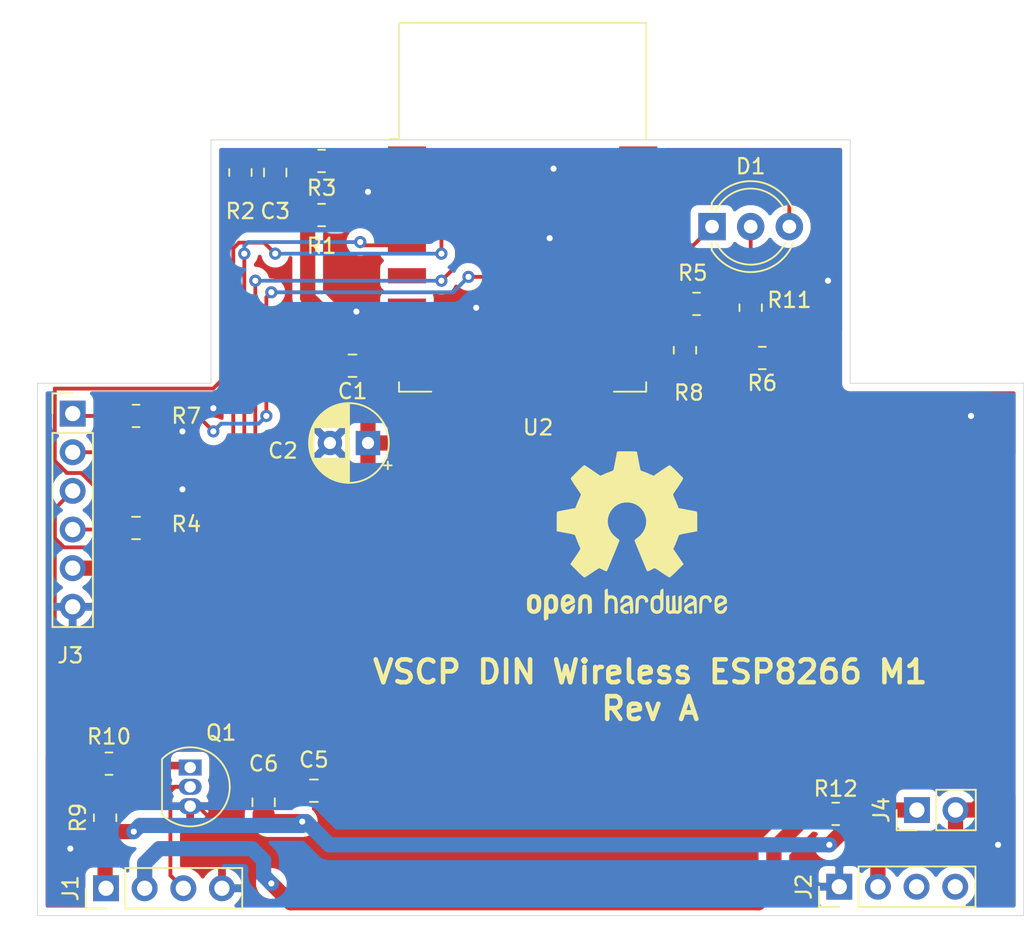
<source format=kicad_pcb>
(kicad_pcb (version 20171130) (host pcbnew 5.1.9+dfsg1-1)

  (general
    (thickness 1.6)
    (drawings 12)
    (tracks 197)
    (zones 0)
    (modules 25)
    (nets 31)
  )

  (page A4)
  (layers
    (0 F.Cu signal)
    (31 B.Cu signal)
    (32 B.Adhes user)
    (33 F.Adhes user)
    (34 B.Paste user)
    (35 F.Paste user)
    (36 B.SilkS user)
    (37 F.SilkS user)
    (38 B.Mask user)
    (39 F.Mask user)
    (40 Dwgs.User user)
    (41 Cmts.User user)
    (42 Eco1.User user)
    (43 Eco2.User user)
    (44 Edge.Cuts user)
    (45 Margin user)
    (46 B.CrtYd user)
    (47 F.CrtYd user)
    (48 B.Fab user)
    (49 F.Fab user)
  )

  (setup
    (last_trace_width 1)
    (user_trace_width 1)
    (trace_clearance 0.2)
    (zone_clearance 0.508)
    (zone_45_only no)
    (trace_min 0.2)
    (via_size 0.8)
    (via_drill 0.4)
    (via_min_size 0.4)
    (via_min_drill 0.3)
    (uvia_size 0.3)
    (uvia_drill 0.1)
    (uvias_allowed no)
    (uvia_min_size 0.2)
    (uvia_min_drill 0.1)
    (edge_width 0.1)
    (segment_width 0.2)
    (pcb_text_width 0.3)
    (pcb_text_size 1.5 1.5)
    (mod_edge_width 0.15)
    (mod_text_size 1 1)
    (mod_text_width 0.15)
    (pad_size 1.524 1.524)
    (pad_drill 0.762)
    (pad_to_mask_clearance 0)
    (aux_axis_origin 0 0)
    (visible_elements FFFFFF7F)
    (pcbplotparams
      (layerselection 0x010fc_ffffffff)
      (usegerberextensions false)
      (usegerberattributes true)
      (usegerberadvancedattributes true)
      (creategerberjobfile true)
      (excludeedgelayer true)
      (linewidth 0.100000)
      (plotframeref false)
      (viasonmask false)
      (mode 1)
      (useauxorigin false)
      (hpglpennumber 1)
      (hpglpenspeed 20)
      (hpglpendiameter 15.000000)
      (psnegative false)
      (psa4output false)
      (plotreference true)
      (plotvalue true)
      (plotinvisibletext false)
      (padsonsilk false)
      (subtractmaskfromsilk false)
      (outputformat 1)
      (mirror false)
      (drillshape 1)
      (scaleselection 1)
      (outputdirectory ""))
  )

  (net 0 "")
  (net 1 GND)
  (net 2 VCC)
  (net 3 /RESET)
  (net 4 VDD)
  (net 5 "Net-(D1-Pad2)")
  (net 6 "Net-(J1-Pad2)")
  (net 7 "Net-(J1-Pad3)")
  (net 8 "Net-(J2-Pad3)")
  (net 9 /FLASH)
  (net 10 /TXD)
  (net 11 /RXD)
  (net 12 "Net-(R1-Pad2)")
  (net 13 "Net-(R3-Pad1)")
  (net 14 "Net-(R4-Pad2)")
  (net 15 "Net-(R5-Pad2)")
  (net 16 "Net-(R6-Pad2)")
  (net 17 "Net-(R8-Pad2)")
  (net 18 "Net-(U2-Pad14)")
  (net 19 "Net-(U2-Pad13)")
  (net 20 "Net-(U2-Pad12)")
  (net 21 "Net-(U2-Pad11)")
  (net 22 "Net-(U2-Pad10)")
  (net 23 "Net-(U2-Pad9)")
  (net 24 "Net-(U2-Pad7)")
  (net 25 "Net-(U2-Pad6)")
  (net 26 "Net-(U2-Pad5)")
  (net 27 "Net-(U2-Pad2)")
  (net 28 /ledb)
  (net 29 /leda)
  (net 30 "Net-(J2-Pad4)")

  (net_class Default "This is the default net class."
    (clearance 0.2)
    (trace_width 0.25)
    (via_dia 0.8)
    (via_drill 0.4)
    (uvia_dia 0.3)
    (uvia_drill 0.1)
    (add_net /FLASH)
    (add_net /RESET)
    (add_net /RXD)
    (add_net /TXD)
    (add_net /leda)
    (add_net /ledb)
    (add_net GND)
    (add_net "Net-(D1-Pad2)")
    (add_net "Net-(J1-Pad2)")
    (add_net "Net-(J1-Pad3)")
    (add_net "Net-(J2-Pad3)")
    (add_net "Net-(J2-Pad4)")
    (add_net "Net-(R1-Pad2)")
    (add_net "Net-(R3-Pad1)")
    (add_net "Net-(R4-Pad2)")
    (add_net "Net-(R5-Pad2)")
    (add_net "Net-(R6-Pad2)")
    (add_net "Net-(R8-Pad2)")
    (add_net "Net-(U2-Pad10)")
    (add_net "Net-(U2-Pad11)")
    (add_net "Net-(U2-Pad12)")
    (add_net "Net-(U2-Pad13)")
    (add_net "Net-(U2-Pad14)")
    (add_net "Net-(U2-Pad2)")
    (add_net "Net-(U2-Pad5)")
    (add_net "Net-(U2-Pad6)")
    (add_net "Net-(U2-Pad7)")
    (add_net "Net-(U2-Pad9)")
    (add_net VCC)
    (add_net VDD)
  )

  (module Symbol:OSHW-Logo2_14.6x12mm_SilkScreen (layer F.Cu) (tedit 0) (tstamp 60AC25C9)
    (at 154.432 74.422)
    (descr "Open Source Hardware Symbol")
    (tags "Logo Symbol OSHW")
    (attr virtual)
    (fp_text reference REF** (at 0 0) (layer F.SilkS) hide
      (effects (font (size 1 1) (thickness 0.15)))
    )
    (fp_text value OSHW-Logo2_14.6x12mm_SilkScreen (at 0.75 0) (layer F.Fab) hide
      (effects (font (size 1 1) (thickness 0.15)))
    )
    (fp_poly (pts (xy 0.209014 -5.547002) (xy 0.367006 -5.546137) (xy 0.481347 -5.543795) (xy 0.559407 -5.539238)
      (xy 0.608554 -5.53173) (xy 0.636159 -5.520534) (xy 0.649592 -5.504912) (xy 0.656221 -5.484127)
      (xy 0.656865 -5.481437) (xy 0.666935 -5.432887) (xy 0.685575 -5.337095) (xy 0.710845 -5.204257)
      (xy 0.740807 -5.044569) (xy 0.773522 -4.868226) (xy 0.774664 -4.862033) (xy 0.807433 -4.689218)
      (xy 0.838093 -4.536531) (xy 0.864664 -4.413129) (xy 0.885167 -4.328169) (xy 0.897626 -4.29081)
      (xy 0.89822 -4.290148) (xy 0.934919 -4.271905) (xy 1.010586 -4.241503) (xy 1.108878 -4.205507)
      (xy 1.109425 -4.205315) (xy 1.233233 -4.158778) (xy 1.379196 -4.099496) (xy 1.516781 -4.039891)
      (xy 1.523293 -4.036944) (xy 1.74739 -3.935235) (xy 2.243619 -4.274103) (xy 2.395846 -4.377408)
      (xy 2.533741 -4.469763) (xy 2.649315 -4.545916) (xy 2.734579 -4.600615) (xy 2.781544 -4.628607)
      (xy 2.786004 -4.630683) (xy 2.820134 -4.62144) (xy 2.883881 -4.576844) (xy 2.979731 -4.494791)
      (xy 3.110169 -4.373179) (xy 3.243328 -4.243795) (xy 3.371694 -4.116298) (xy 3.486581 -3.999954)
      (xy 3.581073 -3.901948) (xy 3.648253 -3.829464) (xy 3.681206 -3.789687) (xy 3.682432 -3.787639)
      (xy 3.686074 -3.760344) (xy 3.67235 -3.715766) (xy 3.637869 -3.647888) (xy 3.579239 -3.550689)
      (xy 3.49307 -3.418149) (xy 3.3782 -3.247524) (xy 3.276254 -3.097345) (xy 3.185123 -2.96265)
      (xy 3.110073 -2.85126) (xy 3.056369 -2.770995) (xy 3.02928 -2.729675) (xy 3.027574 -2.72687)
      (xy 3.030882 -2.687279) (xy 3.055953 -2.610331) (xy 3.097798 -2.510568) (xy 3.112712 -2.478709)
      (xy 3.177786 -2.336774) (xy 3.247212 -2.175727) (xy 3.303609 -2.036379) (xy 3.344247 -1.932956)
      (xy 3.376526 -1.854358) (xy 3.395178 -1.81328) (xy 3.397497 -1.810115) (xy 3.431803 -1.804872)
      (xy 3.512669 -1.790506) (xy 3.629343 -1.769063) (xy 3.771075 -1.742587) (xy 3.92711 -1.713123)
      (xy 4.086698 -1.682717) (xy 4.239085 -1.653412) (xy 4.373521 -1.627255) (xy 4.479252 -1.60629)
      (xy 4.545526 -1.592561) (xy 4.561782 -1.58868) (xy 4.578573 -1.5791) (xy 4.591249 -1.557464)
      (xy 4.600378 -1.516469) (xy 4.606531 -1.448811) (xy 4.61028 -1.347188) (xy 4.612192 -1.204297)
      (xy 4.61284 -1.012835) (xy 4.612874 -0.934355) (xy 4.612874 -0.296094) (xy 4.459598 -0.26584)
      (xy 4.374322 -0.249436) (xy 4.24707 -0.225491) (xy 4.093315 -0.196893) (xy 3.928534 -0.166533)
      (xy 3.882989 -0.158194) (xy 3.730932 -0.12863) (xy 3.598468 -0.099558) (xy 3.496714 -0.073671)
      (xy 3.436788 -0.053663) (xy 3.426805 -0.047699) (xy 3.402293 -0.005466) (xy 3.367148 0.07637)
      (xy 3.328173 0.181683) (xy 3.320442 0.204368) (xy 3.26936 0.345018) (xy 3.205954 0.503714)
      (xy 3.143904 0.646225) (xy 3.143598 0.646886) (xy 3.040267 0.87044) (xy 3.719961 1.870232)
      (xy 3.283621 2.3073) (xy 3.151649 2.437381) (xy 3.031279 2.552048) (xy 2.929273 2.645181)
      (xy 2.852391 2.710658) (xy 2.807393 2.742357) (xy 2.800938 2.744368) (xy 2.76304 2.728529)
      (xy 2.685708 2.684496) (xy 2.577389 2.61749) (xy 2.446532 2.532734) (xy 2.305052 2.437816)
      (xy 2.161461 2.340998) (xy 2.033435 2.256751) (xy 1.929105 2.190258) (xy 1.8566 2.146702)
      (xy 1.824158 2.131264) (xy 1.784576 2.144328) (xy 1.709519 2.17875) (xy 1.614468 2.22738)
      (xy 1.604392 2.232785) (xy 1.476391 2.29698) (xy 1.388618 2.328463) (xy 1.334028 2.328798)
      (xy 1.305575 2.299548) (xy 1.30541 2.299138) (xy 1.291188 2.264498) (xy 1.257269 2.182269)
      (xy 1.206284 2.058814) (xy 1.140862 1.900498) (xy 1.063634 1.713686) (xy 0.977229 1.504742)
      (xy 0.893551 1.302446) (xy 0.801588 1.0792) (xy 0.71715 0.872392) (xy 0.642769 0.688362)
      (xy 0.580974 0.533451) (xy 0.534297 0.413996) (xy 0.505268 0.336339) (xy 0.496322 0.307356)
      (xy 0.518756 0.27411) (xy 0.577439 0.221123) (xy 0.655689 0.162704) (xy 0.878534 -0.022048)
      (xy 1.052718 -0.233818) (xy 1.176154 -0.468144) (xy 1.246754 -0.720566) (xy 1.262431 -0.986623)
      (xy 1.251036 -1.109425) (xy 1.18895 -1.364207) (xy 1.082023 -1.589199) (xy 0.936889 -1.782183)
      (xy 0.760178 -1.940939) (xy 0.558522 -2.06325) (xy 0.338554 -2.146895) (xy 0.106906 -2.189656)
      (xy -0.129791 -2.189313) (xy -0.364905 -2.143648) (xy -0.591804 -2.050441) (xy -0.803856 -1.907473)
      (xy -0.892364 -1.826617) (xy -1.062111 -1.618993) (xy -1.180301 -1.392105) (xy -1.247722 -1.152567)
      (xy -1.26516 -0.906993) (xy -1.233402 -0.661997) (xy -1.153235 -0.424192) (xy -1.025445 -0.200193)
      (xy -0.85082 0.003387) (xy -0.655688 0.162704) (xy -0.574409 0.223602) (xy -0.516991 0.276015)
      (xy -0.496322 0.307406) (xy -0.507144 0.341639) (xy -0.537923 0.423419) (xy -0.586126 0.546407)
      (xy -0.649222 0.704263) (xy -0.724678 0.890649) (xy -0.809962 1.099226) (xy -0.893781 1.302496)
      (xy -0.986255 1.525933) (xy -1.071911 1.732984) (xy -1.148118 1.917286) (xy -1.212247 2.072475)
      (xy -1.261668 2.192188) (xy -1.293752 2.270061) (xy -1.305641 2.299138) (xy -1.333726 2.328677)
      (xy -1.388051 2.328591) (xy -1.475605 2.297326) (xy -1.603381 2.233329) (xy -1.604392 2.232785)
      (xy -1.700598 2.183121) (xy -1.778369 2.146945) (xy -1.822223 2.131408) (xy -1.824158 2.131264)
      (xy -1.857171 2.147024) (xy -1.930054 2.19085) (xy -2.034678 2.257557) (xy -2.16291 2.341964)
      (xy -2.305052 2.437816) (xy -2.449767 2.534867) (xy -2.580196 2.61927) (xy -2.68789 2.685801)
      (xy -2.764402 2.729238) (xy -2.800938 2.744368) (xy -2.834582 2.724482) (xy -2.902224 2.668903)
      (xy -2.997107 2.583754) (xy -3.11247 2.475153) (xy -3.241555 2.349221) (xy -3.283771 2.307149)
      (xy -3.720261 1.869931) (xy -3.388023 1.38234) (xy -3.287054 1.232605) (xy -3.198438 1.09822)
      (xy -3.127146 0.986969) (xy -3.07815 0.906639) (xy -3.056422 0.865014) (xy -3.055785 0.862053)
      (xy -3.06724 0.822818) (xy -3.098051 0.743895) (xy -3.142884 0.638509) (xy -3.174353 0.567954)
      (xy -3.233192 0.432876) (xy -3.288604 0.296409) (xy -3.331564 0.181103) (xy -3.343234 0.145977)
      (xy -3.376389 0.052174) (xy -3.408799 -0.020306) (xy -3.426601 -0.047699) (xy -3.465886 -0.064464)
      (xy -3.551626 -0.08823) (xy -3.672697 -0.116303) (xy -3.817973 -0.145991) (xy -3.882988 -0.158194)
      (xy -4.048087 -0.188532) (xy -4.206448 -0.217907) (xy -4.342596 -0.243431) (xy -4.441057 -0.262215)
      (xy -4.459598 -0.26584) (xy -4.612873 -0.296094) (xy -4.612873 -0.934355) (xy -4.612529 -1.14423)
      (xy -4.611116 -1.30302) (xy -4.608064 -1.418027) (xy -4.602803 -1.496554) (xy -4.594763 -1.545904)
      (xy -4.583373 -1.573381) (xy -4.568063 -1.586287) (xy -4.561782 -1.58868) (xy -4.523896 -1.597167)
      (xy -4.440195 -1.6141) (xy -4.321433 -1.637434) (xy -4.178361 -1.665125) (xy -4.021732 -1.695127)
      (xy -3.862297 -1.725396) (xy -3.710809 -1.753885) (xy -3.578019 -1.778551) (xy -3.474681 -1.797349)
      (xy -3.411545 -1.808233) (xy -3.397497 -1.810115) (xy -3.38477 -1.835296) (xy -3.3566 -1.902378)
      (xy -3.318252 -1.998667) (xy -3.303609 -2.036379) (xy -3.244548 -2.182079) (xy -3.175 -2.343049)
      (xy -3.112712 -2.478709) (xy -3.066879 -2.582439) (xy -3.036387 -2.667674) (xy -3.026208 -2.719874)
      (xy -3.027831 -2.72687) (xy -3.049343 -2.759898) (xy -3.098465 -2.833357) (xy -3.169923 -2.939423)
      (xy -3.258445 -3.070274) (xy -3.358759 -3.218088) (xy -3.378594 -3.247266) (xy -3.494988 -3.420137)
      (xy -3.580548 -3.551774) (xy -3.638684 -3.648239) (xy -3.672808 -3.715592) (xy -3.686331 -3.759894)
      (xy -3.682664 -3.787206) (xy -3.68257 -3.78738) (xy -3.653707 -3.823254) (xy -3.589867 -3.892609)
      (xy -3.497969 -3.988255) (xy -3.384933 -4.103001) (xy -3.257679 -4.229659) (xy -3.243328 -4.243795)
      (xy -3.082957 -4.399097) (xy -2.959195 -4.51313) (xy -2.869555 -4.587998) (xy -2.811552 -4.625804)
      (xy -2.786004 -4.630683) (xy -2.748718 -4.609397) (xy -2.671343 -4.560227) (xy -2.561867 -4.488425)
      (xy -2.42828 -4.399245) (xy -2.27857 -4.297937) (xy -2.243618 -4.274103) (xy -1.74739 -3.935235)
      (xy -1.523293 -4.036944) (xy -1.387011 -4.096217) (xy -1.240724 -4.15583) (xy -1.114965 -4.20336)
      (xy -1.109425 -4.205315) (xy -1.011057 -4.241323) (xy -0.935229 -4.271771) (xy -0.898282 -4.290095)
      (xy -0.89822 -4.290148) (xy -0.886496 -4.323271) (xy -0.866568 -4.404733) (xy -0.840413 -4.525375)
      (xy -0.81001 -4.676041) (xy -0.777337 -4.847572) (xy -0.774664 -4.862033) (xy -0.74189 -5.038765)
      (xy -0.711802 -5.19919) (xy -0.686339 -5.333112) (xy -0.667441 -5.430337) (xy -0.657047 -5.480668)
      (xy -0.656865 -5.481437) (xy -0.650539 -5.502847) (xy -0.638239 -5.519012) (xy -0.612594 -5.530669)
      (xy -0.566235 -5.538555) (xy -0.491792 -5.543407) (xy -0.381895 -5.545961) (xy -0.229175 -5.546955)
      (xy -0.026262 -5.547126) (xy 0 -5.547126) (xy 0.209014 -5.547002)) (layer F.SilkS) (width 0.01))
    (fp_poly (pts (xy 6.343439 3.95654) (xy 6.45895 4.032034) (xy 6.514664 4.099617) (xy 6.558804 4.222255)
      (xy 6.562309 4.319298) (xy 6.554368 4.449056) (xy 6.255115 4.580039) (xy 6.109611 4.646958)
      (xy 6.014537 4.70079) (xy 5.965101 4.747416) (xy 5.956511 4.79272) (xy 5.983972 4.842582)
      (xy 6.014253 4.875632) (xy 6.102363 4.928633) (xy 6.198196 4.932347) (xy 6.286212 4.891041)
      (xy 6.350869 4.808983) (xy 6.362433 4.780008) (xy 6.417825 4.689509) (xy 6.481553 4.65094)
      (xy 6.568966 4.617946) (xy 6.568966 4.743034) (xy 6.561238 4.828156) (xy 6.530966 4.899938)
      (xy 6.467518 4.982356) (xy 6.458088 4.993066) (xy 6.387513 5.066391) (xy 6.326847 5.105742)
      (xy 6.25095 5.123845) (xy 6.18803 5.129774) (xy 6.075487 5.131251) (xy 5.99537 5.112535)
      (xy 5.94539 5.084747) (xy 5.866838 5.023641) (xy 5.812463 4.957554) (xy 5.778052 4.874441)
      (xy 5.759388 4.762254) (xy 5.752256 4.608946) (xy 5.751687 4.531136) (xy 5.753622 4.437853)
      (xy 5.929899 4.437853) (xy 5.931944 4.487896) (xy 5.937039 4.496092) (xy 5.970666 4.484958)
      (xy 6.04303 4.455493) (xy 6.139747 4.413601) (xy 6.159973 4.404597) (xy 6.282203 4.342442)
      (xy 6.349547 4.287815) (xy 6.364348 4.236649) (xy 6.328947 4.184876) (xy 6.299711 4.162)
      (xy 6.194216 4.11625) (xy 6.095476 4.123808) (xy 6.012812 4.179651) (xy 5.955548 4.278753)
      (xy 5.937188 4.357414) (xy 5.929899 4.437853) (xy 5.753622 4.437853) (xy 5.755459 4.349351)
      (xy 5.769359 4.214853) (xy 5.796894 4.116916) (xy 5.841572 4.044811) (xy 5.906901 3.987813)
      (xy 5.935383 3.969393) (xy 6.064763 3.921422) (xy 6.206412 3.918403) (xy 6.343439 3.95654)) (layer F.SilkS) (width 0.01))
    (fp_poly (pts (xy 5.33569 3.940018) (xy 5.370585 3.955269) (xy 5.453877 4.021235) (xy 5.525103 4.116618)
      (xy 5.569153 4.218406) (xy 5.576322 4.268587) (xy 5.552285 4.338647) (xy 5.499561 4.375717)
      (xy 5.443031 4.398164) (xy 5.417146 4.4023) (xy 5.404542 4.372283) (xy 5.379654 4.306961)
      (xy 5.368735 4.277445) (xy 5.307508 4.175348) (xy 5.218861 4.124423) (xy 5.105193 4.125989)
      (xy 5.096774 4.127994) (xy 5.036088 4.156767) (xy 4.991474 4.212859) (xy 4.961002 4.303163)
      (xy 4.942744 4.434571) (xy 4.934771 4.613974) (xy 4.934023 4.709433) (xy 4.933652 4.859913)
      (xy 4.931223 4.962495) (xy 4.92476 5.027672) (xy 4.912288 5.065938) (xy 4.891833 5.087785)
      (xy 4.861419 5.103707) (xy 4.859661 5.104509) (xy 4.801091 5.129272) (xy 4.772075 5.138391)
      (xy 4.767616 5.110822) (xy 4.763799 5.03462) (xy 4.760899 4.919541) (xy 4.759191 4.775341)
      (xy 4.758851 4.669814) (xy 4.760588 4.465613) (xy 4.767382 4.310697) (xy 4.781607 4.196024)
      (xy 4.805638 4.112551) (xy 4.841848 4.051236) (xy 4.892612 4.003034) (xy 4.942739 3.969393)
      (xy 5.063275 3.924619) (xy 5.203557 3.914521) (xy 5.33569 3.940018)) (layer F.SilkS) (width 0.01))
    (fp_poly (pts (xy 4.314406 3.935156) (xy 4.398469 3.973393) (xy 4.46445 4.019726) (xy 4.512794 4.071532)
      (xy 4.546172 4.138363) (xy 4.567253 4.229769) (xy 4.578707 4.355301) (xy 4.583203 4.524508)
      (xy 4.583678 4.635933) (xy 4.583678 5.070627) (xy 4.509316 5.104509) (xy 4.450746 5.129272)
      (xy 4.42173 5.138391) (xy 4.416179 5.111257) (xy 4.411775 5.038094) (xy 4.409078 4.931263)
      (xy 4.408506 4.846437) (xy 4.406046 4.723887) (xy 4.399412 4.626668) (xy 4.389726 4.567134)
      (xy 4.382032 4.554483) (xy 4.330311 4.567402) (xy 4.249117 4.600539) (xy 4.155102 4.645461)
      (xy 4.064917 4.693735) (xy 3.995215 4.736928) (xy 3.962648 4.766608) (xy 3.962519 4.766929)
      (xy 3.96532 4.821857) (xy 3.990439 4.874292) (xy 4.034541 4.916881) (xy 4.098909 4.931126)
      (xy 4.153921 4.929466) (xy 4.231835 4.928245) (xy 4.272732 4.946498) (xy 4.297295 4.994726)
      (xy 4.300392 5.00382) (xy 4.31104 5.072598) (xy 4.282565 5.11436) (xy 4.208344 5.134263)
      (xy 4.128168 5.137944) (xy 3.98389 5.110658) (xy 3.909203 5.07169) (xy 3.816963 4.980148)
      (xy 3.768043 4.867782) (xy 3.763654 4.749051) (xy 3.805001 4.638411) (xy 3.867197 4.56908)
      (xy 3.929294 4.530265) (xy 4.026895 4.481125) (xy 4.140632 4.431292) (xy 4.15959 4.423677)
      (xy 4.284521 4.368545) (xy 4.356539 4.319954) (xy 4.3797 4.271647) (xy 4.358064 4.21737)
      (xy 4.32092 4.174943) (xy 4.233127 4.122702) (xy 4.13653 4.118784) (xy 4.047944 4.159041)
      (xy 3.984186 4.239326) (xy 3.975817 4.26004) (xy 3.927096 4.336225) (xy 3.855965 4.392785)
      (xy 3.766207 4.439201) (xy 3.766207 4.307584) (xy 3.77149 4.227168) (xy 3.794142 4.163786)
      (xy 3.844367 4.096163) (xy 3.892582 4.044076) (xy 3.967554 3.970322) (xy 4.025806 3.930702)
      (xy 4.088372 3.91481) (xy 4.159193 3.912184) (xy 4.314406 3.935156)) (layer F.SilkS) (width 0.01))
    (fp_poly (pts (xy 3.580124 3.93984) (xy 3.584579 4.016653) (xy 3.588071 4.133391) (xy 3.590315 4.280821)
      (xy 3.591035 4.435455) (xy 3.591035 4.958727) (xy 3.498645 5.051117) (xy 3.434978 5.108047)
      (xy 3.379089 5.131107) (xy 3.302702 5.129647) (xy 3.27238 5.125934) (xy 3.17761 5.115126)
      (xy 3.099222 5.108933) (xy 3.080115 5.108361) (xy 3.015699 5.112102) (xy 2.923571 5.121494)
      (xy 2.88785 5.125934) (xy 2.800114 5.132801) (xy 2.741153 5.117885) (xy 2.68269 5.071835)
      (xy 2.661585 5.051117) (xy 2.569195 4.958727) (xy 2.569195 3.979947) (xy 2.643558 3.946066)
      (xy 2.70759 3.92097) (xy 2.745052 3.912184) (xy 2.754657 3.93995) (xy 2.763635 4.01753)
      (xy 2.771386 4.136348) (xy 2.777314 4.287828) (xy 2.780173 4.415805) (xy 2.788161 4.919425)
      (xy 2.857848 4.929278) (xy 2.921229 4.922389) (xy 2.952286 4.900083) (xy 2.960967 4.858379)
      (xy 2.968378 4.769544) (xy 2.973931 4.644834) (xy 2.977036 4.495507) (xy 2.977484 4.418661)
      (xy 2.977931 3.976287) (xy 3.069874 3.944235) (xy 3.134949 3.922443) (xy 3.170347 3.912281)
      (xy 3.171368 3.912184) (xy 3.17492 3.939809) (xy 3.178823 4.016411) (xy 3.182751 4.132579)
      (xy 3.186376 4.278904) (xy 3.188908 4.415805) (xy 3.196897 4.919425) (xy 3.372069 4.919425)
      (xy 3.380107 4.459965) (xy 3.388146 4.000505) (xy 3.473543 3.956344) (xy 3.536593 3.926019)
      (xy 3.57391 3.912258) (xy 3.574987 3.912184) (xy 3.580124 3.93984)) (layer F.SilkS) (width 0.01))
    (fp_poly (pts (xy 2.393914 4.154455) (xy 2.393543 4.372661) (xy 2.392108 4.540519) (xy 2.389002 4.66607)
      (xy 2.383622 4.757355) (xy 2.375362 4.822415) (xy 2.363616 4.869291) (xy 2.347781 4.906024)
      (xy 2.33579 4.926991) (xy 2.23649 5.040694) (xy 2.110588 5.111965) (xy 1.971291 5.137538)
      (xy 1.831805 5.11415) (xy 1.748743 5.072119) (xy 1.661545 4.999411) (xy 1.602117 4.910612)
      (xy 1.566261 4.79432) (xy 1.549781 4.639135) (xy 1.547447 4.525287) (xy 1.547761 4.517106)
      (xy 1.751724 4.517106) (xy 1.75297 4.647657) (xy 1.758678 4.73408) (xy 1.771804 4.790618)
      (xy 1.795306 4.831514) (xy 1.823386 4.862362) (xy 1.917688 4.921905) (xy 2.01894 4.926992)
      (xy 2.114636 4.877279) (xy 2.122084 4.870543) (xy 2.153874 4.835502) (xy 2.173808 4.793811)
      (xy 2.1846 4.731762) (xy 2.188965 4.635644) (xy 2.189655 4.529379) (xy 2.188159 4.39588)
      (xy 2.181964 4.306822) (xy 2.168514 4.248293) (xy 2.145251 4.206382) (xy 2.126175 4.184123)
      (xy 2.037563 4.127985) (xy 1.935508 4.121235) (xy 1.838095 4.164114) (xy 1.819296 4.180032)
      (xy 1.787293 4.215382) (xy 1.767318 4.257502) (xy 1.756593 4.320251) (xy 1.752339 4.417487)
      (xy 1.751724 4.517106) (xy 1.547761 4.517106) (xy 1.554504 4.341947) (xy 1.578472 4.204195)
      (xy 1.623548 4.100632) (xy 1.693928 4.019856) (xy 1.748743 3.978455) (xy 1.848376 3.933728)
      (xy 1.963855 3.912967) (xy 2.071199 3.918525) (xy 2.131264 3.940943) (xy 2.154835 3.947323)
      (xy 2.170477 3.923535) (xy 2.181395 3.859788) (xy 2.189655 3.762687) (xy 2.198699 3.654541)
      (xy 2.211261 3.589475) (xy 2.234119 3.552268) (xy 2.274051 3.527699) (xy 2.299138 3.516819)
      (xy 2.394023 3.477072) (xy 2.393914 4.154455)) (layer F.SilkS) (width 0.01))
    (fp_poly (pts (xy 1.065943 3.92192) (xy 1.198565 3.970859) (xy 1.30601 4.057419) (xy 1.348032 4.118352)
      (xy 1.393843 4.230161) (xy 1.392891 4.311006) (xy 1.344808 4.365378) (xy 1.327017 4.374624)
      (xy 1.250204 4.40345) (xy 1.210976 4.396065) (xy 1.197689 4.347658) (xy 1.197012 4.32092)
      (xy 1.172686 4.222548) (xy 1.109281 4.153734) (xy 1.021154 4.120498) (xy 0.922663 4.128861)
      (xy 0.842602 4.172296) (xy 0.815561 4.197072) (xy 0.796394 4.227129) (xy 0.783446 4.272565)
      (xy 0.775064 4.343476) (xy 0.769593 4.44996) (xy 0.765378 4.602112) (xy 0.764287 4.650287)
      (xy 0.760307 4.815095) (xy 0.755781 4.931088) (xy 0.748995 5.007833) (xy 0.738231 5.054893)
      (xy 0.721773 5.081835) (xy 0.697906 5.098223) (xy 0.682626 5.105463) (xy 0.617733 5.13022)
      (xy 0.579534 5.138391) (xy 0.566912 5.111103) (xy 0.559208 5.028603) (xy 0.55638 4.889941)
      (xy 0.558386 4.694162) (xy 0.559011 4.663965) (xy 0.563421 4.485349) (xy 0.568635 4.354923)
      (xy 0.576055 4.262492) (xy 0.587082 4.197858) (xy 0.603117 4.150825) (xy 0.625561 4.111196)
      (xy 0.637302 4.094215) (xy 0.704619 4.01908) (xy 0.77991 3.960638) (xy 0.789128 3.955536)
      (xy 0.924133 3.91526) (xy 1.065943 3.92192)) (layer F.SilkS) (width 0.01))
    (fp_poly (pts (xy 0.079944 3.92436) (xy 0.194343 3.966842) (xy 0.195652 3.967658) (xy 0.266403 4.01973)
      (xy 0.318636 4.080584) (xy 0.355371 4.159887) (xy 0.379634 4.267309) (xy 0.394445 4.412517)
      (xy 0.402829 4.605179) (xy 0.403564 4.632628) (xy 0.41412 5.046521) (xy 0.325291 5.092456)
      (xy 0.261018 5.123498) (xy 0.22221 5.138206) (xy 0.220415 5.138391) (xy 0.2137 5.11125)
      (xy 0.208365 5.038041) (xy 0.205083 4.931081) (xy 0.204368 4.844469) (xy 0.204351 4.704162)
      (xy 0.197937 4.616051) (xy 0.17558 4.574025) (xy 0.127732 4.571975) (xy 0.044849 4.60379)
      (xy -0.080287 4.662272) (xy -0.172303 4.710845) (xy -0.219629 4.752986) (xy -0.233542 4.798916)
      (xy -0.233563 4.801189) (xy -0.210605 4.880311) (xy -0.14263 4.923055) (xy -0.038602 4.929246)
      (xy 0.03633 4.928172) (xy 0.075839 4.949753) (xy 0.100478 5.001591) (xy 0.114659 5.067632)
      (xy 0.094223 5.105104) (xy 0.086528 5.110467) (xy 0.014083 5.132006) (xy -0.087367 5.135055)
      (xy -0.191843 5.120778) (xy -0.265875 5.094688) (xy -0.368228 5.007785) (xy -0.426409 4.886816)
      (xy -0.437931 4.792308) (xy -0.429138 4.707062) (xy -0.39732 4.637476) (xy -0.334316 4.575672)
      (xy -0.231969 4.513772) (xy -0.082118 4.443897) (xy -0.072988 4.439948) (xy 0.061997 4.377588)
      (xy 0.145294 4.326446) (xy 0.180997 4.280488) (xy 0.173203 4.233683) (xy 0.126007 4.179998)
      (xy 0.111894 4.167644) (xy 0.017359 4.119741) (xy -0.080594 4.121758) (xy -0.165903 4.168724)
      (xy -0.222504 4.255669) (xy -0.227763 4.272734) (xy -0.278977 4.355504) (xy -0.343963 4.395372)
      (xy -0.437931 4.434882) (xy -0.437931 4.332658) (xy -0.409347 4.184072) (xy -0.324505 4.047784)
      (xy -0.280355 4.002191) (xy -0.179995 3.943674) (xy -0.052365 3.917184) (xy 0.079944 3.92436)) (layer F.SilkS) (width 0.01))
    (fp_poly (pts (xy -1.255402 3.723857) (xy -1.246846 3.843188) (xy -1.237019 3.913506) (xy -1.223401 3.944179)
      (xy -1.203473 3.944571) (xy -1.197011 3.94091) (xy -1.11106 3.914398) (xy -0.999255 3.915946)
      (xy -0.885586 3.943199) (xy -0.81449 3.978455) (xy -0.741595 4.034778) (xy -0.688307 4.098519)
      (xy -0.651725 4.17951) (xy -0.62895 4.287586) (xy -0.617081 4.43258) (xy -0.613218 4.624326)
      (xy -0.613149 4.661109) (xy -0.613103 5.074288) (xy -0.705046 5.106339) (xy -0.770348 5.128144)
      (xy -0.806176 5.138297) (xy -0.80723 5.138391) (xy -0.810758 5.11086) (xy -0.813761 5.034923)
      (xy -0.81601 4.920565) (xy -0.817276 4.777769) (xy -0.817471 4.690951) (xy -0.817877 4.519773)
      (xy -0.819968 4.397088) (xy -0.825053 4.313) (xy -0.83444 4.257614) (xy -0.849439 4.221032)
      (xy -0.871358 4.193359) (xy -0.885043 4.180032) (xy -0.979051 4.126328) (xy -1.081636 4.122307)
      (xy -1.17471 4.167725) (xy -1.191922 4.184123) (xy -1.217168 4.214957) (xy -1.23468 4.251531)
      (xy -1.245858 4.304415) (xy -1.252104 4.384177) (xy -1.254818 4.501385) (xy -1.255402 4.662991)
      (xy -1.255402 5.074288) (xy -1.347345 5.106339) (xy -1.412647 5.128144) (xy -1.448475 5.138297)
      (xy -1.449529 5.138391) (xy -1.452225 5.110448) (xy -1.454655 5.03163) (xy -1.456722 4.909453)
      (xy -1.458329 4.751432) (xy -1.459377 4.565083) (xy -1.459769 4.35792) (xy -1.45977 4.348706)
      (xy -1.45977 3.55902) (xy -1.364885 3.518997) (xy -1.27 3.478973) (xy -1.255402 3.723857)) (layer F.SilkS) (width 0.01))
    (fp_poly (pts (xy -3.684448 3.884676) (xy -3.569342 3.962111) (xy -3.480389 4.073949) (xy -3.427251 4.216265)
      (xy -3.416503 4.321015) (xy -3.417724 4.364726) (xy -3.427944 4.398194) (xy -3.456039 4.428179)
      (xy -3.510884 4.46144) (xy -3.601355 4.504738) (xy -3.736328 4.564833) (xy -3.737011 4.565134)
      (xy -3.861249 4.622037) (xy -3.963127 4.672565) (xy -4.032233 4.71128) (xy -4.058154 4.73274)
      (xy -4.058161 4.732913) (xy -4.035315 4.779644) (xy -3.981891 4.831154) (xy -3.920558 4.868261)
      (xy -3.889485 4.875632) (xy -3.804711 4.850138) (xy -3.731707 4.786291) (xy -3.696087 4.716094)
      (xy -3.66182 4.664343) (xy -3.594697 4.605409) (xy -3.515792 4.554496) (xy -3.446179 4.526809)
      (xy -3.431623 4.525287) (xy -3.415237 4.550321) (xy -3.41425 4.614311) (xy -3.426292 4.700593)
      (xy -3.448993 4.792501) (xy -3.479986 4.873369) (xy -3.481552 4.876509) (xy -3.574819 5.006734)
      (xy -3.695696 5.095311) (xy -3.832973 5.138786) (xy -3.97544 5.133706) (xy -4.111888 5.076616)
      (xy -4.117955 5.072602) (xy -4.22529 4.975326) (xy -4.295868 4.848409) (xy -4.334926 4.681526)
      (xy -4.340168 4.634639) (xy -4.349452 4.413329) (xy -4.338322 4.310124) (xy -4.058161 4.310124)
      (xy -4.054521 4.374503) (xy -4.034611 4.393291) (xy -3.984974 4.379235) (xy -3.906733 4.346009)
      (xy -3.819274 4.304359) (xy -3.817101 4.303256) (xy -3.74297 4.264265) (xy -3.713219 4.238244)
      (xy -3.720555 4.210965) (xy -3.751447 4.175121) (xy -3.83004 4.123251) (xy -3.914677 4.119439)
      (xy -3.990597 4.157189) (xy -4.043035 4.230001) (xy -4.058161 4.310124) (xy -4.338322 4.310124)
      (xy -4.330356 4.236261) (xy -4.281366 4.095829) (xy -4.213164 3.997447) (xy -4.090065 3.89803)
      (xy -3.954472 3.848711) (xy -3.816045 3.845568) (xy -3.684448 3.884676)) (layer F.SilkS) (width 0.01))
    (fp_poly (pts (xy -5.951779 3.866015) (xy -5.814939 3.937968) (xy -5.713949 4.053766) (xy -5.678075 4.128213)
      (xy -5.650161 4.239992) (xy -5.635871 4.381227) (xy -5.634516 4.535371) (xy -5.645405 4.685879)
      (xy -5.667847 4.816205) (xy -5.70115 4.909803) (xy -5.711385 4.925922) (xy -5.832618 5.046249)
      (xy -5.976613 5.118317) (xy -6.132861 5.139408) (xy -6.290852 5.106802) (xy -6.33482 5.087253)
      (xy -6.420444 5.027012) (xy -6.495592 4.947135) (xy -6.502694 4.937004) (xy -6.531561 4.888181)
      (xy -6.550643 4.83599) (xy -6.561916 4.767285) (xy -6.567355 4.668918) (xy -6.568938 4.527744)
      (xy -6.568965 4.496092) (xy -6.568893 4.486019) (xy -6.277011 4.486019) (xy -6.275313 4.619256)
      (xy -6.268628 4.707674) (xy -6.254575 4.764785) (xy -6.230771 4.804102) (xy -6.218621 4.817241)
      (xy -6.148764 4.867172) (xy -6.080941 4.864895) (xy -6.012365 4.821584) (xy -5.971465 4.775346)
      (xy -5.947242 4.707857) (xy -5.933639 4.601433) (xy -5.932706 4.58902) (xy -5.930384 4.396147)
      (xy -5.95465 4.2529) (xy -6.005176 4.16016) (xy -6.081632 4.118807) (xy -6.108924 4.116552)
      (xy -6.180589 4.127893) (xy -6.22961 4.167184) (xy -6.259582 4.242326) (xy -6.274101 4.361222)
      (xy -6.277011 4.486019) (xy -6.568893 4.486019) (xy -6.567878 4.345659) (xy -6.563312 4.240549)
      (xy -6.553312 4.167714) (xy -6.535921 4.114108) (xy -6.509184 4.066681) (xy -6.503276 4.057864)
      (xy -6.403968 3.939007) (xy -6.295758 3.870008) (xy -6.164019 3.842619) (xy -6.119283 3.841281)
      (xy -5.951779 3.866015)) (layer F.SilkS) (width 0.01))
    (fp_poly (pts (xy -2.582571 3.877719) (xy -2.488877 3.931914) (xy -2.423736 3.985707) (xy -2.376093 4.042066)
      (xy -2.343272 4.110987) (xy -2.322594 4.202468) (xy -2.31138 4.326506) (xy -2.306951 4.493098)
      (xy -2.306437 4.612851) (xy -2.306437 5.053659) (xy -2.430517 5.109283) (xy -2.554598 5.164907)
      (xy -2.569195 4.682095) (xy -2.575227 4.501779) (xy -2.581555 4.370901) (xy -2.589394 4.280511)
      (xy -2.599963 4.221664) (xy -2.614477 4.185413) (xy -2.634152 4.16281) (xy -2.640465 4.157917)
      (xy -2.736112 4.119706) (xy -2.832793 4.134827) (xy -2.890345 4.174943) (xy -2.913755 4.20337)
      (xy -2.929961 4.240672) (xy -2.940259 4.297223) (xy -2.945951 4.383394) (xy -2.948336 4.509558)
      (xy -2.948736 4.641042) (xy -2.948814 4.805999) (xy -2.951639 4.922761) (xy -2.961093 5.00151)
      (xy -2.98106 5.052431) (xy -3.015424 5.085706) (xy -3.068068 5.11152) (xy -3.138383 5.138344)
      (xy -3.21518 5.167542) (xy -3.206038 4.649346) (xy -3.202357 4.462539) (xy -3.19805 4.32449)
      (xy -3.191877 4.225568) (xy -3.182598 4.156145) (xy -3.168973 4.10659) (xy -3.149761 4.067273)
      (xy -3.126598 4.032584) (xy -3.014848 3.92177) (xy -2.878487 3.857689) (xy -2.730175 3.842339)
      (xy -2.582571 3.877719)) (layer F.SilkS) (width 0.01))
    (fp_poly (pts (xy -4.8281 3.861903) (xy -4.71655 3.917522) (xy -4.618092 4.019931) (xy -4.590977 4.057864)
      (xy -4.561438 4.1075) (xy -4.542272 4.161412) (xy -4.531307 4.233364) (xy -4.526371 4.337122)
      (xy -4.525287 4.474101) (xy -4.530182 4.661815) (xy -4.547196 4.802758) (xy -4.579823 4.907908)
      (xy -4.631558 4.988243) (xy -4.705896 5.054741) (xy -4.711358 5.058678) (xy -4.78462 5.098953)
      (xy -4.87284 5.11888) (xy -4.985038 5.123793) (xy -5.167433 5.123793) (xy -5.167509 5.300857)
      (xy -5.169207 5.39947) (xy -5.17955 5.457314) (xy -5.206578 5.492006) (xy -5.258332 5.521164)
      (xy -5.270761 5.527121) (xy -5.328923 5.555039) (xy -5.373956 5.572672) (xy -5.407441 5.574194)
      (xy -5.430962 5.553781) (xy -5.4461 5.505607) (xy -5.454437 5.423846) (xy -5.457556 5.302672)
      (xy -5.45704 5.13626) (xy -5.454471 4.918785) (xy -5.453668 4.853736) (xy -5.450778 4.629502)
      (xy -5.448188 4.482821) (xy -5.167586 4.482821) (xy -5.166009 4.607326) (xy -5.159 4.688787)
      (xy -5.143142 4.742515) (xy -5.115019 4.783823) (xy -5.095925 4.803971) (xy -5.017865 4.862921)
      (xy -4.948753 4.86772) (xy -4.87744 4.819038) (xy -4.875632 4.817241) (xy -4.846617 4.779618)
      (xy -4.828967 4.728484) (xy -4.820064 4.649738) (xy -4.817291 4.529276) (xy -4.817241 4.502588)
      (xy -4.823942 4.336583) (xy -4.845752 4.221505) (xy -4.885235 4.151254) (xy -4.944956 4.119729)
      (xy -4.979472 4.116552) (xy -5.061389 4.13146) (xy -5.117579 4.180548) (xy -5.151402 4.270362)
      (xy -5.16622 4.407445) (xy -5.167586 4.482821) (xy -5.448188 4.482821) (xy -5.447713 4.455952)
      (xy -5.443753 4.325382) (xy -5.438174 4.230087) (xy -5.430254 4.162364) (xy -5.419269 4.114507)
      (xy -5.404499 4.078813) (xy -5.385218 4.047578) (xy -5.376951 4.035824) (xy -5.267288 3.924797)
      (xy -5.128635 3.861847) (xy -4.968246 3.844297) (xy -4.8281 3.861903)) (layer F.SilkS) (width 0.01))
  )

  (module Capacitor_SMD:C_0805_2012Metric (layer F.Cu) (tedit 5F68FEEE) (tstamp 60AB995B)
    (at 131.318 50.546 270)
    (descr "Capacitor SMD 0805 (2012 Metric), square (rectangular) end terminal, IPC_7351 nominal, (Body size source: IPC-SM-782 page 76, https://www.pcb-3d.com/wordpress/wp-content/uploads/ipc-sm-782a_amendment_1_and_2.pdf, https://docs.google.com/spreadsheets/d/1BsfQQcO9C6DZCsRaXUlFlo91Tg2WpOkGARC1WS5S8t0/edit?usp=sharing), generated with kicad-footprint-generator")
    (tags capacitor)
    (path /60AB66E4)
    (attr smd)
    (fp_text reference C3 (at 2.54 0 180) (layer F.SilkS)
      (effects (font (size 1 1) (thickness 0.15)))
    )
    (fp_text value 100nF (at 0 1.68 90) (layer F.Fab) hide
      (effects (font (size 1 1) (thickness 0.15)))
    )
    (fp_line (start 1.7 0.98) (end -1.7 0.98) (layer F.CrtYd) (width 0.05))
    (fp_line (start 1.7 -0.98) (end 1.7 0.98) (layer F.CrtYd) (width 0.05))
    (fp_line (start -1.7 -0.98) (end 1.7 -0.98) (layer F.CrtYd) (width 0.05))
    (fp_line (start -1.7 0.98) (end -1.7 -0.98) (layer F.CrtYd) (width 0.05))
    (fp_line (start -0.261252 0.735) (end 0.261252 0.735) (layer F.SilkS) (width 0.12))
    (fp_line (start -0.261252 -0.735) (end 0.261252 -0.735) (layer F.SilkS) (width 0.12))
    (fp_line (start 1 0.625) (end -1 0.625) (layer F.Fab) (width 0.1))
    (fp_line (start 1 -0.625) (end 1 0.625) (layer F.Fab) (width 0.1))
    (fp_line (start -1 -0.625) (end 1 -0.625) (layer F.Fab) (width 0.1))
    (fp_line (start -1 0.625) (end -1 -0.625) (layer F.Fab) (width 0.1))
    (fp_text user %R (at 0 0 90) (layer F.Fab)
      (effects (font (size 0.5 0.5) (thickness 0.08)))
    )
    (pad 2 smd roundrect (at 0.95 0 270) (size 1 1.45) (layers F.Cu F.Paste F.Mask) (roundrect_rratio 0.25)
      (net 1 GND))
    (pad 1 smd roundrect (at -0.95 0 270) (size 1 1.45) (layers F.Cu F.Paste F.Mask) (roundrect_rratio 0.25)
      (net 3 /RESET))
    (model ${KISYS3DMOD}/Capacitor_SMD.3dshapes/C_0805_2012Metric.wrl
      (at (xyz 0 0 0))
      (scale (xyz 1 1 1))
      (rotate (xyz 0 0 0))
    )
  )

  (module RF_Module:ESP-12E (layer F.Cu) (tedit 5A030172) (tstamp 60AB7F9B)
    (at 147.574 52.832)
    (descr "Wi-Fi Module, http://wiki.ai-thinker.com/_media/esp8266/docs/aithinker_esp_12f_datasheet_en.pdf")
    (tags "Wi-Fi Module")
    (path /60A81AE2)
    (attr smd)
    (fp_text reference U2 (at 1.016 14.478) (layer F.SilkS)
      (effects (font (size 1 1) (thickness 0.15)))
    )
    (fp_text value ESP-12E (at -0.06 -12.78) (layer F.Fab)
      (effects (font (size 1 1) (thickness 0.15)))
    )
    (fp_line (start 5.56 -4.8) (end 8.12 -7.36) (layer Dwgs.User) (width 0.12))
    (fp_line (start 2.56 -4.8) (end 8.12 -10.36) (layer Dwgs.User) (width 0.12))
    (fp_line (start -0.44 -4.8) (end 6.88 -12.12) (layer Dwgs.User) (width 0.12))
    (fp_line (start -3.44 -4.8) (end 3.88 -12.12) (layer Dwgs.User) (width 0.12))
    (fp_line (start -6.44 -4.8) (end 0.88 -12.12) (layer Dwgs.User) (width 0.12))
    (fp_line (start -8.12 -6.12) (end -2.12 -12.12) (layer Dwgs.User) (width 0.12))
    (fp_line (start -8.12 -9.12) (end -5.12 -12.12) (layer Dwgs.User) (width 0.12))
    (fp_line (start -8.12 -4.8) (end -8.12 -12.12) (layer Dwgs.User) (width 0.12))
    (fp_line (start 8.12 -4.8) (end -8.12 -4.8) (layer Dwgs.User) (width 0.12))
    (fp_line (start 8.12 -12.12) (end 8.12 -4.8) (layer Dwgs.User) (width 0.12))
    (fp_line (start -8.12 -12.12) (end 8.12 -12.12) (layer Dwgs.User) (width 0.12))
    (fp_line (start -8.12 -4.5) (end -8.73 -4.5) (layer F.SilkS) (width 0.12))
    (fp_line (start -8.12 -4.5) (end -8.12 -12.12) (layer F.SilkS) (width 0.12))
    (fp_line (start -8.12 12.12) (end -8.12 11.5) (layer F.SilkS) (width 0.12))
    (fp_line (start -6 12.12) (end -8.12 12.12) (layer F.SilkS) (width 0.12))
    (fp_line (start 8.12 12.12) (end 6 12.12) (layer F.SilkS) (width 0.12))
    (fp_line (start 8.12 11.5) (end 8.12 12.12) (layer F.SilkS) (width 0.12))
    (fp_line (start 8.12 -12.12) (end 8.12 -4.5) (layer F.SilkS) (width 0.12))
    (fp_line (start -8.12 -12.12) (end 8.12 -12.12) (layer F.SilkS) (width 0.12))
    (fp_line (start -9.05 13.1) (end -9.05 -12.2) (layer F.CrtYd) (width 0.05))
    (fp_line (start 9.05 13.1) (end -9.05 13.1) (layer F.CrtYd) (width 0.05))
    (fp_line (start 9.05 -12.2) (end 9.05 13.1) (layer F.CrtYd) (width 0.05))
    (fp_line (start -9.05 -12.2) (end 9.05 -12.2) (layer F.CrtYd) (width 0.05))
    (fp_line (start -8 -4) (end -8 -12) (layer F.Fab) (width 0.12))
    (fp_line (start -7.5 -3.5) (end -8 -4) (layer F.Fab) (width 0.12))
    (fp_line (start -8 -3) (end -7.5 -3.5) (layer F.Fab) (width 0.12))
    (fp_line (start -8 12) (end -8 -3) (layer F.Fab) (width 0.12))
    (fp_line (start 8 12) (end -8 12) (layer F.Fab) (width 0.12))
    (fp_line (start 8 -12) (end 8 12) (layer F.Fab) (width 0.12))
    (fp_line (start -8 -12) (end 8 -12) (layer F.Fab) (width 0.12))
    (fp_text user %R (at 0.49 -0.8) (layer F.Fab)
      (effects (font (size 1 1) (thickness 0.15)))
    )
    (fp_text user "KEEP-OUT ZONE" (at 0.03 -9.55 180) (layer Cmts.User)
      (effects (font (size 1 1) (thickness 0.15)))
    )
    (fp_text user Antenna (at -0.06 -7 180) (layer Cmts.User)
      (effects (font (size 1 1) (thickness 0.15)))
    )
    (pad 22 smd rect (at 7.6 -3.5) (size 2.5 1) (layers F.Cu F.Paste F.Mask)
      (net 10 /TXD))
    (pad 21 smd rect (at 7.6 -1.5) (size 2.5 1) (layers F.Cu F.Paste F.Mask)
      (net 11 /RXD))
    (pad 20 smd rect (at 7.6 0.5) (size 2.5 1) (layers F.Cu F.Paste F.Mask)
      (net 28 /ledb))
    (pad 19 smd rect (at 7.6 2.5) (size 2.5 1) (layers F.Cu F.Paste F.Mask)
      (net 29 /leda))
    (pad 18 smd rect (at 7.6 4.5) (size 2.5 1) (layers F.Cu F.Paste F.Mask)
      (net 15 "Net-(R5-Pad2)"))
    (pad 17 smd rect (at 7.6 6.5) (size 2.5 1) (layers F.Cu F.Paste F.Mask)
      (net 16 "Net-(R6-Pad2)"))
    (pad 16 smd rect (at 7.6 8.5) (size 2.5 1) (layers F.Cu F.Paste F.Mask)
      (net 17 "Net-(R8-Pad2)"))
    (pad 15 smd rect (at 7.6 10.5) (size 2.5 1) (layers F.Cu F.Paste F.Mask)
      (net 1 GND))
    (pad 14 smd rect (at 5 12) (size 1 1.8) (layers F.Cu F.Paste F.Mask)
      (net 18 "Net-(U2-Pad14)"))
    (pad 13 smd rect (at 3 12) (size 1 1.8) (layers F.Cu F.Paste F.Mask)
      (net 19 "Net-(U2-Pad13)"))
    (pad 12 smd rect (at 1 12) (size 1 1.8) (layers F.Cu F.Paste F.Mask)
      (net 20 "Net-(U2-Pad12)"))
    (pad 11 smd rect (at -1 12) (size 1 1.8) (layers F.Cu F.Paste F.Mask)
      (net 21 "Net-(U2-Pad11)"))
    (pad 10 smd rect (at -3 12) (size 1 1.8) (layers F.Cu F.Paste F.Mask)
      (net 22 "Net-(U2-Pad10)"))
    (pad 9 smd rect (at -5 12) (size 1 1.8) (layers F.Cu F.Paste F.Mask)
      (net 23 "Net-(U2-Pad9)"))
    (pad 8 smd rect (at -7.6 10.5) (size 2.5 1) (layers F.Cu F.Paste F.Mask)
      (net 2 VCC))
    (pad 7 smd rect (at -7.6 8.5) (size 2.5 1) (layers F.Cu F.Paste F.Mask)
      (net 24 "Net-(U2-Pad7)"))
    (pad 6 smd rect (at -7.6 6.5) (size 2.5 1) (layers F.Cu F.Paste F.Mask)
      (net 25 "Net-(U2-Pad6)"))
    (pad 5 smd rect (at -7.6 4.5) (size 2.5 1) (layers F.Cu F.Paste F.Mask)
      (net 26 "Net-(U2-Pad5)"))
    (pad 4 smd rect (at -7.6 2.5) (size 2.5 1) (layers F.Cu F.Paste F.Mask)
      (net 14 "Net-(R4-Pad2)"))
    (pad 3 smd rect (at -7.6 0.5) (size 2.5 1) (layers F.Cu F.Paste F.Mask)
      (net 12 "Net-(R1-Pad2)"))
    (pad 2 smd rect (at -7.6 -1.5) (size 2.5 1) (layers F.Cu F.Paste F.Mask)
      (net 27 "Net-(U2-Pad2)"))
    (pad 1 smd rect (at -7.6 -3.5) (size 2.5 1) (layers F.Cu F.Paste F.Mask)
      (net 13 "Net-(R3-Pad1)"))
    (model ${KISYS3DMOD}/RF_Module.3dshapes/ESP-12E.wrl
      (at (xyz 0 0 0))
      (scale (xyz 1 1 1))
      (rotate (xyz 0 0 0))
    )
  )

  (module Resistor_SMD:R_0805_2012Metric (layer F.Cu) (tedit 5F68FEEE) (tstamp 60AB7F60)
    (at 168.148 92.71)
    (descr "Resistor SMD 0805 (2012 Metric), square (rectangular) end terminal, IPC_7351 nominal, (Body size source: IPC-SM-782 page 72, https://www.pcb-3d.com/wordpress/wp-content/uploads/ipc-sm-782a_amendment_1_and_2.pdf), generated with kicad-footprint-generator")
    (tags resistor)
    (path /60B816B8)
    (attr smd)
    (fp_text reference R12 (at 0 -1.65) (layer F.SilkS)
      (effects (font (size 1 1) (thickness 0.15)))
    )
    (fp_text value 0R (at 0 1.65) (layer F.Fab)
      (effects (font (size 1 1) (thickness 0.15)))
    )
    (fp_line (start 1.68 0.95) (end -1.68 0.95) (layer F.CrtYd) (width 0.05))
    (fp_line (start 1.68 -0.95) (end 1.68 0.95) (layer F.CrtYd) (width 0.05))
    (fp_line (start -1.68 -0.95) (end 1.68 -0.95) (layer F.CrtYd) (width 0.05))
    (fp_line (start -1.68 0.95) (end -1.68 -0.95) (layer F.CrtYd) (width 0.05))
    (fp_line (start -0.227064 0.735) (end 0.227064 0.735) (layer F.SilkS) (width 0.12))
    (fp_line (start -0.227064 -0.735) (end 0.227064 -0.735) (layer F.SilkS) (width 0.12))
    (fp_line (start 1 0.625) (end -1 0.625) (layer F.Fab) (width 0.1))
    (fp_line (start 1 -0.625) (end 1 0.625) (layer F.Fab) (width 0.1))
    (fp_line (start -1 -0.625) (end 1 -0.625) (layer F.Fab) (width 0.1))
    (fp_line (start -1 0.625) (end -1 -0.625) (layer F.Fab) (width 0.1))
    (fp_text user %R (at 0 0) (layer F.Fab)
      (effects (font (size 0.5 0.5) (thickness 0.08)))
    )
    (pad 2 smd roundrect (at 0.9125 0) (size 1.025 1.4) (layers F.Cu F.Paste F.Mask) (roundrect_rratio 0.243902)
      (net 4 VDD))
    (pad 1 smd roundrect (at -0.9125 0) (size 1.025 1.4) (layers F.Cu F.Paste F.Mask) (roundrect_rratio 0.243902)
      (net 6 "Net-(J1-Pad2)"))
    (model ${KISYS3DMOD}/Resistor_SMD.3dshapes/R_0805_2012Metric.wrl
      (at (xyz 0 0 0))
      (scale (xyz 1 1 1))
      (rotate (xyz 0 0 0))
    )
  )

  (module Resistor_SMD:R_0805_2012Metric (layer F.Cu) (tedit 5F68FEEE) (tstamp 60AB7F4F)
    (at 162.56 59.436 90)
    (descr "Resistor SMD 0805 (2012 Metric), square (rectangular) end terminal, IPC_7351 nominal, (Body size source: IPC-SM-782 page 72, https://www.pcb-3d.com/wordpress/wp-content/uploads/ipc-sm-782a_amendment_1_and_2.pdf), generated with kicad-footprint-generator")
    (tags resistor)
    (path /60B062FE)
    (attr smd)
    (fp_text reference R11 (at 0.508 2.54 180) (layer F.SilkS)
      (effects (font (size 1 1) (thickness 0.15)))
    )
    (fp_text value 1K (at 0 1.65 90) (layer F.Fab) hide
      (effects (font (size 1 1) (thickness 0.15)))
    )
    (fp_line (start 1.68 0.95) (end -1.68 0.95) (layer F.CrtYd) (width 0.05))
    (fp_line (start 1.68 -0.95) (end 1.68 0.95) (layer F.CrtYd) (width 0.05))
    (fp_line (start -1.68 -0.95) (end 1.68 -0.95) (layer F.CrtYd) (width 0.05))
    (fp_line (start -1.68 0.95) (end -1.68 -0.95) (layer F.CrtYd) (width 0.05))
    (fp_line (start -0.227064 0.735) (end 0.227064 0.735) (layer F.SilkS) (width 0.12))
    (fp_line (start -0.227064 -0.735) (end 0.227064 -0.735) (layer F.SilkS) (width 0.12))
    (fp_line (start 1 0.625) (end -1 0.625) (layer F.Fab) (width 0.1))
    (fp_line (start 1 -0.625) (end 1 0.625) (layer F.Fab) (width 0.1))
    (fp_line (start -1 -0.625) (end 1 -0.625) (layer F.Fab) (width 0.1))
    (fp_line (start -1 0.625) (end -1 -0.625) (layer F.Fab) (width 0.1))
    (fp_text user %R (at 0 0 90) (layer F.Fab)
      (effects (font (size 0.5 0.5) (thickness 0.08)))
    )
    (pad 2 smd roundrect (at 0.9125 0 90) (size 1.025 1.4) (layers F.Cu F.Paste F.Mask) (roundrect_rratio 0.243902)
      (net 5 "Net-(D1-Pad2)"))
    (pad 1 smd roundrect (at -0.9125 0 90) (size 1.025 1.4) (layers F.Cu F.Paste F.Mask) (roundrect_rratio 0.243902)
      (net 2 VCC))
    (model ${KISYS3DMOD}/Resistor_SMD.3dshapes/R_0805_2012Metric.wrl
      (at (xyz 0 0 0))
      (scale (xyz 1 1 1))
      (rotate (xyz 0 0 0))
    )
  )

  (module Resistor_SMD:R_0805_2012Metric (layer F.Cu) (tedit 5F68FEEE) (tstamp 60AB7F3E)
    (at 120.396 89.408 180)
    (descr "Resistor SMD 0805 (2012 Metric), square (rectangular) end terminal, IPC_7351 nominal, (Body size source: IPC-SM-782 page 72, https://www.pcb-3d.com/wordpress/wp-content/uploads/ipc-sm-782a_amendment_1_and_2.pdf), generated with kicad-footprint-generator")
    (tags resistor)
    (path /60B02C35)
    (attr smd)
    (fp_text reference R10 (at 0 1.778) (layer F.SilkS)
      (effects (font (size 1 1) (thickness 0.15)))
    )
    (fp_text value 10K (at 0 1.65) (layer F.Fab) hide
      (effects (font (size 1 1) (thickness 0.15)))
    )
    (fp_line (start 1.68 0.95) (end -1.68 0.95) (layer F.CrtYd) (width 0.05))
    (fp_line (start 1.68 -0.95) (end 1.68 0.95) (layer F.CrtYd) (width 0.05))
    (fp_line (start -1.68 -0.95) (end 1.68 -0.95) (layer F.CrtYd) (width 0.05))
    (fp_line (start -1.68 0.95) (end -1.68 -0.95) (layer F.CrtYd) (width 0.05))
    (fp_line (start -0.227064 0.735) (end 0.227064 0.735) (layer F.SilkS) (width 0.12))
    (fp_line (start -0.227064 -0.735) (end 0.227064 -0.735) (layer F.SilkS) (width 0.12))
    (fp_line (start 1 0.625) (end -1 0.625) (layer F.Fab) (width 0.1))
    (fp_line (start 1 -0.625) (end 1 0.625) (layer F.Fab) (width 0.1))
    (fp_line (start -1 -0.625) (end 1 -0.625) (layer F.Fab) (width 0.1))
    (fp_line (start -1 0.625) (end -1 -0.625) (layer F.Fab) (width 0.1))
    (fp_text user %R (at 0 0) (layer F.Fab)
      (effects (font (size 0.5 0.5) (thickness 0.08)))
    )
    (pad 2 smd roundrect (at 0.9125 0 180) (size 1.025 1.4) (layers F.Cu F.Paste F.Mask) (roundrect_rratio 0.243902)
      (net 2 VCC))
    (pad 1 smd roundrect (at -0.9125 0 180) (size 1.025 1.4) (layers F.Cu F.Paste F.Mask) (roundrect_rratio 0.243902)
      (net 11 /RXD))
    (model ${KISYS3DMOD}/Resistor_SMD.3dshapes/R_0805_2012Metric.wrl
      (at (xyz 0 0 0))
      (scale (xyz 1 1 1))
      (rotate (xyz 0 0 0))
    )
  )

  (module Resistor_SMD:R_0805_2012Metric (layer F.Cu) (tedit 5F68FEEE) (tstamp 60AB7F2D)
    (at 120.142 92.964 270)
    (descr "Resistor SMD 0805 (2012 Metric), square (rectangular) end terminal, IPC_7351 nominal, (Body size source: IPC-SM-782 page 72, https://www.pcb-3d.com/wordpress/wp-content/uploads/ipc-sm-782a_amendment_1_and_2.pdf), generated with kicad-footprint-generator")
    (tags resistor)
    (path /60B03960)
    (attr smd)
    (fp_text reference R9 (at 0 1.778 90) (layer F.SilkS)
      (effects (font (size 1 1) (thickness 0.15)))
    )
    (fp_text value 4k7 (at 0 1.65 90) (layer F.Fab) hide
      (effects (font (size 1 1) (thickness 0.15)))
    )
    (fp_line (start 1.68 0.95) (end -1.68 0.95) (layer F.CrtYd) (width 0.05))
    (fp_line (start 1.68 -0.95) (end 1.68 0.95) (layer F.CrtYd) (width 0.05))
    (fp_line (start -1.68 -0.95) (end 1.68 -0.95) (layer F.CrtYd) (width 0.05))
    (fp_line (start -1.68 0.95) (end -1.68 -0.95) (layer F.CrtYd) (width 0.05))
    (fp_line (start -0.227064 0.735) (end 0.227064 0.735) (layer F.SilkS) (width 0.12))
    (fp_line (start -0.227064 -0.735) (end 0.227064 -0.735) (layer F.SilkS) (width 0.12))
    (fp_line (start 1 0.625) (end -1 0.625) (layer F.Fab) (width 0.1))
    (fp_line (start 1 -0.625) (end 1 0.625) (layer F.Fab) (width 0.1))
    (fp_line (start -1 -0.625) (end 1 -0.625) (layer F.Fab) (width 0.1))
    (fp_line (start -1 0.625) (end -1 -0.625) (layer F.Fab) (width 0.1))
    (fp_text user %R (at 0 0 90) (layer F.Fab)
      (effects (font (size 0.5 0.5) (thickness 0.08)))
    )
    (pad 2 smd roundrect (at 0.9125 0 270) (size 1.025 1.4) (layers F.Cu F.Paste F.Mask) (roundrect_rratio 0.243902)
      (net 4 VDD))
    (pad 1 smd roundrect (at -0.9125 0 270) (size 1.025 1.4) (layers F.Cu F.Paste F.Mask) (roundrect_rratio 0.243902)
      (net 7 "Net-(J1-Pad3)"))
    (model ${KISYS3DMOD}/Resistor_SMD.3dshapes/R_0805_2012Metric.wrl
      (at (xyz 0 0 0))
      (scale (xyz 1 1 1))
      (rotate (xyz 0 0 0))
    )
  )

  (module Resistor_SMD:R_0805_2012Metric (layer F.Cu) (tedit 5F68FEEE) (tstamp 60AB7F1C)
    (at 158.242 62.23 90)
    (descr "Resistor SMD 0805 (2012 Metric), square (rectangular) end terminal, IPC_7351 nominal, (Body size source: IPC-SM-782 page 72, https://www.pcb-3d.com/wordpress/wp-content/uploads/ipc-sm-782a_amendment_1_and_2.pdf), generated with kicad-footprint-generator")
    (tags resistor)
    (path /60AD95D7)
    (attr smd)
    (fp_text reference R8 (at -2.794 0.254 180) (layer F.SilkS)
      (effects (font (size 1 1) (thickness 0.15)))
    )
    (fp_text value 10K (at 0 1.65 90) (layer F.Fab) hide
      (effects (font (size 1 1) (thickness 0.15)))
    )
    (fp_line (start 1.68 0.95) (end -1.68 0.95) (layer F.CrtYd) (width 0.05))
    (fp_line (start 1.68 -0.95) (end 1.68 0.95) (layer F.CrtYd) (width 0.05))
    (fp_line (start -1.68 -0.95) (end 1.68 -0.95) (layer F.CrtYd) (width 0.05))
    (fp_line (start -1.68 0.95) (end -1.68 -0.95) (layer F.CrtYd) (width 0.05))
    (fp_line (start -0.227064 0.735) (end 0.227064 0.735) (layer F.SilkS) (width 0.12))
    (fp_line (start -0.227064 -0.735) (end 0.227064 -0.735) (layer F.SilkS) (width 0.12))
    (fp_line (start 1 0.625) (end -1 0.625) (layer F.Fab) (width 0.1))
    (fp_line (start 1 -0.625) (end 1 0.625) (layer F.Fab) (width 0.1))
    (fp_line (start -1 -0.625) (end 1 -0.625) (layer F.Fab) (width 0.1))
    (fp_line (start -1 0.625) (end -1 -0.625) (layer F.Fab) (width 0.1))
    (fp_text user %R (at 0 0 90) (layer F.Fab)
      (effects (font (size 0.5 0.5) (thickness 0.08)))
    )
    (pad 2 smd roundrect (at 0.9125 0 90) (size 1.025 1.4) (layers F.Cu F.Paste F.Mask) (roundrect_rratio 0.243902)
      (net 17 "Net-(R8-Pad2)"))
    (pad 1 smd roundrect (at -0.9125 0 90) (size 1.025 1.4) (layers F.Cu F.Paste F.Mask) (roundrect_rratio 0.243902)
      (net 1 GND))
    (model ${KISYS3DMOD}/Resistor_SMD.3dshapes/R_0805_2012Metric.wrl
      (at (xyz 0 0 0))
      (scale (xyz 1 1 1))
      (rotate (xyz 0 0 0))
    )
  )

  (module Resistor_SMD:R_0805_2012Metric (layer F.Cu) (tedit 5F68FEEE) (tstamp 60AB7F0B)
    (at 122.174 66.548 180)
    (descr "Resistor SMD 0805 (2012 Metric), square (rectangular) end terminal, IPC_7351 nominal, (Body size source: IPC-SM-782 page 72, https://www.pcb-3d.com/wordpress/wp-content/uploads/ipc-sm-782a_amendment_1_and_2.pdf), generated with kicad-footprint-generator")
    (tags resistor)
    (path /60ACD67E)
    (attr smd)
    (fp_text reference R7 (at -3.302 0) (layer F.SilkS)
      (effects (font (size 1 1) (thickness 0.15)))
    )
    (fp_text value 470 (at 0 1.65) (layer F.Fab) hide
      (effects (font (size 1 1) (thickness 0.15)))
    )
    (fp_line (start 1.68 0.95) (end -1.68 0.95) (layer F.CrtYd) (width 0.05))
    (fp_line (start 1.68 -0.95) (end 1.68 0.95) (layer F.CrtYd) (width 0.05))
    (fp_line (start -1.68 -0.95) (end 1.68 -0.95) (layer F.CrtYd) (width 0.05))
    (fp_line (start -1.68 0.95) (end -1.68 -0.95) (layer F.CrtYd) (width 0.05))
    (fp_line (start -0.227064 0.735) (end 0.227064 0.735) (layer F.SilkS) (width 0.12))
    (fp_line (start -0.227064 -0.735) (end 0.227064 -0.735) (layer F.SilkS) (width 0.12))
    (fp_line (start 1 0.625) (end -1 0.625) (layer F.Fab) (width 0.1))
    (fp_line (start 1 -0.625) (end 1 0.625) (layer F.Fab) (width 0.1))
    (fp_line (start -1 -0.625) (end 1 -0.625) (layer F.Fab) (width 0.1))
    (fp_line (start -1 0.625) (end -1 -0.625) (layer F.Fab) (width 0.1))
    (fp_text user %R (at 0 0) (layer F.Fab)
      (effects (font (size 0.5 0.5) (thickness 0.08)))
    )
    (pad 2 smd roundrect (at 0.9125 0 180) (size 1.025 1.4) (layers F.Cu F.Paste F.Mask) (roundrect_rratio 0.243902)
      (net 9 /FLASH))
    (pad 1 smd roundrect (at -0.9125 0 180) (size 1.025 1.4) (layers F.Cu F.Paste F.Mask) (roundrect_rratio 0.243902)
      (net 15 "Net-(R5-Pad2)"))
    (model ${KISYS3DMOD}/Resistor_SMD.3dshapes/R_0805_2012Metric.wrl
      (at (xyz 0 0 0))
      (scale (xyz 1 1 1))
      (rotate (xyz 0 0 0))
    )
  )

  (module Resistor_SMD:R_0805_2012Metric (layer F.Cu) (tedit 5F68FEEE) (tstamp 60AB7EFA)
    (at 163.322 62.738 180)
    (descr "Resistor SMD 0805 (2012 Metric), square (rectangular) end terminal, IPC_7351 nominal, (Body size source: IPC-SM-782 page 72, https://www.pcb-3d.com/wordpress/wp-content/uploads/ipc-sm-782a_amendment_1_and_2.pdf), generated with kicad-footprint-generator")
    (tags resistor)
    (path /60AC90A8)
    (attr smd)
    (fp_text reference R6 (at 0 -1.65) (layer F.SilkS)
      (effects (font (size 1 1) (thickness 0.15)))
    )
    (fp_text value 10K (at 0 1.65) (layer F.Fab) hide
      (effects (font (size 1 1) (thickness 0.15)))
    )
    (fp_line (start 1.68 0.95) (end -1.68 0.95) (layer F.CrtYd) (width 0.05))
    (fp_line (start 1.68 -0.95) (end 1.68 0.95) (layer F.CrtYd) (width 0.05))
    (fp_line (start -1.68 -0.95) (end 1.68 -0.95) (layer F.CrtYd) (width 0.05))
    (fp_line (start -1.68 0.95) (end -1.68 -0.95) (layer F.CrtYd) (width 0.05))
    (fp_line (start -0.227064 0.735) (end 0.227064 0.735) (layer F.SilkS) (width 0.12))
    (fp_line (start -0.227064 -0.735) (end 0.227064 -0.735) (layer F.SilkS) (width 0.12))
    (fp_line (start 1 0.625) (end -1 0.625) (layer F.Fab) (width 0.1))
    (fp_line (start 1 -0.625) (end 1 0.625) (layer F.Fab) (width 0.1))
    (fp_line (start -1 -0.625) (end 1 -0.625) (layer F.Fab) (width 0.1))
    (fp_line (start -1 0.625) (end -1 -0.625) (layer F.Fab) (width 0.1))
    (fp_text user %R (at 0 0) (layer F.Fab)
      (effects (font (size 0.5 0.5) (thickness 0.08)))
    )
    (pad 2 smd roundrect (at 0.9125 0 180) (size 1.025 1.4) (layers F.Cu F.Paste F.Mask) (roundrect_rratio 0.243902)
      (net 16 "Net-(R6-Pad2)"))
    (pad 1 smd roundrect (at -0.9125 0 180) (size 1.025 1.4) (layers F.Cu F.Paste F.Mask) (roundrect_rratio 0.243902)
      (net 2 VCC))
    (model ${KISYS3DMOD}/Resistor_SMD.3dshapes/R_0805_2012Metric.wrl
      (at (xyz 0 0 0))
      (scale (xyz 1 1 1))
      (rotate (xyz 0 0 0))
    )
  )

  (module Resistor_SMD:R_0805_2012Metric (layer F.Cu) (tedit 5F68FEEE) (tstamp 60AB7EE9)
    (at 159.004 59.182 180)
    (descr "Resistor SMD 0805 (2012 Metric), square (rectangular) end terminal, IPC_7351 nominal, (Body size source: IPC-SM-782 page 72, https://www.pcb-3d.com/wordpress/wp-content/uploads/ipc-sm-782a_amendment_1_and_2.pdf), generated with kicad-footprint-generator")
    (tags resistor)
    (path /60AC883B)
    (attr smd)
    (fp_text reference R5 (at 0.254 2.032) (layer F.SilkS)
      (effects (font (size 1 1) (thickness 0.15)))
    )
    (fp_text value 10K (at 0 1.65) (layer F.Fab) hide
      (effects (font (size 1 1) (thickness 0.15)))
    )
    (fp_line (start 1.68 0.95) (end -1.68 0.95) (layer F.CrtYd) (width 0.05))
    (fp_line (start 1.68 -0.95) (end 1.68 0.95) (layer F.CrtYd) (width 0.05))
    (fp_line (start -1.68 -0.95) (end 1.68 -0.95) (layer F.CrtYd) (width 0.05))
    (fp_line (start -1.68 0.95) (end -1.68 -0.95) (layer F.CrtYd) (width 0.05))
    (fp_line (start -0.227064 0.735) (end 0.227064 0.735) (layer F.SilkS) (width 0.12))
    (fp_line (start -0.227064 -0.735) (end 0.227064 -0.735) (layer F.SilkS) (width 0.12))
    (fp_line (start 1 0.625) (end -1 0.625) (layer F.Fab) (width 0.1))
    (fp_line (start 1 -0.625) (end 1 0.625) (layer F.Fab) (width 0.1))
    (fp_line (start -1 -0.625) (end 1 -0.625) (layer F.Fab) (width 0.1))
    (fp_line (start -1 0.625) (end -1 -0.625) (layer F.Fab) (width 0.1))
    (fp_text user %R (at 0 0) (layer F.Fab)
      (effects (font (size 0.5 0.5) (thickness 0.08)))
    )
    (pad 2 smd roundrect (at 0.9125 0 180) (size 1.025 1.4) (layers F.Cu F.Paste F.Mask) (roundrect_rratio 0.243902)
      (net 15 "Net-(R5-Pad2)"))
    (pad 1 smd roundrect (at -0.9125 0 180) (size 1.025 1.4) (layers F.Cu F.Paste F.Mask) (roundrect_rratio 0.243902)
      (net 2 VCC))
    (model ${KISYS3DMOD}/Resistor_SMD.3dshapes/R_0805_2012Metric.wrl
      (at (xyz 0 0 0))
      (scale (xyz 1 1 1))
      (rotate (xyz 0 0 0))
    )
  )

  (module Capacitor_SMD:C_0805_2012Metric (layer F.Cu) (tedit 5F68FEEE) (tstamp 60AB7ED8)
    (at 122.174 73.914)
    (descr "Capacitor SMD 0805 (2012 Metric), square (rectangular) end terminal, IPC_7351 nominal, (Body size source: IPC-SM-782 page 76, https://www.pcb-3d.com/wordpress/wp-content/uploads/ipc-sm-782a_amendment_1_and_2.pdf, https://docs.google.com/spreadsheets/d/1BsfQQcO9C6DZCsRaXUlFlo91Tg2WpOkGARC1WS5S8t0/edit?usp=sharing), generated with kicad-footprint-generator")
    (tags capacitor)
    (path /60AC07E7)
    (attr smd)
    (fp_text reference R4 (at 3.302 -0.254) (layer F.SilkS)
      (effects (font (size 1 1) (thickness 0.15)))
    )
    (fp_text value 470 (at 0 1.68) (layer F.Fab) hide
      (effects (font (size 1 1) (thickness 0.15)))
    )
    (fp_line (start 1.7 0.98) (end -1.7 0.98) (layer F.CrtYd) (width 0.05))
    (fp_line (start 1.7 -0.98) (end 1.7 0.98) (layer F.CrtYd) (width 0.05))
    (fp_line (start -1.7 -0.98) (end 1.7 -0.98) (layer F.CrtYd) (width 0.05))
    (fp_line (start -1.7 0.98) (end -1.7 -0.98) (layer F.CrtYd) (width 0.05))
    (fp_line (start -0.261252 0.735) (end 0.261252 0.735) (layer F.SilkS) (width 0.12))
    (fp_line (start -0.261252 -0.735) (end 0.261252 -0.735) (layer F.SilkS) (width 0.12))
    (fp_line (start 1 0.625) (end -1 0.625) (layer F.Fab) (width 0.1))
    (fp_line (start 1 -0.625) (end 1 0.625) (layer F.Fab) (width 0.1))
    (fp_line (start -1 -0.625) (end 1 -0.625) (layer F.Fab) (width 0.1))
    (fp_line (start -1 0.625) (end -1 -0.625) (layer F.Fab) (width 0.1))
    (fp_text user %R (at 0 0) (layer F.Fab)
      (effects (font (size 0.5 0.5) (thickness 0.08)))
    )
    (pad 2 smd roundrect (at 0.95 0) (size 1 1.45) (layers F.Cu F.Paste F.Mask) (roundrect_rratio 0.25)
      (net 14 "Net-(R4-Pad2)"))
    (pad 1 smd roundrect (at -0.95 0) (size 1 1.45) (layers F.Cu F.Paste F.Mask) (roundrect_rratio 0.25)
      (net 3 /RESET))
    (model ${KISYS3DMOD}/Capacitor_SMD.3dshapes/C_0805_2012Metric.wrl
      (at (xyz 0 0 0))
      (scale (xyz 1 1 1))
      (rotate (xyz 0 0 0))
    )
  )

  (module Resistor_SMD:R_0805_2012Metric (layer F.Cu) (tedit 5F68FEEE) (tstamp 60AB7EC7)
    (at 134.366 49.784 180)
    (descr "Resistor SMD 0805 (2012 Metric), square (rectangular) end terminal, IPC_7351 nominal, (Body size source: IPC-SM-782 page 72, https://www.pcb-3d.com/wordpress/wp-content/uploads/ipc-sm-782a_amendment_1_and_2.pdf), generated with kicad-footprint-generator")
    (tags resistor)
    (path /60AB5290)
    (attr smd)
    (fp_text reference R3 (at 0 -1.778) (layer F.SilkS)
      (effects (font (size 1 1) (thickness 0.15)))
    )
    (fp_text value 470 (at 0 1.65) (layer F.Fab) hide
      (effects (font (size 1 1) (thickness 0.15)))
    )
    (fp_line (start 1.68 0.95) (end -1.68 0.95) (layer F.CrtYd) (width 0.05))
    (fp_line (start 1.68 -0.95) (end 1.68 0.95) (layer F.CrtYd) (width 0.05))
    (fp_line (start -1.68 -0.95) (end 1.68 -0.95) (layer F.CrtYd) (width 0.05))
    (fp_line (start -1.68 0.95) (end -1.68 -0.95) (layer F.CrtYd) (width 0.05))
    (fp_line (start -0.227064 0.735) (end 0.227064 0.735) (layer F.SilkS) (width 0.12))
    (fp_line (start -0.227064 -0.735) (end 0.227064 -0.735) (layer F.SilkS) (width 0.12))
    (fp_line (start 1 0.625) (end -1 0.625) (layer F.Fab) (width 0.1))
    (fp_line (start 1 -0.625) (end 1 0.625) (layer F.Fab) (width 0.1))
    (fp_line (start -1 -0.625) (end 1 -0.625) (layer F.Fab) (width 0.1))
    (fp_line (start -1 0.625) (end -1 -0.625) (layer F.Fab) (width 0.1))
    (fp_text user %R (at 0 0) (layer F.Fab)
      (effects (font (size 0.5 0.5) (thickness 0.08)))
    )
    (pad 2 smd roundrect (at 0.9125 0 180) (size 1.025 1.4) (layers F.Cu F.Paste F.Mask) (roundrect_rratio 0.243902)
      (net 3 /RESET))
    (pad 1 smd roundrect (at -0.9125 0 180) (size 1.025 1.4) (layers F.Cu F.Paste F.Mask) (roundrect_rratio 0.243902)
      (net 13 "Net-(R3-Pad1)"))
    (model ${KISYS3DMOD}/Resistor_SMD.3dshapes/R_0805_2012Metric.wrl
      (at (xyz 0 0 0))
      (scale (xyz 1 1 1))
      (rotate (xyz 0 0 0))
    )
  )

  (module Resistor_SMD:R_0805_2012Metric (layer F.Cu) (tedit 5F68FEEE) (tstamp 60AB7EB6)
    (at 129.032 50.546 90)
    (descr "Resistor SMD 0805 (2012 Metric), square (rectangular) end terminal, IPC_7351 nominal, (Body size source: IPC-SM-782 page 72, https://www.pcb-3d.com/wordpress/wp-content/uploads/ipc-sm-782a_amendment_1_and_2.pdf), generated with kicad-footprint-generator")
    (tags resistor)
    (path /60AA60A1)
    (attr smd)
    (fp_text reference R2 (at -2.54 0 180) (layer F.SilkS)
      (effects (font (size 1 1) (thickness 0.15)))
    )
    (fp_text value 10K (at 0 1.65 90) (layer F.Fab) hide
      (effects (font (size 1 1) (thickness 0.15)))
    )
    (fp_line (start 1.68 0.95) (end -1.68 0.95) (layer F.CrtYd) (width 0.05))
    (fp_line (start 1.68 -0.95) (end 1.68 0.95) (layer F.CrtYd) (width 0.05))
    (fp_line (start -1.68 -0.95) (end 1.68 -0.95) (layer F.CrtYd) (width 0.05))
    (fp_line (start -1.68 0.95) (end -1.68 -0.95) (layer F.CrtYd) (width 0.05))
    (fp_line (start -0.227064 0.735) (end 0.227064 0.735) (layer F.SilkS) (width 0.12))
    (fp_line (start -0.227064 -0.735) (end 0.227064 -0.735) (layer F.SilkS) (width 0.12))
    (fp_line (start 1 0.625) (end -1 0.625) (layer F.Fab) (width 0.1))
    (fp_line (start 1 -0.625) (end 1 0.625) (layer F.Fab) (width 0.1))
    (fp_line (start -1 -0.625) (end 1 -0.625) (layer F.Fab) (width 0.1))
    (fp_line (start -1 0.625) (end -1 -0.625) (layer F.Fab) (width 0.1))
    (fp_text user %R (at 0 0 90) (layer F.Fab)
      (effects (font (size 0.5 0.5) (thickness 0.08)))
    )
    (pad 2 smd roundrect (at 0.9125 0 90) (size 1.025 1.4) (layers F.Cu F.Paste F.Mask) (roundrect_rratio 0.243902)
      (net 3 /RESET))
    (pad 1 smd roundrect (at -0.9125 0 90) (size 1.025 1.4) (layers F.Cu F.Paste F.Mask) (roundrect_rratio 0.243902)
      (net 2 VCC))
    (model ${KISYS3DMOD}/Resistor_SMD.3dshapes/R_0805_2012Metric.wrl
      (at (xyz 0 0 0))
      (scale (xyz 1 1 1))
      (rotate (xyz 0 0 0))
    )
  )

  (module Resistor_SMD:R_0805_2012Metric (layer F.Cu) (tedit 5F68FEEE) (tstamp 60AB7EA5)
    (at 134.366 53.34)
    (descr "Resistor SMD 0805 (2012 Metric), square (rectangular) end terminal, IPC_7351 nominal, (Body size source: IPC-SM-782 page 72, https://www.pcb-3d.com/wordpress/wp-content/uploads/ipc-sm-782a_amendment_1_and_2.pdf), generated with kicad-footprint-generator")
    (tags resistor)
    (path /60A68487)
    (attr smd)
    (fp_text reference R1 (at 0 2.032) (layer F.SilkS)
      (effects (font (size 1 1) (thickness 0.15)))
    )
    (fp_text value 10K (at 0 1.65) (layer F.Fab) hide
      (effects (font (size 1 1) (thickness 0.15)))
    )
    (fp_line (start 1.68 0.95) (end -1.68 0.95) (layer F.CrtYd) (width 0.05))
    (fp_line (start 1.68 -0.95) (end 1.68 0.95) (layer F.CrtYd) (width 0.05))
    (fp_line (start -1.68 -0.95) (end 1.68 -0.95) (layer F.CrtYd) (width 0.05))
    (fp_line (start -1.68 0.95) (end -1.68 -0.95) (layer F.CrtYd) (width 0.05))
    (fp_line (start -0.227064 0.735) (end 0.227064 0.735) (layer F.SilkS) (width 0.12))
    (fp_line (start -0.227064 -0.735) (end 0.227064 -0.735) (layer F.SilkS) (width 0.12))
    (fp_line (start 1 0.625) (end -1 0.625) (layer F.Fab) (width 0.1))
    (fp_line (start 1 -0.625) (end 1 0.625) (layer F.Fab) (width 0.1))
    (fp_line (start -1 -0.625) (end 1 -0.625) (layer F.Fab) (width 0.1))
    (fp_line (start -1 0.625) (end -1 -0.625) (layer F.Fab) (width 0.1))
    (fp_text user %R (at 0 0) (layer F.Fab)
      (effects (font (size 0.5 0.5) (thickness 0.08)))
    )
    (pad 2 smd roundrect (at 0.9125 0) (size 1.025 1.4) (layers F.Cu F.Paste F.Mask) (roundrect_rratio 0.243902)
      (net 12 "Net-(R1-Pad2)"))
    (pad 1 smd roundrect (at -0.9125 0) (size 1.025 1.4) (layers F.Cu F.Paste F.Mask) (roundrect_rratio 0.243902)
      (net 2 VCC))
    (model ${KISYS3DMOD}/Resistor_SMD.3dshapes/R_0805_2012Metric.wrl
      (at (xyz 0 0 0))
      (scale (xyz 1 1 1))
      (rotate (xyz 0 0 0))
    )
  )

  (module Package_TO_SOT_THT:TO-92_Inline (layer F.Cu) (tedit 5A1DD157) (tstamp 60AB7E94)
    (at 125.73 89.662 270)
    (descr "TO-92 leads in-line, narrow, oval pads, drill 0.75mm (see NXP sot054_po.pdf)")
    (tags "to-92 sc-43 sc-43a sot54 PA33 transistor")
    (path /60A672F9)
    (fp_text reference Q1 (at -2.286 -2.032 180) (layer F.SilkS)
      (effects (font (size 1 1) (thickness 0.15)))
    )
    (fp_text value BC547 (at 1.27 2.79 90) (layer F.Fab)
      (effects (font (size 1 1) (thickness 0.15)))
    )
    (fp_line (start 4 2.01) (end -1.46 2.01) (layer F.CrtYd) (width 0.05))
    (fp_line (start 4 2.01) (end 4 -2.73) (layer F.CrtYd) (width 0.05))
    (fp_line (start -1.46 -2.73) (end -1.46 2.01) (layer F.CrtYd) (width 0.05))
    (fp_line (start -1.46 -2.73) (end 4 -2.73) (layer F.CrtYd) (width 0.05))
    (fp_line (start -0.5 1.75) (end 3 1.75) (layer F.Fab) (width 0.1))
    (fp_line (start -0.53 1.85) (end 3.07 1.85) (layer F.SilkS) (width 0.12))
    (fp_arc (start 1.27 0) (end 1.27 -2.6) (angle 135) (layer F.SilkS) (width 0.12))
    (fp_arc (start 1.27 0) (end 1.27 -2.48) (angle -135) (layer F.Fab) (width 0.1))
    (fp_arc (start 1.27 0) (end 1.27 -2.6) (angle -135) (layer F.SilkS) (width 0.12))
    (fp_arc (start 1.27 0) (end 1.27 -2.48) (angle 135) (layer F.Fab) (width 0.1))
    (fp_text user %R (at 1.27 0 90) (layer F.Fab)
      (effects (font (size 1 1) (thickness 0.15)))
    )
    (pad 1 thru_hole rect (at 0 0 270) (size 1.05 1.5) (drill 0.75) (layers *.Cu *.Mask)
      (net 11 /RXD))
    (pad 3 thru_hole oval (at 2.54 0 270) (size 1.05 1.5) (drill 0.75) (layers *.Cu *.Mask)
      (net 1 GND))
    (pad 2 thru_hole oval (at 1.27 0 270) (size 1.05 1.5) (drill 0.75) (layers *.Cu *.Mask)
      (net 7 "Net-(J1-Pad3)"))
    (model ${KISYS3DMOD}/Package_TO_SOT_THT.3dshapes/TO-92_Inline.wrl
      (at (xyz 0 0 0))
      (scale (xyz 1 1 1))
      (rotate (xyz 0 0 0))
    )
  )

  (module Connector_PinHeader_2.54mm:PinHeader_1x02_P2.54mm_Vertical (layer F.Cu) (tedit 59FED5CC) (tstamp 60AB7E82)
    (at 173.482 92.456 90)
    (descr "Through hole straight pin header, 1x02, 2.54mm pitch, single row")
    (tags "Through hole pin header THT 1x02 2.54mm single row")
    (path /60B6F6FB)
    (fp_text reference J4 (at 0 -2.33 90) (layer F.SilkS)
      (effects (font (size 1 1) (thickness 0.15)))
    )
    (fp_text value Conn_01x02 (at 0 4.87 90) (layer F.Fab) hide
      (effects (font (size 1 1) (thickness 0.15)))
    )
    (fp_line (start 1.8 -1.8) (end -1.8 -1.8) (layer F.CrtYd) (width 0.05))
    (fp_line (start 1.8 4.35) (end 1.8 -1.8) (layer F.CrtYd) (width 0.05))
    (fp_line (start -1.8 4.35) (end 1.8 4.35) (layer F.CrtYd) (width 0.05))
    (fp_line (start -1.8 -1.8) (end -1.8 4.35) (layer F.CrtYd) (width 0.05))
    (fp_line (start -1.33 -1.33) (end 0 -1.33) (layer F.SilkS) (width 0.12))
    (fp_line (start -1.33 0) (end -1.33 -1.33) (layer F.SilkS) (width 0.12))
    (fp_line (start -1.33 1.27) (end 1.33 1.27) (layer F.SilkS) (width 0.12))
    (fp_line (start 1.33 1.27) (end 1.33 3.87) (layer F.SilkS) (width 0.12))
    (fp_line (start -1.33 1.27) (end -1.33 3.87) (layer F.SilkS) (width 0.12))
    (fp_line (start -1.33 3.87) (end 1.33 3.87) (layer F.SilkS) (width 0.12))
    (fp_line (start -1.27 -0.635) (end -0.635 -1.27) (layer F.Fab) (width 0.1))
    (fp_line (start -1.27 3.81) (end -1.27 -0.635) (layer F.Fab) (width 0.1))
    (fp_line (start 1.27 3.81) (end -1.27 3.81) (layer F.Fab) (width 0.1))
    (fp_line (start 1.27 -1.27) (end 1.27 3.81) (layer F.Fab) (width 0.1))
    (fp_line (start -0.635 -1.27) (end 1.27 -1.27) (layer F.Fab) (width 0.1))
    (fp_text user %R (at 0 1.27) (layer F.Fab)
      (effects (font (size 1 1) (thickness 0.15)))
    )
    (pad 2 thru_hole oval (at 0 2.54 90) (size 1.7 1.7) (drill 1) (layers *.Cu *.Mask)
      (net 2 VCC))
    (pad 1 thru_hole rect (at 0 0 90) (size 1.7 1.7) (drill 1) (layers *.Cu *.Mask)
      (net 4 VDD))
    (model ${KISYS3DMOD}/Connector_PinHeader_2.54mm.3dshapes/PinHeader_1x02_P2.54mm_Vertical.wrl
      (at (xyz 0 0 0))
      (scale (xyz 1 1 1))
      (rotate (xyz 0 0 0))
    )
  )

  (module LED_THT:LED_D5.0mm-3 (layer F.Cu) (tedit 587A3A7B) (tstamp 60AB7DDE)
    (at 160.02 54.102)
    (descr "LED, diameter 5.0mm, 2 pins, diameter 5.0mm, 3 pins, http://www.kingbright.com/attachments/file/psearch/000/00/00/L-59EGC(Ver.17A).pdf")
    (tags "LED diameter 5.0mm 2 pins diameter 5.0mm 3 pins")
    (path /60AC3915)
    (fp_text reference D1 (at 2.54 -3.96) (layer F.SilkS)
      (effects (font (size 1 1) (thickness 0.15)))
    )
    (fp_text value LED_Dual_CAC (at 2.54 3.96) (layer F.Fab) hide
      (effects (font (size 1 1) (thickness 0.15)))
    )
    (fp_line (start 6.25 -3.25) (end -1.15 -3.25) (layer F.CrtYd) (width 0.05))
    (fp_line (start 6.25 3.25) (end 6.25 -3.25) (layer F.CrtYd) (width 0.05))
    (fp_line (start -1.15 3.25) (end 6.25 3.25) (layer F.CrtYd) (width 0.05))
    (fp_line (start -1.15 -3.25) (end -1.15 3.25) (layer F.CrtYd) (width 0.05))
    (fp_line (start -0.02 1.08) (end -0.02 1.545) (layer F.SilkS) (width 0.12))
    (fp_line (start -0.02 -1.545) (end -0.02 -1.08) (layer F.SilkS) (width 0.12))
    (fp_line (start 0.04 -1.469694) (end 0.04 1.469694) (layer F.Fab) (width 0.1))
    (fp_circle (center 2.54 0) (end 5.04 0) (layer F.Fab) (width 0.1))
    (fp_arc (start 2.54 0) (end 0.285316 1.08) (angle -128.8) (layer F.SilkS) (width 0.12))
    (fp_arc (start 2.54 0) (end 0.285316 -1.08) (angle 128.8) (layer F.SilkS) (width 0.12))
    (fp_arc (start 2.54 0) (end -0.02 1.54483) (angle -127.7) (layer F.SilkS) (width 0.12))
    (fp_arc (start 2.54 0) (end -0.02 -1.54483) (angle 127.7) (layer F.SilkS) (width 0.12))
    (fp_arc (start 2.54 0) (end 0.04 -1.469694) (angle 299.1) (layer F.Fab) (width 0.1))
    (pad 3 thru_hole circle (at 5.08 0) (size 1.8 1.8) (drill 0.9) (layers *.Cu *.Mask)
      (net 28 /ledb))
    (pad 2 thru_hole circle (at 2.54 0) (size 1.8 1.8) (drill 0.9) (layers *.Cu *.Mask)
      (net 5 "Net-(D1-Pad2)"))
    (pad 1 thru_hole rect (at 0 0) (size 1.8 1.8) (drill 0.9) (layers *.Cu *.Mask)
      (net 29 /leda))
    (model ${KISYS3DMOD}/LED_THT.3dshapes/LED_D5.0mm-3.wrl
      (at (xyz 0 0 0))
      (scale (xyz 1 1 1))
      (rotate (xyz 0 0 0))
    )
  )

  (module Capacitor_SMD:C_0805_2012Metric (layer F.Cu) (tedit 5F68FEEE) (tstamp 60AB7DCA)
    (at 130.556 91.948 90)
    (descr "Capacitor SMD 0805 (2012 Metric), square (rectangular) end terminal, IPC_7351 nominal, (Body size source: IPC-SM-782 page 76, https://www.pcb-3d.com/wordpress/wp-content/uploads/ipc-sm-782a_amendment_1_and_2.pdf, https://docs.google.com/spreadsheets/d/1BsfQQcO9C6DZCsRaXUlFlo91Tg2WpOkGARC1WS5S8t0/edit?usp=sharing), generated with kicad-footprint-generator")
    (tags capacitor)
    (path /60C62BAC)
    (attr smd)
    (fp_text reference C6 (at 2.54 0 180) (layer F.SilkS)
      (effects (font (size 1 1) (thickness 0.15)))
    )
    (fp_text value 100nF (at 0 1.68 90) (layer F.Fab) hide
      (effects (font (size 1 1) (thickness 0.15)))
    )
    (fp_line (start 1.7 0.98) (end -1.7 0.98) (layer F.CrtYd) (width 0.05))
    (fp_line (start 1.7 -0.98) (end 1.7 0.98) (layer F.CrtYd) (width 0.05))
    (fp_line (start -1.7 -0.98) (end 1.7 -0.98) (layer F.CrtYd) (width 0.05))
    (fp_line (start -1.7 0.98) (end -1.7 -0.98) (layer F.CrtYd) (width 0.05))
    (fp_line (start -0.261252 0.735) (end 0.261252 0.735) (layer F.SilkS) (width 0.12))
    (fp_line (start -0.261252 -0.735) (end 0.261252 -0.735) (layer F.SilkS) (width 0.12))
    (fp_line (start 1 0.625) (end -1 0.625) (layer F.Fab) (width 0.1))
    (fp_line (start 1 -0.625) (end 1 0.625) (layer F.Fab) (width 0.1))
    (fp_line (start -1 -0.625) (end 1 -0.625) (layer F.Fab) (width 0.1))
    (fp_line (start -1 0.625) (end -1 -0.625) (layer F.Fab) (width 0.1))
    (fp_text user %R (at 0 0 90) (layer F.Fab)
      (effects (font (size 0.5 0.5) (thickness 0.08)))
    )
    (pad 2 smd roundrect (at 0.95 0 90) (size 1 1.45) (layers F.Cu F.Paste F.Mask) (roundrect_rratio 0.25)
      (net 1 GND))
    (pad 1 smd roundrect (at -0.95 0 90) (size 1 1.45) (layers F.Cu F.Paste F.Mask) (roundrect_rratio 0.25)
      (net 4 VDD))
    (model ${KISYS3DMOD}/Capacitor_SMD.3dshapes/C_0805_2012Metric.wrl
      (at (xyz 0 0 0))
      (scale (xyz 1 1 1))
      (rotate (xyz 0 0 0))
    )
  )

  (module Capacitor_SMD:C_0805_2012Metric (layer F.Cu) (tedit 5F68FEEE) (tstamp 60AB7DB9)
    (at 133.858 91.186 180)
    (descr "Capacitor SMD 0805 (2012 Metric), square (rectangular) end terminal, IPC_7351 nominal, (Body size source: IPC-SM-782 page 76, https://www.pcb-3d.com/wordpress/wp-content/uploads/ipc-sm-782a_amendment_1_and_2.pdf, https://docs.google.com/spreadsheets/d/1BsfQQcO9C6DZCsRaXUlFlo91Tg2WpOkGARC1WS5S8t0/edit?usp=sharing), generated with kicad-footprint-generator")
    (tags capacitor)
    (path /60C5099E)
    (attr smd)
    (fp_text reference C5 (at 0 2.032) (layer F.SilkS)
      (effects (font (size 1 1) (thickness 0.15)))
    )
    (fp_text value 100nF (at 0 1.68) (layer F.Fab) hide
      (effects (font (size 1 1) (thickness 0.15)))
    )
    (fp_line (start 1.7 0.98) (end -1.7 0.98) (layer F.CrtYd) (width 0.05))
    (fp_line (start 1.7 -0.98) (end 1.7 0.98) (layer F.CrtYd) (width 0.05))
    (fp_line (start -1.7 -0.98) (end 1.7 -0.98) (layer F.CrtYd) (width 0.05))
    (fp_line (start -1.7 0.98) (end -1.7 -0.98) (layer F.CrtYd) (width 0.05))
    (fp_line (start -0.261252 0.735) (end 0.261252 0.735) (layer F.SilkS) (width 0.12))
    (fp_line (start -0.261252 -0.735) (end 0.261252 -0.735) (layer F.SilkS) (width 0.12))
    (fp_line (start 1 0.625) (end -1 0.625) (layer F.Fab) (width 0.1))
    (fp_line (start 1 -0.625) (end 1 0.625) (layer F.Fab) (width 0.1))
    (fp_line (start -1 -0.625) (end 1 -0.625) (layer F.Fab) (width 0.1))
    (fp_line (start -1 0.625) (end -1 -0.625) (layer F.Fab) (width 0.1))
    (fp_text user %R (at 0 0) (layer F.Fab)
      (effects (font (size 0.5 0.5) (thickness 0.08)))
    )
    (pad 2 smd roundrect (at 0.95 0 180) (size 1 1.45) (layers F.Cu F.Paste F.Mask) (roundrect_rratio 0.25)
      (net 1 GND))
    (pad 1 smd roundrect (at -0.95 0 180) (size 1 1.45) (layers F.Cu F.Paste F.Mask) (roundrect_rratio 0.25)
      (net 2 VCC))
    (model ${KISYS3DMOD}/Capacitor_SMD.3dshapes/C_0805_2012Metric.wrl
      (at (xyz 0 0 0))
      (scale (xyz 1 1 1))
      (rotate (xyz 0 0 0))
    )
  )

  (module Capacitor_THT:CP_Radial_D5.0mm_P2.50mm (layer F.Cu) (tedit 5AE50EF0) (tstamp 60AB7D97)
    (at 137.414 68.326 180)
    (descr "CP, Radial series, Radial, pin pitch=2.50mm, , diameter=5mm, Electrolytic Capacitor")
    (tags "CP Radial series Radial pin pitch 2.50mm  diameter 5mm Electrolytic Capacitor")
    (path /60C1F334)
    (fp_text reference C2 (at 5.588 -0.508) (layer F.SilkS)
      (effects (font (size 1 1) (thickness 0.15)))
    )
    (fp_text value 1000uF (at 1.25 3.75) (layer F.Fab) hide
      (effects (font (size 1 1) (thickness 0.15)))
    )
    (fp_line (start -1.304775 -1.725) (end -1.304775 -1.225) (layer F.SilkS) (width 0.12))
    (fp_line (start -1.554775 -1.475) (end -1.054775 -1.475) (layer F.SilkS) (width 0.12))
    (fp_line (start 3.851 -0.284) (end 3.851 0.284) (layer F.SilkS) (width 0.12))
    (fp_line (start 3.811 -0.518) (end 3.811 0.518) (layer F.SilkS) (width 0.12))
    (fp_line (start 3.771 -0.677) (end 3.771 0.677) (layer F.SilkS) (width 0.12))
    (fp_line (start 3.731 -0.805) (end 3.731 0.805) (layer F.SilkS) (width 0.12))
    (fp_line (start 3.691 -0.915) (end 3.691 0.915) (layer F.SilkS) (width 0.12))
    (fp_line (start 3.651 -1.011) (end 3.651 1.011) (layer F.SilkS) (width 0.12))
    (fp_line (start 3.611 -1.098) (end 3.611 1.098) (layer F.SilkS) (width 0.12))
    (fp_line (start 3.571 -1.178) (end 3.571 1.178) (layer F.SilkS) (width 0.12))
    (fp_line (start 3.531 1.04) (end 3.531 1.251) (layer F.SilkS) (width 0.12))
    (fp_line (start 3.531 -1.251) (end 3.531 -1.04) (layer F.SilkS) (width 0.12))
    (fp_line (start 3.491 1.04) (end 3.491 1.319) (layer F.SilkS) (width 0.12))
    (fp_line (start 3.491 -1.319) (end 3.491 -1.04) (layer F.SilkS) (width 0.12))
    (fp_line (start 3.451 1.04) (end 3.451 1.383) (layer F.SilkS) (width 0.12))
    (fp_line (start 3.451 -1.383) (end 3.451 -1.04) (layer F.SilkS) (width 0.12))
    (fp_line (start 3.411 1.04) (end 3.411 1.443) (layer F.SilkS) (width 0.12))
    (fp_line (start 3.411 -1.443) (end 3.411 -1.04) (layer F.SilkS) (width 0.12))
    (fp_line (start 3.371 1.04) (end 3.371 1.5) (layer F.SilkS) (width 0.12))
    (fp_line (start 3.371 -1.5) (end 3.371 -1.04) (layer F.SilkS) (width 0.12))
    (fp_line (start 3.331 1.04) (end 3.331 1.554) (layer F.SilkS) (width 0.12))
    (fp_line (start 3.331 -1.554) (end 3.331 -1.04) (layer F.SilkS) (width 0.12))
    (fp_line (start 3.291 1.04) (end 3.291 1.605) (layer F.SilkS) (width 0.12))
    (fp_line (start 3.291 -1.605) (end 3.291 -1.04) (layer F.SilkS) (width 0.12))
    (fp_line (start 3.251 1.04) (end 3.251 1.653) (layer F.SilkS) (width 0.12))
    (fp_line (start 3.251 -1.653) (end 3.251 -1.04) (layer F.SilkS) (width 0.12))
    (fp_line (start 3.211 1.04) (end 3.211 1.699) (layer F.SilkS) (width 0.12))
    (fp_line (start 3.211 -1.699) (end 3.211 -1.04) (layer F.SilkS) (width 0.12))
    (fp_line (start 3.171 1.04) (end 3.171 1.743) (layer F.SilkS) (width 0.12))
    (fp_line (start 3.171 -1.743) (end 3.171 -1.04) (layer F.SilkS) (width 0.12))
    (fp_line (start 3.131 1.04) (end 3.131 1.785) (layer F.SilkS) (width 0.12))
    (fp_line (start 3.131 -1.785) (end 3.131 -1.04) (layer F.SilkS) (width 0.12))
    (fp_line (start 3.091 1.04) (end 3.091 1.826) (layer F.SilkS) (width 0.12))
    (fp_line (start 3.091 -1.826) (end 3.091 -1.04) (layer F.SilkS) (width 0.12))
    (fp_line (start 3.051 1.04) (end 3.051 1.864) (layer F.SilkS) (width 0.12))
    (fp_line (start 3.051 -1.864) (end 3.051 -1.04) (layer F.SilkS) (width 0.12))
    (fp_line (start 3.011 1.04) (end 3.011 1.901) (layer F.SilkS) (width 0.12))
    (fp_line (start 3.011 -1.901) (end 3.011 -1.04) (layer F.SilkS) (width 0.12))
    (fp_line (start 2.971 1.04) (end 2.971 1.937) (layer F.SilkS) (width 0.12))
    (fp_line (start 2.971 -1.937) (end 2.971 -1.04) (layer F.SilkS) (width 0.12))
    (fp_line (start 2.931 1.04) (end 2.931 1.971) (layer F.SilkS) (width 0.12))
    (fp_line (start 2.931 -1.971) (end 2.931 -1.04) (layer F.SilkS) (width 0.12))
    (fp_line (start 2.891 1.04) (end 2.891 2.004) (layer F.SilkS) (width 0.12))
    (fp_line (start 2.891 -2.004) (end 2.891 -1.04) (layer F.SilkS) (width 0.12))
    (fp_line (start 2.851 1.04) (end 2.851 2.035) (layer F.SilkS) (width 0.12))
    (fp_line (start 2.851 -2.035) (end 2.851 -1.04) (layer F.SilkS) (width 0.12))
    (fp_line (start 2.811 1.04) (end 2.811 2.065) (layer F.SilkS) (width 0.12))
    (fp_line (start 2.811 -2.065) (end 2.811 -1.04) (layer F.SilkS) (width 0.12))
    (fp_line (start 2.771 1.04) (end 2.771 2.095) (layer F.SilkS) (width 0.12))
    (fp_line (start 2.771 -2.095) (end 2.771 -1.04) (layer F.SilkS) (width 0.12))
    (fp_line (start 2.731 1.04) (end 2.731 2.122) (layer F.SilkS) (width 0.12))
    (fp_line (start 2.731 -2.122) (end 2.731 -1.04) (layer F.SilkS) (width 0.12))
    (fp_line (start 2.691 1.04) (end 2.691 2.149) (layer F.SilkS) (width 0.12))
    (fp_line (start 2.691 -2.149) (end 2.691 -1.04) (layer F.SilkS) (width 0.12))
    (fp_line (start 2.651 1.04) (end 2.651 2.175) (layer F.SilkS) (width 0.12))
    (fp_line (start 2.651 -2.175) (end 2.651 -1.04) (layer F.SilkS) (width 0.12))
    (fp_line (start 2.611 1.04) (end 2.611 2.2) (layer F.SilkS) (width 0.12))
    (fp_line (start 2.611 -2.2) (end 2.611 -1.04) (layer F.SilkS) (width 0.12))
    (fp_line (start 2.571 1.04) (end 2.571 2.224) (layer F.SilkS) (width 0.12))
    (fp_line (start 2.571 -2.224) (end 2.571 -1.04) (layer F.SilkS) (width 0.12))
    (fp_line (start 2.531 1.04) (end 2.531 2.247) (layer F.SilkS) (width 0.12))
    (fp_line (start 2.531 -2.247) (end 2.531 -1.04) (layer F.SilkS) (width 0.12))
    (fp_line (start 2.491 1.04) (end 2.491 2.268) (layer F.SilkS) (width 0.12))
    (fp_line (start 2.491 -2.268) (end 2.491 -1.04) (layer F.SilkS) (width 0.12))
    (fp_line (start 2.451 1.04) (end 2.451 2.29) (layer F.SilkS) (width 0.12))
    (fp_line (start 2.451 -2.29) (end 2.451 -1.04) (layer F.SilkS) (width 0.12))
    (fp_line (start 2.411 1.04) (end 2.411 2.31) (layer F.SilkS) (width 0.12))
    (fp_line (start 2.411 -2.31) (end 2.411 -1.04) (layer F.SilkS) (width 0.12))
    (fp_line (start 2.371 1.04) (end 2.371 2.329) (layer F.SilkS) (width 0.12))
    (fp_line (start 2.371 -2.329) (end 2.371 -1.04) (layer F.SilkS) (width 0.12))
    (fp_line (start 2.331 1.04) (end 2.331 2.348) (layer F.SilkS) (width 0.12))
    (fp_line (start 2.331 -2.348) (end 2.331 -1.04) (layer F.SilkS) (width 0.12))
    (fp_line (start 2.291 1.04) (end 2.291 2.365) (layer F.SilkS) (width 0.12))
    (fp_line (start 2.291 -2.365) (end 2.291 -1.04) (layer F.SilkS) (width 0.12))
    (fp_line (start 2.251 1.04) (end 2.251 2.382) (layer F.SilkS) (width 0.12))
    (fp_line (start 2.251 -2.382) (end 2.251 -1.04) (layer F.SilkS) (width 0.12))
    (fp_line (start 2.211 1.04) (end 2.211 2.398) (layer F.SilkS) (width 0.12))
    (fp_line (start 2.211 -2.398) (end 2.211 -1.04) (layer F.SilkS) (width 0.12))
    (fp_line (start 2.171 1.04) (end 2.171 2.414) (layer F.SilkS) (width 0.12))
    (fp_line (start 2.171 -2.414) (end 2.171 -1.04) (layer F.SilkS) (width 0.12))
    (fp_line (start 2.131 1.04) (end 2.131 2.428) (layer F.SilkS) (width 0.12))
    (fp_line (start 2.131 -2.428) (end 2.131 -1.04) (layer F.SilkS) (width 0.12))
    (fp_line (start 2.091 1.04) (end 2.091 2.442) (layer F.SilkS) (width 0.12))
    (fp_line (start 2.091 -2.442) (end 2.091 -1.04) (layer F.SilkS) (width 0.12))
    (fp_line (start 2.051 1.04) (end 2.051 2.455) (layer F.SilkS) (width 0.12))
    (fp_line (start 2.051 -2.455) (end 2.051 -1.04) (layer F.SilkS) (width 0.12))
    (fp_line (start 2.011 1.04) (end 2.011 2.468) (layer F.SilkS) (width 0.12))
    (fp_line (start 2.011 -2.468) (end 2.011 -1.04) (layer F.SilkS) (width 0.12))
    (fp_line (start 1.971 1.04) (end 1.971 2.48) (layer F.SilkS) (width 0.12))
    (fp_line (start 1.971 -2.48) (end 1.971 -1.04) (layer F.SilkS) (width 0.12))
    (fp_line (start 1.93 1.04) (end 1.93 2.491) (layer F.SilkS) (width 0.12))
    (fp_line (start 1.93 -2.491) (end 1.93 -1.04) (layer F.SilkS) (width 0.12))
    (fp_line (start 1.89 1.04) (end 1.89 2.501) (layer F.SilkS) (width 0.12))
    (fp_line (start 1.89 -2.501) (end 1.89 -1.04) (layer F.SilkS) (width 0.12))
    (fp_line (start 1.85 1.04) (end 1.85 2.511) (layer F.SilkS) (width 0.12))
    (fp_line (start 1.85 -2.511) (end 1.85 -1.04) (layer F.SilkS) (width 0.12))
    (fp_line (start 1.81 1.04) (end 1.81 2.52) (layer F.SilkS) (width 0.12))
    (fp_line (start 1.81 -2.52) (end 1.81 -1.04) (layer F.SilkS) (width 0.12))
    (fp_line (start 1.77 1.04) (end 1.77 2.528) (layer F.SilkS) (width 0.12))
    (fp_line (start 1.77 -2.528) (end 1.77 -1.04) (layer F.SilkS) (width 0.12))
    (fp_line (start 1.73 1.04) (end 1.73 2.536) (layer F.SilkS) (width 0.12))
    (fp_line (start 1.73 -2.536) (end 1.73 -1.04) (layer F.SilkS) (width 0.12))
    (fp_line (start 1.69 1.04) (end 1.69 2.543) (layer F.SilkS) (width 0.12))
    (fp_line (start 1.69 -2.543) (end 1.69 -1.04) (layer F.SilkS) (width 0.12))
    (fp_line (start 1.65 1.04) (end 1.65 2.55) (layer F.SilkS) (width 0.12))
    (fp_line (start 1.65 -2.55) (end 1.65 -1.04) (layer F.SilkS) (width 0.12))
    (fp_line (start 1.61 1.04) (end 1.61 2.556) (layer F.SilkS) (width 0.12))
    (fp_line (start 1.61 -2.556) (end 1.61 -1.04) (layer F.SilkS) (width 0.12))
    (fp_line (start 1.57 1.04) (end 1.57 2.561) (layer F.SilkS) (width 0.12))
    (fp_line (start 1.57 -2.561) (end 1.57 -1.04) (layer F.SilkS) (width 0.12))
    (fp_line (start 1.53 1.04) (end 1.53 2.565) (layer F.SilkS) (width 0.12))
    (fp_line (start 1.53 -2.565) (end 1.53 -1.04) (layer F.SilkS) (width 0.12))
    (fp_line (start 1.49 1.04) (end 1.49 2.569) (layer F.SilkS) (width 0.12))
    (fp_line (start 1.49 -2.569) (end 1.49 -1.04) (layer F.SilkS) (width 0.12))
    (fp_line (start 1.45 -2.573) (end 1.45 2.573) (layer F.SilkS) (width 0.12))
    (fp_line (start 1.41 -2.576) (end 1.41 2.576) (layer F.SilkS) (width 0.12))
    (fp_line (start 1.37 -2.578) (end 1.37 2.578) (layer F.SilkS) (width 0.12))
    (fp_line (start 1.33 -2.579) (end 1.33 2.579) (layer F.SilkS) (width 0.12))
    (fp_line (start 1.29 -2.58) (end 1.29 2.58) (layer F.SilkS) (width 0.12))
    (fp_line (start 1.25 -2.58) (end 1.25 2.58) (layer F.SilkS) (width 0.12))
    (fp_line (start -0.633605 -1.3375) (end -0.633605 -0.8375) (layer F.Fab) (width 0.1))
    (fp_line (start -0.883605 -1.0875) (end -0.383605 -1.0875) (layer F.Fab) (width 0.1))
    (fp_circle (center 1.25 0) (end 4 0) (layer F.CrtYd) (width 0.05))
    (fp_circle (center 1.25 0) (end 3.87 0) (layer F.SilkS) (width 0.12))
    (fp_circle (center 1.25 0) (end 3.75 0) (layer F.Fab) (width 0.1))
    (fp_text user %R (at 1.25 0) (layer F.Fab)
      (effects (font (size 1 1) (thickness 0.15)))
    )
    (pad 2 thru_hole circle (at 2.5 0 180) (size 1.6 1.6) (drill 0.8) (layers *.Cu *.Mask)
      (net 1 GND))
    (pad 1 thru_hole rect (at 0 0 180) (size 1.6 1.6) (drill 0.8) (layers *.Cu *.Mask)
      (net 2 VCC))
    (model ${KISYS3DMOD}/Capacitor_THT.3dshapes/CP_Radial_D5.0mm_P2.50mm.wrl
      (at (xyz 0 0 0))
      (scale (xyz 1 1 1))
      (rotate (xyz 0 0 0))
    )
  )

  (module Capacitor_SMD:C_0805_2012Metric (layer F.Cu) (tedit 5F68FEEE) (tstamp 60AB7D13)
    (at 136.398 63.246 180)
    (descr "Capacitor SMD 0805 (2012 Metric), square (rectangular) end terminal, IPC_7351 nominal, (Body size source: IPC-SM-782 page 76, https://www.pcb-3d.com/wordpress/wp-content/uploads/ipc-sm-782a_amendment_1_and_2.pdf, https://docs.google.com/spreadsheets/d/1BsfQQcO9C6DZCsRaXUlFlo91Tg2WpOkGARC1WS5S8t0/edit?usp=sharing), generated with kicad-footprint-generator")
    (tags capacitor)
    (path /60A8326B)
    (attr smd)
    (fp_text reference C1 (at 0 -1.68) (layer F.SilkS)
      (effects (font (size 1 1) (thickness 0.15)))
    )
    (fp_text value 100nF (at 0 1.68) (layer F.Fab) hide
      (effects (font (size 1 1) (thickness 0.15)))
    )
    (fp_line (start 1.7 0.98) (end -1.7 0.98) (layer F.CrtYd) (width 0.05))
    (fp_line (start 1.7 -0.98) (end 1.7 0.98) (layer F.CrtYd) (width 0.05))
    (fp_line (start -1.7 -0.98) (end 1.7 -0.98) (layer F.CrtYd) (width 0.05))
    (fp_line (start -1.7 0.98) (end -1.7 -0.98) (layer F.CrtYd) (width 0.05))
    (fp_line (start -0.261252 0.735) (end 0.261252 0.735) (layer F.SilkS) (width 0.12))
    (fp_line (start -0.261252 -0.735) (end 0.261252 -0.735) (layer F.SilkS) (width 0.12))
    (fp_line (start 1 0.625) (end -1 0.625) (layer F.Fab) (width 0.1))
    (fp_line (start 1 -0.625) (end 1 0.625) (layer F.Fab) (width 0.1))
    (fp_line (start -1 -0.625) (end 1 -0.625) (layer F.Fab) (width 0.1))
    (fp_line (start -1 0.625) (end -1 -0.625) (layer F.Fab) (width 0.1))
    (fp_text user %R (at 0 0) (layer F.Fab)
      (effects (font (size 0.5 0.5) (thickness 0.08)))
    )
    (pad 2 smd roundrect (at 0.95 0 180) (size 1 1.45) (layers F.Cu F.Paste F.Mask) (roundrect_rratio 0.25)
      (net 1 GND))
    (pad 1 smd roundrect (at -0.95 0 180) (size 1 1.45) (layers F.Cu F.Paste F.Mask) (roundrect_rratio 0.25)
      (net 2 VCC))
    (model ${KISYS3DMOD}/Capacitor_SMD.3dshapes/C_0805_2012Metric.wrl
      (at (xyz 0 0 0))
      (scale (xyz 1 1 1))
      (rotate (xyz 0 0 0))
    )
  )

  (module Connector_PinHeader_2.54mm:PinHeader_1x04_P2.54mm_Vertical (layer F.Cu) (tedit 59FED5CC) (tstamp 60AAC596)
    (at 120.2 97.6 90)
    (descr "Through hole straight pin header, 1x04, 2.54mm pitch, single row")
    (tags "Through hole pin header THT 1x04 2.54mm single row")
    (path /60A6900F)
    (fp_text reference J1 (at 0 -2.33 90) (layer F.SilkS)
      (effects (font (size 1 1) (thickness 0.15)))
    )
    (fp_text value Conn_01x04_Left (at 0 9.95 90) (layer F.Fab) hide
      (effects (font (size 1 1) (thickness 0.15)))
    )
    (fp_line (start 1.8 -1.8) (end -1.8 -1.8) (layer F.CrtYd) (width 0.05))
    (fp_line (start 1.8 9.4) (end 1.8 -1.8) (layer F.CrtYd) (width 0.05))
    (fp_line (start -1.8 9.4) (end 1.8 9.4) (layer F.CrtYd) (width 0.05))
    (fp_line (start -1.8 -1.8) (end -1.8 9.4) (layer F.CrtYd) (width 0.05))
    (fp_line (start -1.33 -1.33) (end 0 -1.33) (layer F.SilkS) (width 0.12))
    (fp_line (start -1.33 0) (end -1.33 -1.33) (layer F.SilkS) (width 0.12))
    (fp_line (start -1.33 1.27) (end 1.33 1.27) (layer F.SilkS) (width 0.12))
    (fp_line (start 1.33 1.27) (end 1.33 8.95) (layer F.SilkS) (width 0.12))
    (fp_line (start -1.33 1.27) (end -1.33 8.95) (layer F.SilkS) (width 0.12))
    (fp_line (start -1.33 8.95) (end 1.33 8.95) (layer F.SilkS) (width 0.12))
    (fp_line (start -1.27 -0.635) (end -0.635 -1.27) (layer F.Fab) (width 0.1))
    (fp_line (start -1.27 8.89) (end -1.27 -0.635) (layer F.Fab) (width 0.1))
    (fp_line (start 1.27 8.89) (end -1.27 8.89) (layer F.Fab) (width 0.1))
    (fp_line (start 1.27 -1.27) (end 1.27 8.89) (layer F.Fab) (width 0.1))
    (fp_line (start -0.635 -1.27) (end 1.27 -1.27) (layer F.Fab) (width 0.1))
    (fp_text user %R (at 0 3.81) (layer F.Fab)
      (effects (font (size 1 1) (thickness 0.15)))
    )
    (pad 1 thru_hole rect (at 0 0 90) (size 1.7 1.7) (drill 1) (layers *.Cu *.Mask)
      (net 4 VDD))
    (pad 2 thru_hole oval (at 0 2.54 90) (size 1.7 1.7) (drill 1) (layers *.Cu *.Mask)
      (net 6 "Net-(J1-Pad2)"))
    (pad 3 thru_hole oval (at 0 5.08 90) (size 1.7 1.7) (drill 1) (layers *.Cu *.Mask)
      (net 7 "Net-(J1-Pad3)"))
    (pad 4 thru_hole oval (at 0 7.62 90) (size 1.7 1.7) (drill 1) (layers *.Cu *.Mask)
      (net 1 GND))
    (model ${KISYS3DMOD}/Connector_PinHeader_2.54mm.3dshapes/PinHeader_1x04_P2.54mm_Vertical.wrl
      (at (xyz 0 0 0))
      (scale (xyz 1 1 1))
      (rotate (xyz 0 0 0))
    )
  )

  (module Connector_PinHeader_2.54mm:PinHeader_1x04_P2.54mm_Vertical (layer F.Cu) (tedit 59FED5CC) (tstamp 60AAC377)
    (at 168.38 97.5 90)
    (descr "Through hole straight pin header, 1x04, 2.54mm pitch, single row")
    (tags "Through hole pin header THT 1x04 2.54mm single row")
    (path /60A69D33)
    (fp_text reference J2 (at 0 -2.33 90) (layer F.SilkS)
      (effects (font (size 1 1) (thickness 0.15)))
    )
    (fp_text value Conn_01x04_Right (at 0 9.95 90) (layer F.Fab) hide
      (effects (font (size 1 1) (thickness 0.15)))
    )
    (fp_line (start 1.8 -1.8) (end -1.8 -1.8) (layer F.CrtYd) (width 0.05))
    (fp_line (start 1.8 9.4) (end 1.8 -1.8) (layer F.CrtYd) (width 0.05))
    (fp_line (start -1.8 9.4) (end 1.8 9.4) (layer F.CrtYd) (width 0.05))
    (fp_line (start -1.8 -1.8) (end -1.8 9.4) (layer F.CrtYd) (width 0.05))
    (fp_line (start -1.33 -1.33) (end 0 -1.33) (layer F.SilkS) (width 0.12))
    (fp_line (start -1.33 0) (end -1.33 -1.33) (layer F.SilkS) (width 0.12))
    (fp_line (start -1.33 1.27) (end 1.33 1.27) (layer F.SilkS) (width 0.12))
    (fp_line (start 1.33 1.27) (end 1.33 8.95) (layer F.SilkS) (width 0.12))
    (fp_line (start -1.33 1.27) (end -1.33 8.95) (layer F.SilkS) (width 0.12))
    (fp_line (start -1.33 8.95) (end 1.33 8.95) (layer F.SilkS) (width 0.12))
    (fp_line (start -1.27 -0.635) (end -0.635 -1.27) (layer F.Fab) (width 0.1))
    (fp_line (start -1.27 8.89) (end -1.27 -0.635) (layer F.Fab) (width 0.1))
    (fp_line (start 1.27 8.89) (end -1.27 8.89) (layer F.Fab) (width 0.1))
    (fp_line (start 1.27 -1.27) (end 1.27 8.89) (layer F.Fab) (width 0.1))
    (fp_line (start -0.635 -1.27) (end 1.27 -1.27) (layer F.Fab) (width 0.1))
    (fp_text user %R (at 0 3.81) (layer F.Fab)
      (effects (font (size 1 1) (thickness 0.15)))
    )
    (pad 1 thru_hole rect (at 0 0 90) (size 1.7 1.7) (drill 1) (layers *.Cu *.Mask)
      (net 1 GND))
    (pad 2 thru_hole oval (at 0 2.54 90) (size 1.7 1.7) (drill 1) (layers *.Cu *.Mask)
      (net 2 VCC))
    (pad 3 thru_hole oval (at 0 5.08 90) (size 1.7 1.7) (drill 1) (layers *.Cu *.Mask)
      (net 8 "Net-(J2-Pad3)"))
    (pad 4 thru_hole oval (at 0 7.62 90) (size 1.7 1.7) (drill 1) (layers *.Cu *.Mask)
      (net 30 "Net-(J2-Pad4)"))
    (model ${KISYS3DMOD}/Connector_PinHeader_2.54mm.3dshapes/PinHeader_1x04_P2.54mm_Vertical.wrl
      (at (xyz 0 0 0))
      (scale (xyz 1 1 1))
      (rotate (xyz 0 0 0))
    )
  )

  (module Connector_PinHeader_2.54mm:PinHeader_1x06_P2.54mm_Vertical (layer F.Cu) (tedit 59FED5CC) (tstamp 60AAC30F)
    (at 118.0106 66.395)
    (descr "Through hole straight pin header, 1x06, 2.54mm pitch, single row")
    (tags "Through hole pin header THT 1x06 2.54mm single row")
    (path /60E3EE29)
    (fp_text reference J3 (at -0.1546 15.901) (layer F.SilkS)
      (effects (font (size 1 1) (thickness 0.15)))
    )
    (fp_text value Conn_01x06 (at 0 15.03) (layer F.Fab) hide
      (effects (font (size 1 1) (thickness 0.15)))
    )
    (fp_line (start 1.8 -1.8) (end -1.8 -1.8) (layer F.CrtYd) (width 0.05))
    (fp_line (start 1.8 14.5) (end 1.8 -1.8) (layer F.CrtYd) (width 0.05))
    (fp_line (start -1.8 14.5) (end 1.8 14.5) (layer F.CrtYd) (width 0.05))
    (fp_line (start -1.8 -1.8) (end -1.8 14.5) (layer F.CrtYd) (width 0.05))
    (fp_line (start -1.33 -1.33) (end 0 -1.33) (layer F.SilkS) (width 0.12))
    (fp_line (start -1.33 0) (end -1.33 -1.33) (layer F.SilkS) (width 0.12))
    (fp_line (start -1.33 1.27) (end 1.33 1.27) (layer F.SilkS) (width 0.12))
    (fp_line (start 1.33 1.27) (end 1.33 14.03) (layer F.SilkS) (width 0.12))
    (fp_line (start -1.33 1.27) (end -1.33 14.03) (layer F.SilkS) (width 0.12))
    (fp_line (start -1.33 14.03) (end 1.33 14.03) (layer F.SilkS) (width 0.12))
    (fp_line (start -1.27 -0.635) (end -0.635 -1.27) (layer F.Fab) (width 0.1))
    (fp_line (start -1.27 13.97) (end -1.27 -0.635) (layer F.Fab) (width 0.1))
    (fp_line (start 1.27 13.97) (end -1.27 13.97) (layer F.Fab) (width 0.1))
    (fp_line (start 1.27 -1.27) (end 1.27 13.97) (layer F.Fab) (width 0.1))
    (fp_line (start -0.635 -1.27) (end 1.27 -1.27) (layer F.Fab) (width 0.1))
    (fp_text user %R (at 0 6.35 90) (layer F.Fab)
      (effects (font (size 1 1) (thickness 0.15)))
    )
    (pad 1 thru_hole rect (at 0 0) (size 1.7 1.7) (drill 1) (layers *.Cu *.Mask)
      (net 9 /FLASH))
    (pad 2 thru_hole oval (at 0 2.54) (size 1.7 1.7) (drill 1) (layers *.Cu *.Mask)
      (net 10 /TXD))
    (pad 3 thru_hole oval (at 0 5.08) (size 1.7 1.7) (drill 1) (layers *.Cu *.Mask)
      (net 11 /RXD))
    (pad 4 thru_hole oval (at 0 7.62) (size 1.7 1.7) (drill 1) (layers *.Cu *.Mask)
      (net 3 /RESET))
    (pad 5 thru_hole oval (at 0 10.16) (size 1.7 1.7) (drill 1) (layers *.Cu *.Mask)
      (net 2 VCC))
    (pad 6 thru_hole oval (at 0 12.7) (size 1.7 1.7) (drill 1) (layers *.Cu *.Mask)
      (net 1 GND))
    (model ${KISYS3DMOD}/Connector_PinHeader_2.54mm.3dshapes/PinHeader_1x06_P2.54mm_Vertical.wrl
      (at (xyz 0 0 0))
      (scale (xyz 1 1 1))
      (rotate (xyz 0 0 0))
    )
  )

  (gr_text "Grodans Paradis AB\nhttps://www.grodansparadis.com" (at 149.606 78.994) (layer B.Mask)
    (effects (font (size 1.5 1.5) (thickness 0.3)) (justify mirror))
  )
  (gr_text "VSCP DIN Wireless ESP8266 M1\nRev A" (at 155.956 84.582) (layer F.SilkS)
    (effects (font (size 1.5 1.5) (thickness 0.3)))
  )
  (dimension 48.18 (width 0.15) (layer Dwgs.User) (tstamp 60AAC4DF)
    (gr_text "48,180 mm" (at 144.29 101.7) (layer Dwgs.User) (tstamp 60AAC4DF)
      (effects (font (size 1 1) (thickness 0.15)))
    )
    (feature1 (pts (xy 120.2 97.5) (xy 120.2 100.986421)))
    (feature2 (pts (xy 168.38 97.5) (xy 168.38 100.986421)))
    (crossbar (pts (xy 168.38 100.4) (xy 120.2 100.4)))
    (arrow1a (pts (xy 120.2 100.4) (xy 121.326504 99.813579)))
    (arrow1b (pts (xy 120.2 100.4) (xy 121.326504 100.986421)))
    (arrow2a (pts (xy 168.38 100.4) (xy 167.253496 99.813579)))
    (arrow2b (pts (xy 168.38 100.4) (xy 167.253496 100.986421)))
  )
  (dimension 2.7 (width 0.15) (layer Dwgs.User) (tstamp 60AAC4C1)
    (gr_text "2,700 mm" (at 117.05 102.1) (layer Dwgs.User) (tstamp 60AAC4C1)
      (effects (font (size 1 1) (thickness 0.15)))
    )
    (feature1 (pts (xy 118.4 99.2) (xy 118.4 101.386421)))
    (feature2 (pts (xy 115.7 99.2) (xy 115.7 101.386421)))
    (crossbar (pts (xy 115.7 100.8) (xy 118.4 100.8)))
    (arrow1a (pts (xy 118.4 100.8) (xy 117.273496 101.386421)))
    (arrow1b (pts (xy 118.4 100.8) (xy 117.273496 100.213579)))
    (arrow2a (pts (xy 115.7 100.8) (xy 116.826504 101.386421)))
    (arrow2b (pts (xy 115.7 100.8) (xy 116.826504 100.213579)))
  )
  (gr_line (start 169.1 64.4) (end 169.1 48.4) (layer Edge.Cuts) (width 0.05) (tstamp 60AAC5AD))
  (gr_line (start 127.1 64.4) (end 115.7 64.4) (layer Edge.Cuts) (width 0.05) (tstamp 60AAC5AE))
  (gr_line (start 127.1 48.4) (end 127.1 64.4) (layer Edge.Cuts) (width 0.05) (tstamp 60AAC5AF))
  (gr_line (start 115.7 64.4) (end 115.7 99.4) (layer Edge.Cuts) (width 0.05) (tstamp 60AAC328))
  (gr_line (start 180.5 64.4) (end 169.1 64.4) (layer Edge.Cuts) (width 0.05) (tstamp 60AAC4C3))
  (gr_line (start 180.5 99.4) (end 180.5 64.4) (layer Edge.Cuts) (width 0.05) (tstamp 60AAC4C4))
  (gr_line (start 115.7 99.4) (end 180.5 99.4) (layer Edge.Cuts) (width 0.05) (tstamp 60AAC4C5))
  (gr_line (start 169.1 48.4) (end 127.1 48.4) (layer Edge.Cuts) (width 0.05) (tstamp 60AAC4C0))

  (segment (start 125.73 92.202) (end 127.254 92.202) (width 0.25) (layer F.Cu) (net 1))
  (segment (start 128.458 90.998) (end 130.556 90.998) (width 0.25) (layer F.Cu) (net 1))
  (segment (start 127.254 92.202) (end 128.458 90.998) (width 0.25) (layer F.Cu) (net 1))
  (segment (start 132.72 90.998) (end 132.908 91.186) (width 0.25) (layer F.Cu) (net 1))
  (segment (start 130.556 90.998) (end 132.72 90.998) (width 0.25) (layer F.Cu) (net 1))
  (segment (start 125.73 92.202) (end 126.238 92.202) (width 0.25) (layer F.Cu) (net 1))
  (segment (start 127.82 93.784) (end 127.82 97.6) (width 0.25) (layer F.Cu) (net 1))
  (segment (start 126.238 92.202) (end 127.82 93.784) (width 0.25) (layer F.Cu) (net 1))
  (via (at 137.414 51.816) (size 0.8) (drill 0.4) (layers F.Cu B.Cu) (net 1))
  (via (at 144.526 59.436) (size 0.8) (drill 0.4) (layers F.Cu B.Cu) (net 1))
  (via (at 125.222 71.374) (size 0.8) (drill 0.4) (layers F.Cu B.Cu) (net 1))
  (via (at 149.352 54.864) (size 0.8) (drill 0.4) (layers F.Cu B.Cu) (net 1))
  (via (at 167.64 57.658) (size 0.8) (drill 0.4) (layers F.Cu B.Cu) (net 1))
  (via (at 149.606 50.292) (size 0.8) (drill 0.4) (layers F.Cu B.Cu) (net 1))
  (via (at 136.652 59.69) (size 0.8) (drill 0.4) (layers F.Cu B.Cu) (net 1))
  (via (at 125.222 67.564) (size 0.8) (drill 0.4) (layers F.Cu B.Cu) (net 1))
  (via (at 127.254 66.04) (size 0.8) (drill 0.4) (layers F.Cu B.Cu) (net 1))
  (via (at 177.038 66.548) (size 0.8) (drill 0.4) (layers F.Cu B.Cu) (net 1))
  (via (at 178.816 94.742) (size 0.8) (drill 0.4) (layers F.Cu B.Cu) (net 1))
  (via (at 117.856 94.996) (size 0.8) (drill 0.4) (layers F.Cu B.Cu) (net 1))
  (segment (start 129.032 51.4585) (end 129.032 52.578) (width 0.25) (layer F.Cu) (net 2))
  (segment (start 129.794 53.34) (end 133.4535 53.34) (width 0.25) (layer F.Cu) (net 2))
  (segment (start 129.032 52.578) (end 129.794 53.34) (width 0.25) (layer F.Cu) (net 2))
  (segment (start 137.414 63.312) (end 137.348 63.246) (width 1) (layer F.Cu) (net 2))
  (segment (start 137.414 68.326) (end 137.414 63.312) (width 1) (layer F.Cu) (net 2))
  (segment (start 137.434 63.332) (end 137.348 63.246) (width 1) (layer F.Cu) (net 2))
  (segment (start 139.974 63.332) (end 137.434 63.332) (width 1) (layer F.Cu) (net 2))
  (segment (start 137.348 63.246) (end 137.348 62.672) (width 1) (layer F.Cu) (net 2))
  (segment (start 133.4535 58.7775) (end 133.4535 53.34) (width 1) (layer F.Cu) (net 2))
  (segment (start 137.348 62.672) (end 133.4535 58.7775) (width 1) (layer F.Cu) (net 2))
  (segment (start 162.56 60.3485) (end 166.2665 60.3485) (width 1) (layer F.Cu) (net 2))
  (segment (start 167.64 61.722) (end 167.64 68.326) (width 1) (layer F.Cu) (net 2))
  (segment (start 166.2665 60.3485) (end 167.64 61.722) (width 1) (layer F.Cu) (net 2))
  (segment (start 167.64 68.326) (end 137.414 68.326) (width 1) (layer F.Cu) (net 2))
  (segment (start 137.414 72.644) (end 137.414 68.326) (width 1) (layer F.Cu) (net 2))
  (segment (start 133.503 76.555) (end 137.414 72.644) (width 1) (layer F.Cu) (net 2))
  (segment (start 159.9165 59.182) (end 160.02 59.182) (width 0.25) (layer F.Cu) (net 2))
  (segment (start 161.1865 60.3485) (end 162.56 60.3485) (width 0.25) (layer F.Cu) (net 2))
  (segment (start 160.02 59.182) (end 161.1865 60.3485) (width 0.25) (layer F.Cu) (net 2))
  (segment (start 162.56 60.3485) (end 163.4725 60.3485) (width 0.25) (layer F.Cu) (net 2))
  (segment (start 164.2345 61.1105) (end 164.2345 62.738) (width 0.25) (layer F.Cu) (net 2))
  (segment (start 163.4725 60.3485) (end 164.2345 61.1105) (width 0.25) (layer F.Cu) (net 2))
  (segment (start 133.503 76.555) (end 133.503 76.861) (width 0.25) (layer F.Cu) (net 2))
  (segment (start 134.808 78.166) (end 134.808 91.186) (width 1) (layer F.Cu) (net 2))
  (segment (start 133.503 76.861) (end 134.808 78.166) (width 1) (layer F.Cu) (net 2))
  (segment (start 177.546 68.326) (end 167.64 68.326) (width 1) (layer F.Cu) (net 2))
  (segment (start 179.07 69.85) (end 177.546 68.326) (width 1) (layer F.Cu) (net 2))
  (segment (start 179.07 90.678) (end 179.07 69.85) (width 1) (layer F.Cu) (net 2))
  (segment (start 177.292 92.456) (end 179.07 90.678) (width 1) (layer F.Cu) (net 2))
  (segment (start 176.022 92.456) (end 177.292 92.456) (width 1) (layer F.Cu) (net 2))
  (segment (start 119.4835 89.408) (end 119.4835 82.7005) (width 1) (layer F.Cu) (net 2))
  (segment (start 119.4835 82.7005) (end 121.311 80.873) (width 1) (layer F.Cu) (net 2))
  (segment (start 121.311 80.873) (end 121.311 76.555) (width 1) (layer F.Cu) (net 2))
  (segment (start 121.311 76.555) (end 133.503 76.555) (width 1) (layer F.Cu) (net 2))
  (segment (start 118.0106 76.555) (end 121.311 76.555) (width 1) (layer F.Cu) (net 2))
  (segment (start 176.022 92.456) (end 176.022 94.234) (width 1) (layer F.Cu) (net 2))
  (segment (start 176.022 94.234) (end 175.26 94.996) (width 1) (layer F.Cu) (net 2))
  (segment (start 175.26 94.996) (end 171.958 94.996) (width 1) (layer F.Cu) (net 2))
  (segment (start 170.92 96.034) (end 170.92 97.5) (width 1) (layer F.Cu) (net 2))
  (segment (start 171.958 94.996) (end 170.92 96.034) (width 1) (layer F.Cu) (net 2))
  (segment (start 131.506 49.784) (end 131.318 49.596) (width 0.25) (layer F.Cu) (net 3))
  (segment (start 133.4535 49.784) (end 131.506 49.784) (width 0.25) (layer F.Cu) (net 3))
  (segment (start 129.0695 49.596) (end 129.032 49.6335) (width 0.25) (layer F.Cu) (net 3))
  (segment (start 131.318 49.596) (end 129.0695 49.596) (width 0.25) (layer F.Cu) (net 3))
  (segment (start 121.123 74.015) (end 121.224 73.914) (width 0.25) (layer F.Cu) (net 3))
  (segment (start 118.0106 74.015) (end 121.123 74.015) (width 0.25) (layer F.Cu) (net 3))
  (segment (start 128.00699 50.65851) (end 129.032 49.6335) (width 0.25) (layer F.Cu) (net 3))
  (segment (start 128.00699 63.987998) (end 128.00699 50.65851) (width 0.25) (layer F.Cu) (net 3))
  (segment (start 127.244978 64.75001) (end 128.00699 63.987998) (width 0.25) (layer F.Cu) (net 3))
  (segment (start 116.835599 64.75001) (end 127.244978 64.75001) (width 0.25) (layer F.Cu) (net 3))
  (segment (start 116.835599 69.499001) (end 116.835599 64.75001) (width 0.25) (layer F.Cu) (net 3))
  (segment (start 118.574601 70.299999) (end 117.636597 70.299999) (width 0.25) (layer F.Cu) (net 3))
  (segment (start 121.224 72.949398) (end 118.574601 70.299999) (width 0.25) (layer F.Cu) (net 3))
  (segment (start 117.636597 70.299999) (end 116.835599 69.499001) (width 0.25) (layer F.Cu) (net 3))
  (segment (start 121.224 73.914) (end 121.224 72.949398) (width 0.25) (layer F.Cu) (net 3))
  (segment (start 120.142 97.542) (end 120.2 97.6) (width 0.25) (layer F.Cu) (net 4))
  (segment (start 120.142 93.8765) (end 120.142 97.542) (width 1) (layer F.Cu) (net 4))
  (segment (start 169.3145 92.456) (end 169.0605 92.71) (width 1) (layer F.Cu) (net 4))
  (segment (start 173.482 92.456) (end 169.3145 92.456) (width 1) (layer F.Cu) (net 4))
  (segment (start 169.0605 93.41) (end 167.7285 94.742) (width 1) (layer F.Cu) (net 4))
  (segment (start 169.0605 92.71) (end 169.0605 93.41) (width 1) (layer F.Cu) (net 4))
  (via (at 167.7285 94.742) (size 0.8) (drill 0.4) (layers F.Cu B.Cu) (net 4))
  (segment (start 167.7285 94.742) (end 134.874 94.742) (width 1) (layer B.Cu) (net 4))
  (via (at 133.096 93.218) (size 0.8) (drill 0.4) (layers F.Cu B.Cu) (net 4))
  (segment (start 133.35 93.218) (end 133.096 93.218) (width 1) (layer B.Cu) (net 4))
  (segment (start 134.874 94.742) (end 133.35 93.218) (width 1) (layer B.Cu) (net 4))
  (segment (start 130.876 93.218) (end 130.556 92.898) (width 1) (layer F.Cu) (net 4))
  (segment (start 133.096 93.218) (end 130.876 93.218) (width 1) (layer F.Cu) (net 4))
  (segment (start 120.142 93.8765) (end 122.0235 93.8765) (width 1) (layer F.Cu) (net 4))
  (via (at 122.0235 93.8765) (size 0.8) (drill 0.4) (layers F.Cu B.Cu) (net 4))
  (segment (start 122.0235 93.8765) (end 122.428 93.472) (width 1) (layer B.Cu) (net 4))
  (segment (start 133.096 93.472) (end 133.35 93.218) (width 1) (layer B.Cu) (net 4))
  (segment (start 122.428 93.472) (end 133.096 93.472) (width 1) (layer B.Cu) (net 4))
  (segment (start 162.56 58.5235) (end 162.56 54.102) (width 0.25) (layer F.Cu) (net 5))
  (segment (start 167.2355 92.71) (end 166.37 92.71) (width 1) (layer F.Cu) (net 6))
  (segment (start 166.37 92.71) (end 164.084 94.996) (width 1) (layer F.Cu) (net 6))
  (segment (start 164.084 94.996) (end 164.084 97.536) (width 1) (layer F.Cu) (net 6))
  (segment (start 164.084 97.536) (end 163.068 98.552) (width 1) (layer F.Cu) (net 6))
  (via (at 131.064 97.282) (size 0.8) (drill 0.4) (layers F.Cu B.Cu) (net 6))
  (segment (start 132.334 98.552) (end 131.064 97.282) (width 1) (layer F.Cu) (net 6))
  (segment (start 163.068 98.552) (end 132.334 98.552) (width 1) (layer F.Cu) (net 6))
  (segment (start 131.064 97.282) (end 130.556 96.774) (width 1) (layer B.Cu) (net 6))
  (segment (start 130.556 96.774) (end 130.556 95.758) (width 1) (layer B.Cu) (net 6))
  (segment (start 130.556 95.758) (end 129.794 94.996) (width 1) (layer B.Cu) (net 6))
  (segment (start 129.794 94.996) (end 123.698 94.996) (width 1) (layer B.Cu) (net 6))
  (segment (start 122.74 95.954) (end 122.74 97.6) (width 1) (layer B.Cu) (net 6))
  (segment (start 123.698 94.996) (end 122.74 95.954) (width 1) (layer B.Cu) (net 6))
  (segment (start 120.142 92.0515) (end 123.3405 92.0515) (width 0.25) (layer F.Cu) (net 7))
  (segment (start 124.46 90.932) (end 125.73 90.932) (width 0.25) (layer F.Cu) (net 7))
  (segment (start 123.3405 92.0515) (end 124.46 90.932) (width 0.25) (layer F.Cu) (net 7))
  (segment (start 124.73 90.932) (end 125.73 90.932) (width 0.25) (layer F.Cu) (net 7))
  (segment (start 124.430001 91.231999) (end 124.73 90.932) (width 0.25) (layer F.Cu) (net 7))
  (segment (start 124.430001 96.750001) (end 124.430001 91.231999) (width 0.25) (layer F.Cu) (net 7))
  (segment (start 125.28 97.6) (end 124.430001 96.750001) (width 0.25) (layer F.Cu) (net 7))
  (segment (start 118.1636 66.548) (end 118.0106 66.395) (width 0.25) (layer F.Cu) (net 9))
  (segment (start 121.2615 66.548) (end 118.1636 66.548) (width 0.25) (layer F.Cu) (net 9))
  (segment (start 118.0106 68.935) (end 127.915 68.935) (width 0.25) (layer F.Cu) (net 10))
  (segment (start 128.937999 55.154999) (end 130.592999 55.154999) (width 0.25) (layer F.Cu) (net 10))
  (segment (start 128.560999 55.531999) (end 128.937999 55.154999) (width 0.25) (layer F.Cu) (net 10))
  (segment (start 128.560999 68.289001) (end 128.560999 55.531999) (width 0.25) (layer F.Cu) (net 10))
  (segment (start 127.915 68.935) (end 128.560999 68.289001) (width 0.25) (layer F.Cu) (net 10))
  (via (at 131.318 55.88) (size 0.8) (drill 0.4) (layers F.Cu B.Cu) (net 10))
  (segment (start 130.592999 55.154999) (end 131.318 55.88) (width 0.25) (layer F.Cu) (net 10))
  (segment (start 131.318 55.88) (end 142.24 55.88) (width 0.25) (layer B.Cu) (net 10))
  (via (at 142.24 55.88) (size 0.8) (drill 0.4) (layers F.Cu B.Cu) (net 10))
  (segment (start 155.174 49.332) (end 143.2 49.332) (width 0.25) (layer F.Cu) (net 10))
  (segment (start 142.24 50.292) (end 142.24 55.88) (width 0.25) (layer F.Cu) (net 10))
  (segment (start 143.2 49.332) (end 142.24 50.292) (width 0.25) (layer F.Cu) (net 10))
  (segment (start 155.174 51.332) (end 144.248 51.332) (width 0.25) (layer F.Cu) (net 11))
  (segment (start 144.248 51.332) (end 143.256 52.324) (width 0.25) (layer F.Cu) (net 11))
  (via (at 142.24 57.658) (size 0.8) (drill 0.4) (layers F.Cu B.Cu) (net 11))
  (segment (start 143.256 56.642) (end 142.24 57.658) (width 0.25) (layer F.Cu) (net 11))
  (segment (start 143.256 52.324) (end 143.256 56.642) (width 0.25) (layer F.Cu) (net 11))
  (segment (start 142.24 57.658) (end 130.048 57.658) (width 0.25) (layer B.Cu) (net 11))
  (via (at 130.011 57.658) (size 0.8) (drill 0.4) (layers F.Cu B.Cu) (net 11))
  (segment (start 130.048 57.658) (end 130.011 57.658) (width 0.25) (layer B.Cu) (net 11))
  (segment (start 116.835599 74.579001) (end 116.835599 72.650001) (width 0.25) (layer F.Cu) (net 11))
  (segment (start 117.446599 75.190001) (end 116.835599 74.579001) (width 0.25) (layer F.Cu) (net 11))
  (segment (start 127.376409 75.190001) (end 117.446599 75.190001) (width 0.25) (layer F.Cu) (net 11))
  (segment (start 130.011 72.55541) (end 127.376409 75.190001) (width 0.25) (layer F.Cu) (net 11))
  (segment (start 130.011 57.658) (end 130.011 72.55541) (width 0.25) (layer F.Cu) (net 11))
  (segment (start 125.476 89.408) (end 125.73 89.662) (width 0.25) (layer F.Cu) (net 11))
  (segment (start 121.3085 89.408) (end 125.476 89.408) (width 0.25) (layer F.Cu) (net 11))
  (segment (start 116.835599 72.650001) (end 118.0106 71.475) (width 0.25) (layer F.Cu) (net 11))
  (segment (start 119.98418 90.43301) (end 118.98282 90.43301) (width 0.25) (layer F.Cu) (net 11))
  (segment (start 120.75519 89.662) (end 119.98418 90.43301) (width 0.25) (layer F.Cu) (net 11))
  (segment (start 116.835599 88.285789) (end 116.835599 72.650001) (width 0.25) (layer F.Cu) (net 11))
  (segment (start 118.98282 90.43301) (end 116.835599 88.285789) (width 0.25) (layer F.Cu) (net 11))
  (segment (start 125.73 89.662) (end 120.75519 89.662) (width 0.25) (layer F.Cu) (net 11))
  (segment (start 139.966 53.34) (end 139.974 53.332) (width 0.25) (layer F.Cu) (net 12))
  (segment (start 135.2785 53.34) (end 139.966 53.34) (width 0.25) (layer F.Cu) (net 12))
  (segment (start 135.2785 49.784) (end 137.668 49.784) (width 0.25) (layer F.Cu) (net 13))
  (segment (start 138.12 49.332) (end 139.974 49.332) (width 0.25) (layer F.Cu) (net 13))
  (segment (start 137.668 49.784) (end 138.12 49.332) (width 0.25) (layer F.Cu) (net 13))
  (via (at 136.906 55.118) (size 0.8) (drill 0.4) (layers F.Cu B.Cu) (net 14))
  (segment (start 137.12 55.332) (end 136.906 55.118) (width 0.25) (layer F.Cu) (net 14))
  (segment (start 139.974 55.332) (end 137.12 55.332) (width 0.25) (layer F.Cu) (net 14))
  (segment (start 136.906 55.118) (end 129.54 55.118) (width 0.25) (layer B.Cu) (net 14))
  (via (at 129.286 55.88) (size 0.8) (drill 0.4) (layers F.Cu B.Cu) (net 14))
  (segment (start 129.286 55.372) (end 129.286 55.88) (width 0.25) (layer B.Cu) (net 14))
  (segment (start 129.54 55.118) (end 129.286 55.372) (width 0.25) (layer B.Cu) (net 14))
  (segment (start 129.286 55.88) (end 129.286 72.644) (width 0.25) (layer F.Cu) (net 14))
  (segment (start 128.016 73.914) (end 123.124 73.914) (width 0.25) (layer F.Cu) (net 14))
  (segment (start 129.286 72.644) (end 128.016 73.914) (width 0.25) (layer F.Cu) (net 14))
  (segment (start 155.174 57.332) (end 157.154 57.332) (width 0.25) (layer F.Cu) (net 15))
  (segment (start 158.0915 58.2695) (end 158.0915 59.182) (width 0.25) (layer F.Cu) (net 15))
  (segment (start 157.154 57.332) (end 158.0915 58.2695) (width 0.25) (layer F.Cu) (net 15))
  (via (at 127.254 67.564) (size 0.8) (drill 0.4) (layers F.Cu B.Cu) (net 15))
  (segment (start 126.238 66.548) (end 127.254 67.564) (width 0.25) (layer F.Cu) (net 15))
  (segment (start 123.0865 66.548) (end 126.238 66.548) (width 0.25) (layer F.Cu) (net 15))
  (segment (start 127.254 67.564) (end 127.762 67.056) (width 0.25) (layer B.Cu) (net 15))
  (via (at 130.736 66.548) (size 0.8) (drill 0.4) (layers F.Cu B.Cu) (net 15))
  (segment (start 130.228 67.056) (end 130.736 66.548) (width 0.25) (layer B.Cu) (net 15))
  (segment (start 127.762 67.056) (end 130.228 67.056) (width 0.25) (layer B.Cu) (net 15))
  (via (at 131.064 58.42) (size 0.8) (drill 0.4) (layers F.Cu B.Cu) (net 15))
  (segment (start 130.736 58.748) (end 131.064 58.42) (width 0.25) (layer F.Cu) (net 15))
  (segment (start 130.736 66.548) (end 130.736 58.748) (width 0.25) (layer F.Cu) (net 15))
  (via (at 144.018 57.404) (size 0.8) (drill 0.4) (layers F.Cu B.Cu) (net 15))
  (segment (start 143.002 58.42) (end 144.018 57.404) (width 0.25) (layer B.Cu) (net 15))
  (segment (start 131.064 58.42) (end 143.002 58.42) (width 0.25) (layer B.Cu) (net 15))
  (segment (start 155.102 57.404) (end 155.174 57.332) (width 0.25) (layer F.Cu) (net 15))
  (segment (start 144.018 57.404) (end 155.102 57.404) (width 0.25) (layer F.Cu) (net 15))
  (segment (start 153.811988 62.30499) (end 153.162 61.655002) (width 0.25) (layer F.Cu) (net 16))
  (segment (start 161.97649 62.30499) (end 153.811988 62.30499) (width 0.25) (layer F.Cu) (net 16))
  (segment (start 162.4095 62.738) (end 161.97649 62.30499) (width 0.25) (layer F.Cu) (net 16))
  (segment (start 153.674 59.332) (end 155.174 59.332) (width 0.25) (layer F.Cu) (net 16))
  (segment (start 153.162 59.844) (end 153.674 59.332) (width 0.25) (layer F.Cu) (net 16))
  (segment (start 153.162 61.655002) (end 153.162 59.844) (width 0.25) (layer F.Cu) (net 16))
  (segment (start 158.2275 61.332) (end 158.242 61.3175) (width 0.25) (layer F.Cu) (net 17))
  (segment (start 155.174 61.332) (end 158.2275 61.332) (width 0.25) (layer F.Cu) (net 17))
  (segment (start 155.174 53.332) (end 157.234 53.332) (width 0.25) (layer F.Cu) (net 28))
  (segment (start 157.234 53.332) (end 158.242 52.324) (width 0.25) (layer F.Cu) (net 28))
  (segment (start 158.242 52.324) (end 164.846 52.324) (width 0.25) (layer F.Cu) (net 28))
  (segment (start 165.1 52.578) (end 165.1 54.102) (width 0.25) (layer F.Cu) (net 28))
  (segment (start 164.846 52.324) (end 165.1 52.578) (width 0.25) (layer F.Cu) (net 28))
  (segment (start 158.79 55.332) (end 160.02 54.102) (width 0.25) (layer F.Cu) (net 29))
  (segment (start 155.174 55.332) (end 158.79 55.332) (width 0.25) (layer F.Cu) (net 29))

  (zone (net 1) (net_name GND) (layer F.Cu) (tstamp 60AC3662) (hatch edge 0.508)
    (connect_pads (clearance 0.508))
    (min_thickness 0.254)
    (fill yes (arc_segments 32) (thermal_gap 0.508) (thermal_bridge_width 0.508))
    (polygon
      (pts
        (xy 168.91 48.768) (xy 169.164 64.77) (xy 180.086 64.77) (xy 180.086 99.314) (xy 115.824 99.06)
        (xy 115.824 64.77) (xy 127.508 64.77) (xy 127.254 48.768) (xy 127.254 48.514)
      )
    )
    (filled_polygon
      (pts
        (xy 118.419021 90.944013) (xy 118.442819 90.973011) (xy 118.471817 90.996809) (xy 118.558543 91.067984) (xy 118.645467 91.114446)
        (xy 118.690573 91.138556) (xy 118.833834 91.182013) (xy 118.945487 91.19301) (xy 118.945496 91.19301) (xy 118.982819 91.196686)
        (xy 119.020142 91.19301) (xy 119.037799 91.19301) (xy 118.953595 91.295613) (xy 118.871528 91.449149) (xy 118.820992 91.615745)
        (xy 118.803928 91.788999) (xy 118.803928 92.314001) (xy 118.820992 92.487255) (xy 118.871528 92.653851) (xy 118.953595 92.807387)
        (xy 119.064038 92.941962) (xy 119.090891 92.964) (xy 119.064038 92.986038) (xy 118.953595 93.120613) (xy 118.871528 93.274149)
        (xy 118.820992 93.440745) (xy 118.803928 93.613999) (xy 118.803928 94.139001) (xy 118.820992 94.312255) (xy 118.871528 94.478851)
        (xy 118.953595 94.632387) (xy 119.007 94.697461) (xy 119.007001 96.213319) (xy 118.995506 96.219463) (xy 118.898815 96.298815)
        (xy 118.819463 96.395506) (xy 118.760498 96.50582) (xy 118.724188 96.625518) (xy 118.711928 96.75) (xy 118.711928 98.45)
        (xy 118.724188 98.574482) (xy 118.760498 98.69418) (xy 118.78499 98.74) (xy 116.36 98.74) (xy 116.36 88.884991)
      )
    )
    (filled_polygon
      (pts
        (xy 179.84 98.74) (xy 176.817138 98.74) (xy 176.946632 98.653475) (xy 177.153475 98.446632) (xy 177.31599 98.203411)
        (xy 177.427932 97.933158) (xy 177.485 97.64626) (xy 177.485 97.35374) (xy 177.427932 97.066842) (xy 177.31599 96.796589)
        (xy 177.153475 96.553368) (xy 176.946632 96.346525) (xy 176.703411 96.18401) (xy 176.433158 96.072068) (xy 176.14626 96.015)
        (xy 175.85374 96.015) (xy 175.706543 96.044279) (xy 175.893623 95.944284) (xy 176.066449 95.802449) (xy 176.101995 95.759136)
        (xy 176.78514 95.075992) (xy 176.828449 95.040449) (xy 176.970284 94.867623) (xy 177.075676 94.670447) (xy 177.140577 94.456499)
        (xy 177.157 94.289752) (xy 177.162491 94.234) (xy 177.157 94.178248) (xy 177.157 93.591) (xy 177.236249 93.591)
        (xy 177.292 93.596491) (xy 177.347751 93.591) (xy 177.347752 93.591) (xy 177.514499 93.574577) (xy 177.728447 93.509676)
        (xy 177.925623 93.404284) (xy 178.098449 93.262449) (xy 178.133995 93.219136) (xy 179.833146 91.519987) (xy 179.84 91.514362)
      )
    )
    (filled_polygon
      (pts
        (xy 167.64 69.466491) (xy 167.695752 69.461) (xy 177.075869 69.461) (xy 177.935001 70.320133) (xy 177.935 90.207867)
        (xy 176.891729 91.25114) (xy 176.725411 91.14001) (xy 176.455158 91.028068) (xy 176.16826 90.971) (xy 175.87574 90.971)
        (xy 175.588842 91.028068) (xy 175.318589 91.14001) (xy 175.075368 91.302525) (xy 174.943513 91.43438) (xy 174.921502 91.36182)
        (xy 174.862537 91.251506) (xy 174.783185 91.154815) (xy 174.686494 91.075463) (xy 174.57618 91.016498) (xy 174.456482 90.980188)
        (xy 174.332 90.967928) (xy 172.632 90.967928) (xy 172.507518 90.980188) (xy 172.38782 91.016498) (xy 172.277506 91.075463)
        (xy 172.180815 91.154815) (xy 172.101463 91.251506) (xy 172.064317 91.321) (xy 169.370241 91.321) (xy 169.314499 91.31551)
        (xy 169.258757 91.321) (xy 169.258748 91.321) (xy 169.092001 91.337423) (xy 168.978254 91.371928) (xy 168.797999 91.371928)
        (xy 168.624745 91.388992) (xy 168.458149 91.439528) (xy 168.304613 91.521595) (xy 168.170038 91.632038) (xy 168.148 91.658891)
        (xy 168.125962 91.632038) (xy 167.991387 91.521595) (xy 167.837851 91.439528) (xy 167.671255 91.388992) (xy 167.498001 91.371928)
        (xy 166.972999 91.371928) (xy 166.799745 91.388992) (xy 166.633149 91.439528) (xy 166.479613 91.521595) (xy 166.415739 91.574015)
        (xy 166.369999 91.56951) (xy 166.314255 91.575) (xy 166.314248 91.575) (xy 166.168493 91.589356) (xy 166.1475 91.591423)
        (xy 166.097705 91.606529) (xy 165.933553 91.656324) (xy 165.736377 91.761716) (xy 165.563551 91.903551) (xy 165.528011 91.946857)
        (xy 163.320865 94.154004) (xy 163.277551 94.189551) (xy 163.135716 94.362377) (xy 163.042767 94.536274) (xy 163.030324 94.559554)
        (xy 162.965423 94.773502) (xy 162.943509 94.996) (xy 162.949 95.051752) (xy 162.949001 97.065868) (xy 162.597869 97.417)
        (xy 132.804132 97.417) (xy 131.827143 96.440012) (xy 131.697622 96.333717) (xy 131.500446 96.228324) (xy 131.286498 96.163423)
        (xy 131.064 96.141509) (xy 130.841502 96.163423) (xy 130.627554 96.228324) (xy 130.430378 96.333717) (xy 130.257552 96.475552)
        (xy 130.115717 96.648378) (xy 130.010324 96.845554) (xy 129.945423 97.059502) (xy 129.923509 97.282) (xy 129.945423 97.504498)
        (xy 130.010324 97.718446) (xy 130.115717 97.915622) (xy 130.222012 98.045143) (xy 130.916868 98.74) (xy 128.763408 98.74)
        (xy 128.820269 98.697588) (xy 129.015178 98.481355) (xy 129.164157 98.231252) (xy 129.261481 97.956891) (xy 129.140814 97.727)
        (xy 127.947 97.727) (xy 127.947 97.747) (xy 127.693 97.747) (xy 127.693 97.727) (xy 127.673 97.727)
        (xy 127.673 97.473) (xy 127.693 97.473) (xy 127.693 96.279845) (xy 127.947 96.279845) (xy 127.947 97.473)
        (xy 129.140814 97.473) (xy 129.261481 97.243109) (xy 129.164157 96.968748) (xy 129.015178 96.718645) (xy 128.820269 96.502412)
        (xy 128.58692 96.328359) (xy 128.324099 96.203175) (xy 128.17689 96.158524) (xy 127.947 96.279845) (xy 127.693 96.279845)
        (xy 127.46311 96.158524) (xy 127.315901 96.203175) (xy 127.05308 96.328359) (xy 126.819731 96.502412) (xy 126.624822 96.718645)
        (xy 126.555195 96.835534) (xy 126.433475 96.653368) (xy 126.226632 96.446525) (xy 125.983411 96.28401) (xy 125.713158 96.172068)
        (xy 125.42626 96.115) (xy 125.190001 96.115) (xy 125.190001 93.327854) (xy 125.193596 93.329239) (xy 125.419493 93.368331)
        (xy 125.603 93.208598) (xy 125.603 92.329) (xy 125.857 92.329) (xy 125.857 93.208598) (xy 126.040507 93.368331)
        (xy 126.266404 93.329239) (xy 126.480334 93.246828) (xy 126.674076 93.124264) (xy 126.840184 92.966258) (xy 126.972275 92.778882)
        (xy 127.065272 92.569337) (xy 127.073964 92.50781) (xy 126.948163 92.329) (xy 125.857 92.329) (xy 125.603 92.329)
        (xy 125.583 92.329) (xy 125.583 92.092) (xy 126.011979 92.092) (xy 126.1824 92.075215) (xy 126.183109 92.075)
        (xy 126.948163 92.075) (xy 127.073964 91.89619) (xy 127.065272 91.834663) (xy 126.972275 91.625118) (xy 126.931071 91.566669)
        (xy 127.031885 91.37806) (xy 127.098215 91.1594) (xy 127.120612 90.932) (xy 127.098215 90.7046) (xy 127.035544 90.498)
        (xy 129.192928 90.498) (xy 129.196 90.71225) (xy 129.35475 90.871) (xy 130.429 90.871) (xy 130.429 90.02175)
        (xy 130.27025 89.863) (xy 129.831 89.859928) (xy 129.706518 89.872188) (xy 129.58682 89.908498) (xy 129.476506 89.967463)
        (xy 129.379815 90.046815) (xy 129.300463 90.143506) (xy 129.241498 90.25382) (xy 129.205188 90.373518) (xy 129.192928 90.498)
        (xy 127.035544 90.498) (xy 127.034907 90.495902) (xy 127.069502 90.43118) (xy 127.105812 90.311482) (xy 127.118072 90.187)
        (xy 127.118072 89.137) (xy 127.105812 89.012518) (xy 127.069502 88.89282) (xy 127.010537 88.782506) (xy 126.931185 88.685815)
        (xy 126.834494 88.606463) (xy 126.72418 88.547498) (xy 126.604482 88.511188) (xy 126.48 88.498928) (xy 124.98 88.498928)
        (xy 124.855518 88.511188) (xy 124.73582 88.547498) (xy 124.625506 88.606463) (xy 124.574893 88.648) (xy 122.400527 88.648)
        (xy 122.391472 88.618149) (xy 122.309405 88.464613) (xy 122.198962 88.330038) (xy 122.064387 88.219595) (xy 121.910851 88.137528)
        (xy 121.744255 88.086992) (xy 121.571001 88.069928) (xy 121.045999 88.069928) (xy 120.872745 88.086992) (xy 120.706149 88.137528)
        (xy 120.6185 88.184378) (xy 120.6185 83.170631) (xy 122.07414 81.714991) (xy 122.117449 81.679449) (xy 122.259284 81.506623)
        (xy 122.364676 81.309447) (xy 122.429577 81.095499) (xy 122.446 80.928752) (xy 122.446 80.928743) (xy 122.45149 80.873001)
        (xy 122.446 80.817259) (xy 122.446 77.69) (xy 132.726869 77.69) (xy 133.673 78.636133) (xy 133.673001 89.882627)
        (xy 133.65218 89.871498) (xy 133.532482 89.835188) (xy 133.408 89.822928) (xy 133.19375 89.826) (xy 133.035 89.98475)
        (xy 133.035 91.059) (xy 133.055 91.059) (xy 133.055 91.313) (xy 133.035 91.313) (xy 133.035 91.333)
        (xy 132.781 91.333) (xy 132.781 91.313) (xy 132.761 91.313) (xy 132.761 91.059) (xy 132.781 91.059)
        (xy 132.781 89.98475) (xy 132.62225 89.826) (xy 132.408 89.822928) (xy 132.283518 89.835188) (xy 132.16382 89.871498)
        (xy 132.053506 89.930463) (xy 131.956815 90.009815) (xy 131.877463 90.106506) (xy 131.834611 90.186674) (xy 131.811537 90.143506)
        (xy 131.732185 90.046815) (xy 131.635494 89.967463) (xy 131.52518 89.908498) (xy 131.405482 89.872188) (xy 131.281 89.859928)
        (xy 130.84175 89.863) (xy 130.683 90.02175) (xy 130.683 90.871) (xy 130.703 90.871) (xy 130.703 91.125)
        (xy 130.683 91.125) (xy 130.683 91.145) (xy 130.429 91.145) (xy 130.429 91.125) (xy 129.35475 91.125)
        (xy 129.196 91.28375) (xy 129.192928 91.498) (xy 129.205188 91.622482) (xy 129.241498 91.74218) (xy 129.300463 91.852494)
        (xy 129.379815 91.949185) (xy 129.459594 92.014658) (xy 129.453038 92.020038) (xy 129.342595 92.154614) (xy 129.260528 92.30815)
        (xy 129.209992 92.474746) (xy 129.192928 92.648) (xy 129.192928 93.148) (xy 129.209992 93.321254) (xy 129.260528 93.48785)
        (xy 129.342595 93.641386) (xy 129.453038 93.775962) (xy 129.587614 93.886405) (xy 129.74115 93.968472) (xy 129.907746 94.019008)
        (xy 130.081 94.036072) (xy 130.083714 94.036072) (xy 130.242377 94.166284) (xy 130.439553 94.271676) (xy 130.653501 94.336577)
        (xy 130.820248 94.353) (xy 130.820257 94.353) (xy 130.875999 94.35849) (xy 130.931741 94.353) (xy 133.151752 94.353)
        (xy 133.318499 94.336577) (xy 133.532447 94.271676) (xy 133.729623 94.166284) (xy 133.902449 94.024449) (xy 134.044284 93.851623)
        (xy 134.149676 93.654447) (xy 134.214577 93.440499) (xy 134.236491 93.218) (xy 134.214577 92.995501) (xy 134.149676 92.781553)
        (xy 134.044284 92.584377) (xy 133.902449 92.411551) (xy 133.850741 92.369115) (xy 133.859185 92.362185) (xy 133.924658 92.282406)
        (xy 133.930038 92.288962) (xy 134.064614 92.399405) (xy 134.21815 92.481472) (xy 134.384746 92.532008) (xy 134.558 92.549072)
        (xy 135.058 92.549072) (xy 135.231254 92.532008) (xy 135.39785 92.481472) (xy 135.551386 92.399405) (xy 135.685962 92.288962)
        (xy 135.796405 92.154386) (xy 135.878472 92.00085) (xy 135.929008 91.834254) (xy 135.946072 91.661) (xy 135.946072 90.711)
        (xy 135.943 90.679809) (xy 135.943 78.221752) (xy 135.948491 78.166) (xy 135.926577 77.943501) (xy 135.861676 77.729553)
        (xy 135.756284 77.532377) (xy 135.649989 77.402856) (xy 135.649987 77.402854) (xy 135.614449 77.359551) (xy 135.571146 77.324013)
        (xy 134.955132 76.708) (xy 138.177141 73.485991) (xy 138.220449 73.450449) (xy 138.362284 73.277623) (xy 138.467676 73.080447)
        (xy 138.532577 72.866499) (xy 138.549 72.699752) (xy 138.549 72.699743) (xy 138.55449 72.644001) (xy 138.549 72.588259)
        (xy 138.549 69.666957) (xy 138.568494 69.656537) (xy 138.665185 69.577185) (xy 138.744537 69.480494) (xy 138.754957 69.461)
        (xy 167.584249 69.461)
      )
    )
    (filled_polygon
      (pts
        (xy 172.101463 93.660494) (xy 172.180815 93.757185) (xy 172.277506 93.836537) (xy 172.323272 93.861) (xy 172.013752 93.861)
        (xy 171.958 93.855509) (xy 171.735501 93.877423) (xy 171.521553 93.942324) (xy 171.324377 94.047716) (xy 171.194856 94.154011)
        (xy 171.194854 94.154013) (xy 171.151551 94.189551) (xy 171.116013 94.232854) (xy 170.156864 95.192005) (xy 170.113551 95.227551)
        (xy 169.971716 95.400377) (xy 169.873575 95.583988) (xy 169.866324 95.597554) (xy 169.801423 95.811502) (xy 169.779509 96.034)
        (xy 169.785 96.089751) (xy 169.785 96.341272) (xy 169.760537 96.295506) (xy 169.681185 96.198815) (xy 169.584494 96.119463)
        (xy 169.47418 96.060498) (xy 169.354482 96.024188) (xy 169.23 96.011928) (xy 168.66575 96.015) (xy 168.507 96.17375)
        (xy 168.507 97.373) (xy 168.527 97.373) (xy 168.527 97.627) (xy 168.507 97.627) (xy 168.507 97.647)
        (xy 168.253 97.647) (xy 168.253 97.627) (xy 167.05375 97.627) (xy 166.895 97.78575) (xy 166.891928 98.35)
        (xy 166.904188 98.474482) (xy 166.940498 98.59418) (xy 166.999463 98.704494) (xy 167.028602 98.74) (xy 164.485132 98.74)
        (xy 164.84714 98.377992) (xy 164.890449 98.342449) (xy 165.032284 98.169623) (xy 165.137676 97.972447) (xy 165.202577 97.758499)
        (xy 165.219 97.591752) (xy 165.224491 97.536) (xy 165.219 97.480249) (xy 165.219 96.65) (xy 166.891928 96.65)
        (xy 166.895 97.21425) (xy 167.05375 97.373) (xy 168.253 97.373) (xy 168.253 96.17375) (xy 168.09425 96.015)
        (xy 167.53 96.011928) (xy 167.405518 96.024188) (xy 167.28582 96.060498) (xy 167.175506 96.119463) (xy 167.078815 96.198815)
        (xy 166.999463 96.295506) (xy 166.940498 96.40582) (xy 166.904188 96.525518) (xy 166.891928 96.65) (xy 165.219 96.65)
        (xy 165.219 95.466131) (xy 166.688016 93.997116) (xy 166.799745 94.031008) (xy 166.840425 94.035015) (xy 166.780217 94.108378)
        (xy 166.674824 94.305554) (xy 166.609923 94.519502) (xy 166.588009 94.742) (xy 166.609923 94.964498) (xy 166.674824 95.178446)
        (xy 166.780217 95.375622) (xy 166.922052 95.548448) (xy 167.094878 95.690283) (xy 167.292054 95.795676) (xy 167.506002 95.860577)
        (xy 167.7285 95.882491) (xy 167.950998 95.860577) (xy 168.164946 95.795676) (xy 168.362122 95.690283) (xy 168.491643 95.583988)
        (xy 169.82364 94.251992) (xy 169.866949 94.216449) (xy 170.008784 94.043623) (xy 170.114176 93.846447) (xy 170.179077 93.632498)
        (xy 170.183164 93.591) (xy 172.064317 93.591)
      )
    )
    (filled_polygon
      (pts
        (xy 120.176 80.402868) (xy 118.72036 81.858509) (xy 118.677052 81.894051) (xy 118.535217 82.066877) (xy 118.478884 82.17227)
        (xy 118.429824 82.264054) (xy 118.364923 82.478002) (xy 118.343009 82.7005) (xy 118.348501 82.756261) (xy 118.3485 88.723889)
        (xy 117.595599 87.970988) (xy 117.595599 80.515868) (xy 117.653709 80.536481) (xy 117.8836 80.415814) (xy 117.8836 79.222)
        (xy 118.1376 79.222) (xy 118.1376 80.415814) (xy 118.367491 80.536481) (xy 118.641852 80.439157) (xy 118.891955 80.290178)
        (xy 119.108188 80.095269) (xy 119.282241 79.86192) (xy 119.407425 79.599099) (xy 119.452076 79.45189) (xy 119.330755 79.222)
        (xy 118.1376 79.222) (xy 117.8836 79.222) (xy 117.8636 79.222) (xy 117.8636 78.968) (xy 117.8836 78.968)
        (xy 117.8836 78.948) (xy 118.1376 78.948) (xy 118.1376 78.968) (xy 119.330755 78.968) (xy 119.452076 78.73811)
        (xy 119.407425 78.590901) (xy 119.282241 78.32808) (xy 119.108188 78.094731) (xy 118.891955 77.899822) (xy 118.775066 77.830195)
        (xy 118.957232 77.708475) (xy 118.975707 77.69) (xy 120.176001 77.69)
      )
    )
    (filled_polygon
      (pts
        (xy 130.322774 56.181898) (xy 130.400795 56.370256) (xy 130.514063 56.539774) (xy 130.658226 56.683937) (xy 130.827744 56.797205)
        (xy 131.016102 56.875226) (xy 131.216061 56.915) (xy 131.419939 56.915) (xy 131.619898 56.875226) (xy 131.808256 56.797205)
        (xy 131.977774 56.683937) (xy 132.121937 56.539774) (xy 132.235205 56.370256) (xy 132.313226 56.181898) (xy 132.3185 56.155381)
        (xy 132.3185 58.721748) (xy 132.313009 58.7775) (xy 132.3185 58.833251) (xy 132.334923 58.999998) (xy 132.399824 59.213946)
        (xy 132.505216 59.411123) (xy 132.647051 59.583949) (xy 132.690365 59.619496) (xy 134.95388 61.883012) (xy 134.948 61.882928)
        (xy 134.823518 61.895188) (xy 134.70382 61.931498) (xy 134.593506 61.990463) (xy 134.496815 62.069815) (xy 134.417463 62.166506)
        (xy 134.358498 62.27682) (xy 134.322188 62.396518) (xy 134.309928 62.521) (xy 134.313 62.96025) (xy 134.47175 63.119)
        (xy 135.321 63.119) (xy 135.321 63.099) (xy 135.575 63.099) (xy 135.575 63.119) (xy 135.595 63.119)
        (xy 135.595 63.373) (xy 135.575 63.373) (xy 135.575 64.44725) (xy 135.73375 64.606) (xy 135.948 64.609072)
        (xy 136.072482 64.596812) (xy 136.19218 64.560502) (xy 136.279001 64.514095) (xy 136.279 66.985043) (xy 136.259506 66.995463)
        (xy 136.162815 67.074815) (xy 136.083463 67.171506) (xy 136.024498 67.28182) (xy 135.988188 67.401518) (xy 135.975928 67.526)
        (xy 135.975928 67.533215) (xy 135.906702 67.512903) (xy 135.093605 68.326) (xy 135.906702 69.139097) (xy 135.975928 69.118785)
        (xy 135.975928 69.126) (xy 135.988188 69.250482) (xy 136.024498 69.37018) (xy 136.083463 69.480494) (xy 136.162815 69.577185)
        (xy 136.259506 69.656537) (xy 136.279001 69.666957) (xy 136.279 72.173868) (xy 133.032869 75.42) (xy 128.221211 75.42)
        (xy 130.522003 73.119209) (xy 130.551001 73.095411) (xy 130.645974 72.979686) (xy 130.716546 72.847657) (xy 130.760003 72.704396)
        (xy 130.771 72.592743) (xy 130.771 72.592734) (xy 130.774676 72.555411) (xy 130.771 72.518088) (xy 130.771 69.318702)
        (xy 134.100903 69.318702) (xy 134.172486 69.562671) (xy 134.427996 69.683571) (xy 134.702184 69.7523) (xy 134.984512 69.766217)
        (xy 135.26413 69.724787) (xy 135.530292 69.629603) (xy 135.655514 69.562671) (xy 135.727097 69.318702) (xy 134.914 68.505605)
        (xy 134.100903 69.318702) (xy 130.771 69.318702) (xy 130.771 68.396512) (xy 133.473783 68.396512) (xy 133.515213 68.67613)
        (xy 133.610397 68.942292) (xy 133.677329 69.067514) (xy 133.921298 69.139097) (xy 134.734395 68.326) (xy 133.921298 67.512903)
        (xy 133.677329 67.584486) (xy 133.556429 67.839996) (xy 133.4877 68.114184) (xy 133.473783 68.396512) (xy 130.771 68.396512)
        (xy 130.771 67.583) (xy 130.837939 67.583) (xy 131.037898 67.543226) (xy 131.226256 67.465205) (xy 131.395774 67.351937)
        (xy 131.414413 67.333298) (xy 134.100903 67.333298) (xy 134.914 68.146395) (xy 135.727097 67.333298) (xy 135.655514 67.089329)
        (xy 135.400004 66.968429) (xy 135.125816 66.8997) (xy 134.843488 66.885783) (xy 134.56387 66.927213) (xy 134.297708 67.022397)
        (xy 134.172486 67.089329) (xy 134.100903 67.333298) (xy 131.414413 67.333298) (xy 131.539937 67.207774) (xy 131.653205 67.038256)
        (xy 131.731226 66.849898) (xy 131.771 66.649939) (xy 131.771 66.446061) (xy 131.731226 66.246102) (xy 131.653205 66.057744)
        (xy 131.539937 65.888226) (xy 131.496 65.844289) (xy 131.496 63.971) (xy 134.309928 63.971) (xy 134.322188 64.095482)
        (xy 134.358498 64.21518) (xy 134.417463 64.325494) (xy 134.496815 64.422185) (xy 134.593506 64.501537) (xy 134.70382 64.560502)
        (xy 134.823518 64.596812) (xy 134.948 64.609072) (xy 135.16225 64.606) (xy 135.321 64.44725) (xy 135.321 63.373)
        (xy 134.47175 63.373) (xy 134.313 63.53175) (xy 134.309928 63.971) (xy 131.496 63.971) (xy 131.496 59.361336)
        (xy 131.554256 59.337205) (xy 131.723774 59.223937) (xy 131.867937 59.079774) (xy 131.981205 58.910256) (xy 132.059226 58.721898)
        (xy 132.099 58.521939) (xy 132.099 58.318061) (xy 132.059226 58.118102) (xy 131.981205 57.929744) (xy 131.867937 57.760226)
        (xy 131.723774 57.616063) (xy 131.554256 57.502795) (xy 131.365898 57.424774) (xy 131.165939 57.385) (xy 131.011974 57.385)
        (xy 131.006226 57.356102) (xy 130.928205 57.167744) (xy 130.814937 56.998226) (xy 130.670774 56.854063) (xy 130.501256 56.740795)
        (xy 130.312898 56.662774) (xy 130.112939 56.623) (xy 130.046 56.623) (xy 130.046 56.583711) (xy 130.089937 56.539774)
        (xy 130.203205 56.370256) (xy 130.281226 56.181898) (xy 130.302 56.077459)
      )
    )
    (filled_polygon
      (pts
        (xy 128.526001 72.329197) (xy 127.701199 73.154) (xy 124.21111 73.154) (xy 124.194472 73.09915) (xy 124.112405 72.945614)
        (xy 124.001962 72.811038) (xy 123.867386 72.700595) (xy 123.71385 72.618528) (xy 123.547254 72.567992) (xy 123.374 72.550928)
        (xy 122.874 72.550928) (xy 122.700746 72.567992) (xy 122.53415 72.618528) (xy 122.380614 72.700595) (xy 122.246038 72.811038)
        (xy 122.174 72.898817) (xy 122.101962 72.811038) (xy 121.967386 72.700595) (xy 121.937952 72.684862) (xy 121.929546 72.657151)
        (xy 121.895119 72.592743) (xy 121.858974 72.525121) (xy 121.787799 72.438395) (xy 121.764001 72.409397) (xy 121.735003 72.385599)
        (xy 119.190895 69.841492) (xy 119.288778 69.695) (xy 127.877678 69.695) (xy 127.915 69.698676) (xy 127.952322 69.695)
        (xy 127.952333 69.695) (xy 128.063986 69.684003) (xy 128.207247 69.640546) (xy 128.339276 69.569974) (xy 128.455001 69.475001)
        (xy 128.478803 69.445998) (xy 128.526001 69.3988)
      )
    )
    (filled_polygon
      (pts
        (xy 168.846207 65.01271) (xy 168.970617 65.05045) (xy 169.1 65.063193) (xy 169.132419 65.06) (xy 179.840001 65.06)
        (xy 179.840001 69.013639) (xy 179.83314 69.008009) (xy 178.387996 67.562865) (xy 178.352449 67.519551) (xy 178.179623 67.377716)
        (xy 177.982447 67.272324) (xy 177.768499 67.207423) (xy 177.601752 67.191) (xy 177.601751 67.191) (xy 177.546 67.185509)
        (xy 177.490249 67.191) (xy 168.775 67.191) (xy 168.775 64.974649)
      )
    )
    (filled_polygon
      (pts
        (xy 120.178528 67.337851) (xy 120.260595 67.491387) (xy 120.371038 67.625962) (xy 120.505613 67.736405) (xy 120.659149 67.818472)
        (xy 120.825745 67.869008) (xy 120.998999 67.886072) (xy 121.524001 67.886072) (xy 121.697255 67.869008) (xy 121.863851 67.818472)
        (xy 122.017387 67.736405) (xy 122.151962 67.625962) (xy 122.174 67.599109) (xy 122.196038 67.625962) (xy 122.330613 67.736405)
        (xy 122.484149 67.818472) (xy 122.650745 67.869008) (xy 122.823999 67.886072) (xy 123.349001 67.886072) (xy 123.522255 67.869008)
        (xy 123.688851 67.818472) (xy 123.842387 67.736405) (xy 123.976962 67.625962) (xy 124.087405 67.491387) (xy 124.169472 67.337851)
        (xy 124.178527 67.308) (xy 125.923199 67.308) (xy 126.219 67.603802) (xy 126.219 67.665939) (xy 126.258774 67.865898)
        (xy 126.336795 68.054256) (xy 126.417473 68.175) (xy 119.288778 68.175) (xy 119.164075 67.988368) (xy 119.03222 67.856513)
        (xy 119.10478 67.834502) (xy 119.215094 67.775537) (xy 119.311785 67.696185) (xy 119.391137 67.599494) (xy 119.450102 67.48918)
        (xy 119.486412 67.369482) (xy 119.492467 67.308) (xy 120.169473 67.308)
      )
    )
    (filled_polygon
      (pts
        (xy 143.214063 58.063774) (xy 143.358226 58.207937) (xy 143.527744 58.321205) (xy 143.716102 58.399226) (xy 143.916061 58.439)
        (xy 144.119939 58.439) (xy 144.319898 58.399226) (xy 144.508256 58.321205) (xy 144.677774 58.207937) (xy 144.721711 58.164)
        (xy 153.38144 58.164) (xy 153.393463 58.186494) (xy 153.472815 58.283185) (xy 153.532296 58.332) (xy 153.472815 58.380815)
        (xy 153.393463 58.477506) (xy 153.334498 58.58782) (xy 153.311366 58.664077) (xy 153.249724 58.697026) (xy 153.133999 58.791999)
        (xy 153.1102 58.820998) (xy 152.650998 59.280201) (xy 152.622 59.303999) (xy 152.598202 59.332997) (xy 152.598201 59.332998)
        (xy 152.527026 59.419724) (xy 152.456454 59.551754) (xy 152.432112 59.632001) (xy 152.412998 59.695014) (xy 152.40214 59.805255)
        (xy 152.398324 59.844) (xy 152.402001 59.881332) (xy 152.402 61.617679) (xy 152.398324 61.655002) (xy 152.402 61.692324)
        (xy 152.402 61.692334) (xy 152.412997 61.803987) (xy 152.451676 61.931498) (xy 152.456454 61.947248) (xy 152.527026 62.079278)
        (xy 152.566538 62.127423) (xy 152.621999 62.195003) (xy 152.651002 62.218805) (xy 153.248188 62.815992) (xy 153.271987 62.844991)
        (xy 153.286282 62.856723) (xy 153.289 63.04625) (xy 153.44775 63.205) (xy 155.047 63.205) (xy 155.047 63.185)
        (xy 155.301 63.185) (xy 155.301 63.205) (xy 155.321 63.205) (xy 155.321 63.459) (xy 155.301 63.459)
        (xy 155.301 64.30825) (xy 155.45975 64.467) (xy 156.424 64.470072) (xy 156.548482 64.457812) (xy 156.66818 64.421502)
        (xy 156.778494 64.362537) (xy 156.875185 64.283185) (xy 156.954537 64.186494) (xy 157.013502 64.07618) (xy 157.027721 64.029305)
        (xy 157.090815 64.106185) (xy 157.187506 64.185537) (xy 157.29782 64.244502) (xy 157.417518 64.280812) (xy 157.542 64.293072)
        (xy 157.95625 64.29) (xy 158.115 64.13125) (xy 158.115 63.2695) (xy 158.369 63.2695) (xy 158.369 64.13125)
        (xy 158.52775 64.29) (xy 158.942 64.293072) (xy 159.066482 64.280812) (xy 159.18618 64.244502) (xy 159.296494 64.185537)
        (xy 159.393185 64.106185) (xy 159.472537 64.009494) (xy 159.531502 63.89918) (xy 159.567812 63.779482) (xy 159.580072 63.655)
        (xy 159.577 63.42825) (xy 159.41825 63.2695) (xy 158.369 63.2695) (xy 158.115 63.2695) (xy 158.095 63.2695)
        (xy 158.095 63.06499) (xy 161.258928 63.06499) (xy 161.258928 63.188001) (xy 161.275992 63.361255) (xy 161.326528 63.527851)
        (xy 161.408595 63.681387) (xy 161.519038 63.815962) (xy 161.653613 63.926405) (xy 161.807149 64.008472) (xy 161.973745 64.059008)
        (xy 162.146999 64.076072) (xy 162.672001 64.076072) (xy 162.845255 64.059008) (xy 163.011851 64.008472) (xy 163.165387 63.926405)
        (xy 163.299962 63.815962) (xy 163.322 63.789109) (xy 163.344038 63.815962) (xy 163.478613 63.926405) (xy 163.632149 64.008472)
        (xy 163.798745 64.059008) (xy 163.971999 64.076072) (xy 164.497001 64.076072) (xy 164.670255 64.059008) (xy 164.836851 64.008472)
        (xy 164.990387 63.926405) (xy 165.124962 63.815962) (xy 165.235405 63.681387) (xy 165.317472 63.527851) (xy 165.368008 63.361255)
        (xy 165.385072 63.188001) (xy 165.385072 62.287999) (xy 165.368008 62.114745) (xy 165.317472 61.948149) (xy 165.235405 61.794613)
        (xy 165.124962 61.660038) (xy 164.9945 61.55297) (xy 164.9945 61.4835) (xy 165.796369 61.4835) (xy 166.505 62.192132)
        (xy 166.505001 67.191) (xy 138.754957 67.191) (xy 138.744537 67.171506) (xy 138.665185 67.074815) (xy 138.568494 66.995463)
        (xy 138.549 66.985043) (xy 138.549 64.467) (xy 138.692808 64.467) (xy 138.724 64.470072) (xy 141.224 64.470072)
        (xy 141.348482 64.457812) (xy 141.435928 64.431286) (xy 141.435928 65.732) (xy 141.448188 65.856482) (xy 141.484498 65.97618)
        (xy 141.543463 66.086494) (xy 141.622815 66.183185) (xy 141.719506 66.262537) (xy 141.82982 66.321502) (xy 141.949518 66.357812)
        (xy 142.074 66.370072) (xy 143.074 66.370072) (xy 143.198482 66.357812) (xy 143.31818 66.321502) (xy 143.428494 66.262537)
        (xy 143.525185 66.183185) (xy 143.574 66.123704) (xy 143.622815 66.183185) (xy 143.719506 66.262537) (xy 143.82982 66.321502)
        (xy 143.949518 66.357812) (xy 144.074 66.370072) (xy 145.074 66.370072) (xy 145.198482 66.357812) (xy 145.31818 66.321502)
        (xy 145.428494 66.262537) (xy 145.525185 66.183185) (xy 145.574 66.123704) (xy 145.622815 66.183185) (xy 145.719506 66.262537)
        (xy 145.82982 66.321502) (xy 145.949518 66.357812) (xy 146.074 66.370072) (xy 147.074 66.370072) (xy 147.198482 66.357812)
        (xy 147.31818 66.321502) (xy 147.428494 66.262537) (xy 147.525185 66.183185) (xy 147.574 66.123704) (xy 147.622815 66.183185)
        (xy 147.719506 66.262537) (xy 147.82982 66.321502) (xy 147.949518 66.357812) (xy 148.074 66.370072) (xy 149.074 66.370072)
        (xy 149.198482 66.357812) (xy 149.31818 66.321502) (xy 149.428494 66.262537) (xy 149.525185 66.183185) (xy 149.574 66.123704)
        (xy 149.622815 66.183185) (xy 149.719506 66.262537) (xy 149.82982 66.321502) (xy 149.949518 66.357812) (xy 150.074 66.370072)
        (xy 151.074 66.370072) (xy 151.198482 66.357812) (xy 151.31818 66.321502) (xy 151.428494 66.262537) (xy 151.525185 66.183185)
        (xy 151.574 66.123704) (xy 151.622815 66.183185) (xy 151.719506 66.262537) (xy 151.82982 66.321502) (xy 151.949518 66.357812)
        (xy 152.074 66.370072) (xy 153.074 66.370072) (xy 153.198482 66.357812) (xy 153.31818 66.321502) (xy 153.428494 66.262537)
        (xy 153.525185 66.183185) (xy 153.604537 66.086494) (xy 153.663502 65.97618) (xy 153.699812 65.856482) (xy 153.712072 65.732)
        (xy 153.712072 64.431286) (xy 153.799518 64.457812) (xy 153.924 64.470072) (xy 154.88825 64.467) (xy 155.047 64.30825)
        (xy 155.047 63.459) (xy 153.498603 63.459) (xy 153.428494 63.401463) (xy 153.31818 63.342498) (xy 153.198482 63.306188)
        (xy 153.074 63.293928) (xy 152.074 63.293928) (xy 151.949518 63.306188) (xy 151.82982 63.342498) (xy 151.719506 63.401463)
        (xy 151.622815 63.480815) (xy 151.574 63.540296) (xy 151.525185 63.480815) (xy 151.428494 63.401463) (xy 151.31818 63.342498)
        (xy 151.198482 63.306188) (xy 151.074 63.293928) (xy 150.074 63.293928) (xy 149.949518 63.306188) (xy 149.82982 63.342498)
        (xy 149.719506 63.401463) (xy 149.622815 63.480815) (xy 149.574 63.540296) (xy 149.525185 63.480815) (xy 149.428494 63.401463)
        (xy 149.31818 63.342498) (xy 149.198482 63.306188) (xy 149.074 63.293928) (xy 148.074 63.293928) (xy 147.949518 63.306188)
        (xy 147.82982 63.342498) (xy 147.719506 63.401463) (xy 147.622815 63.480815) (xy 147.574 63.540296) (xy 147.525185 63.480815)
        (xy 147.428494 63.401463) (xy 147.31818 63.342498) (xy 147.198482 63.306188) (xy 147.074 63.293928) (xy 146.074 63.293928)
        (xy 145.949518 63.306188) (xy 145.82982 63.342498) (xy 145.719506 63.401463) (xy 145.622815 63.480815) (xy 145.574 63.540296)
        (xy 145.525185 63.480815) (xy 145.428494 63.401463) (xy 145.31818 63.342498) (xy 145.198482 63.306188) (xy 145.074 63.293928)
        (xy 144.074 63.293928) (xy 143.949518 63.306188) (xy 143.82982 63.342498) (xy 143.719506 63.401463) (xy 143.622815 63.480815)
        (xy 143.574 63.540296) (xy 143.525185 63.480815) (xy 143.428494 63.401463) (xy 143.31818 63.342498) (xy 143.198482 63.306188)
        (xy 143.074 63.293928) (xy 142.074 63.293928) (xy 141.949518 63.306188) (xy 141.862072 63.332714) (xy 141.862072 62.832)
        (xy 141.849812 62.707518) (xy 141.813502 62.58782) (xy 141.754537 62.477506) (xy 141.675185 62.380815) (xy 141.615704 62.332)
        (xy 141.675185 62.283185) (xy 141.754537 62.186494) (xy 141.813502 62.07618) (xy 141.849812 61.956482) (xy 141.862072 61.832)
        (xy 141.862072 60.832) (xy 141.849812 60.707518) (xy 141.813502 60.58782) (xy 141.754537 60.477506) (xy 141.675185 60.380815)
        (xy 141.615704 60.332) (xy 141.675185 60.283185) (xy 141.754537 60.186494) (xy 141.813502 60.07618) (xy 141.849812 59.956482)
        (xy 141.862072 59.832) (xy 141.862072 58.832) (xy 141.849812 58.707518) (xy 141.818288 58.603597) (xy 141.938102 58.653226)
        (xy 142.138061 58.693) (xy 142.341939 58.693) (xy 142.541898 58.653226) (xy 142.730256 58.575205) (xy 142.899774 58.461937)
        (xy 143.043937 58.317774) (xy 143.157205 58.148256) (xy 143.200566 58.043574)
      )
    )
    (filled_polygon
      (pts
        (xy 127.800999 66.684709) (xy 127.744256 66.646795) (xy 127.555898 66.568774) (xy 127.355939 66.529) (xy 127.293802 66.529)
        (xy 126.801804 66.037002) (xy 126.778001 66.007999) (xy 126.662276 65.913026) (xy 126.530247 65.842454) (xy 126.386986 65.798997)
        (xy 126.275333 65.788) (xy 126.275322 65.788) (xy 126.238 65.784324) (xy 126.200678 65.788) (xy 124.178527 65.788)
        (xy 124.169472 65.758149) (xy 124.087405 65.604613) (xy 124.009766 65.51001) (xy 127.207656 65.51001) (xy 127.244978 65.513686)
        (xy 127.2823 65.51001) (xy 127.282311 65.51001) (xy 127.393964 65.499013) (xy 127.537225 65.455556) (xy 127.669254 65.384984)
        (xy 127.784979 65.290011) (xy 127.800999 65.27049)
      )
    )
    (filled_polygon
      (pts
        (xy 135.988795 54.627744) (xy 135.910774 54.816102) (xy 135.871 55.016061) (xy 135.871 55.219939) (xy 135.910774 55.419898)
        (xy 135.988795 55.608256) (xy 136.102063 55.777774) (xy 136.246226 55.921937) (xy 136.415744 56.035205) (xy 136.604102 56.113226)
        (xy 136.804061 56.153) (xy 137.007939 56.153) (xy 137.207898 56.113226) (xy 137.259142 56.092) (xy 138.142954 56.092)
        (xy 138.193463 56.186494) (xy 138.272815 56.283185) (xy 138.332296 56.332) (xy 138.272815 56.380815) (xy 138.193463 56.477506)
        (xy 138.134498 56.58782) (xy 138.098188 56.707518) (xy 138.085928 56.832) (xy 138.085928 57.832) (xy 138.098188 57.956482)
        (xy 138.134498 58.07618) (xy 138.193463 58.186494) (xy 138.272815 58.283185) (xy 138.332296 58.332) (xy 138.272815 58.380815)
        (xy 138.193463 58.477506) (xy 138.134498 58.58782) (xy 138.098188 58.707518) (xy 138.085928 58.832) (xy 138.085928 59.832)
        (xy 138.098188 59.956482) (xy 138.134498 60.07618) (xy 138.193463 60.186494) (xy 138.272815 60.283185) (xy 138.332296 60.332)
        (xy 138.272815 60.380815) (xy 138.193463 60.477506) (xy 138.134498 60.58782) (xy 138.098188 60.707518) (xy 138.085928 60.832)
        (xy 138.085928 61.804795) (xy 134.5885 58.307369) (xy 134.5885 54.563622) (xy 134.676149 54.610472) (xy 134.842745 54.661008)
        (xy 135.015999 54.678072) (xy 135.541001 54.678072) (xy 135.714255 54.661008) (xy 135.880851 54.610472) (xy 136.034387 54.528405)
        (xy 136.080406 54.490638)
      )
    )
    (filled_polygon
      (pts
        (xy 168.44 60.910259) (xy 168.40314 60.880008) (xy 167.108496 59.585365) (xy 167.072949 59.542051) (xy 166.900123 59.400216)
        (xy 166.702947 59.294824) (xy 166.488999 59.229923) (xy 166.322252 59.2135) (xy 166.322251 59.2135) (xy 166.2665 59.208009)
        (xy 166.210749 59.2135) (xy 163.783622 59.2135) (xy 163.830472 59.125851) (xy 163.881008 58.959255) (xy 163.898072 58.786001)
        (xy 163.898072 58.260999) (xy 163.881008 58.087745) (xy 163.830472 57.921149) (xy 163.748405 57.767613) (xy 163.637962 57.633038)
        (xy 163.503387 57.522595) (xy 163.349851 57.440528) (xy 163.32 57.431473) (xy 163.32 55.440313) (xy 163.538505 55.294312)
        (xy 163.752312 55.080505) (xy 163.83 54.964237) (xy 163.907688 55.080505) (xy 164.121495 55.294312) (xy 164.372905 55.462299)
        (xy 164.652257 55.578011) (xy 164.948816 55.637) (xy 165.251184 55.637) (xy 165.547743 55.578011) (xy 165.827095 55.462299)
        (xy 166.078505 55.294312) (xy 166.292312 55.080505) (xy 166.460299 54.829095) (xy 166.576011 54.549743) (xy 166.635 54.253184)
        (xy 166.635 53.950816) (xy 166.576011 53.654257) (xy 166.460299 53.374905) (xy 166.292312 53.123495) (xy 166.078505 52.909688)
        (xy 165.86 52.763687) (xy 165.86 52.615322) (xy 165.863676 52.577999) (xy 165.86 52.540676) (xy 165.86 52.540667)
        (xy 165.849003 52.429014) (xy 165.805546 52.285753) (xy 165.734974 52.153724) (xy 165.640001 52.037999) (xy 165.610998 52.014197)
        (xy 165.409804 51.813003) (xy 165.386001 51.783999) (xy 165.270276 51.689026) (xy 165.138247 51.618454) (xy 164.994986 51.574997)
        (xy 164.883333 51.564) (xy 164.883322 51.564) (xy 164.846 51.560324) (xy 164.808678 51.564) (xy 158.279322 51.564)
        (xy 158.241999 51.560324) (xy 158.204676 51.564) (xy 158.204667 51.564) (xy 158.093014 51.574997) (xy 157.949753 51.618454)
        (xy 157.817724 51.689026) (xy 157.701999 51.783999) (xy 157.678201 51.812997) (xy 156.975143 52.516056) (xy 156.954537 52.477506)
        (xy 156.875185 52.380815) (xy 156.815704 52.332) (xy 156.875185 52.283185) (xy 156.954537 52.186494) (xy 157.013502 52.07618)
        (xy 157.049812 51.956482) (xy 157.062072 51.832) (xy 157.062072 50.832) (xy 157.049812 50.707518) (xy 157.013502 50.58782)
        (xy 156.954537 50.477506) (xy 156.875185 50.380815) (xy 156.815704 50.332) (xy 156.875185 50.283185) (xy 156.954537 50.186494)
        (xy 157.013502 50.07618) (xy 157.049812 49.956482) (xy 157.062072 49.832) (xy 157.062072 49.06) (xy 168.440001 49.06)
      )
    )
    (filled_polygon
      (pts
        (xy 153.393463 52.186494) (xy 153.472815 52.283185) (xy 153.532296 52.332) (xy 153.472815 52.380815) (xy 153.393463 52.477506)
        (xy 153.334498 52.58782) (xy 153.298188 52.707518) (xy 153.285928 52.832) (xy 153.285928 53.832) (xy 153.298188 53.956482)
        (xy 153.334498 54.07618) (xy 153.393463 54.186494) (xy 153.472815 54.283185) (xy 153.532296 54.332) (xy 153.472815 54.380815)
        (xy 153.393463 54.477506) (xy 153.334498 54.58782) (xy 153.298188 54.707518) (xy 153.285928 54.832) (xy 153.285928 55.832)
        (xy 153.298188 55.956482) (xy 153.334498 56.07618) (xy 153.393463 56.186494) (xy 153.472815 56.283185) (xy 153.532296 56.332)
        (xy 153.472815 56.380815) (xy 153.393463 56.477506) (xy 153.334498 56.58782) (xy 153.317456 56.644) (xy 144.721711 56.644)
        (xy 144.677774 56.600063) (xy 144.508256 56.486795) (xy 144.319898 56.408774) (xy 144.119939 56.369) (xy 144.016 56.369)
        (xy 144.016 52.638801) (xy 144.562802 52.092) (xy 153.342954 52.092)
      )
    )
    (filled_polygon
      (pts
        (xy 138.272815 50.283185) (xy 138.332296 50.332) (xy 138.272815 50.380815) (xy 138.193463 50.477506) (xy 138.134498 50.58782)
        (xy 138.098188 50.707518) (xy 138.085928 50.832) (xy 138.085928 51.832) (xy 138.098188 51.956482) (xy 138.134498 52.07618)
        (xy 138.193463 52.186494) (xy 138.272815 52.283185) (xy 138.332296 52.332) (xy 138.272815 52.380815) (xy 138.193463 52.477506)
        (xy 138.138678 52.58) (xy 136.370527 52.58) (xy 136.361472 52.550149) (xy 136.279405 52.396613) (xy 136.168962 52.262038)
        (xy 136.034387 52.151595) (xy 135.880851 52.069528) (xy 135.714255 52.018992) (xy 135.541001 52.001928) (xy 135.015999 52.001928)
        (xy 134.842745 52.018992) (xy 134.676149 52.069528) (xy 134.522613 52.151595) (xy 134.388038 52.262038) (xy 134.366 52.288891)
        (xy 134.343962 52.262038) (xy 134.209387 52.151595) (xy 134.055851 52.069528) (xy 133.889255 52.018992) (xy 133.716001 52.001928)
        (xy 133.190999 52.001928) (xy 133.017745 52.018992) (xy 132.851149 52.069528) (xy 132.697613 52.151595) (xy 132.646699 52.193379)
        (xy 132.668812 52.120482) (xy 132.681072 51.996) (xy 132.678 51.78175) (xy 132.51925 51.623) (xy 131.445 51.623)
        (xy 131.445 51.643) (xy 131.191 51.643) (xy 131.191 51.623) (xy 131.171 51.623) (xy 131.171 51.369)
        (xy 131.191 51.369) (xy 131.191 51.349) (xy 131.445 51.349) (xy 131.445 51.369) (xy 132.51925 51.369)
        (xy 132.678 51.21025) (xy 132.681072 50.996) (xy 132.677089 50.955562) (xy 132.697613 50.972405) (xy 132.851149 51.054472)
        (xy 133.017745 51.105008) (xy 133.190999 51.122072) (xy 133.716001 51.122072) (xy 133.889255 51.105008) (xy 134.055851 51.054472)
        (xy 134.209387 50.972405) (xy 134.343962 50.861962) (xy 134.366 50.835109) (xy 134.388038 50.861962) (xy 134.522613 50.972405)
        (xy 134.676149 51.054472) (xy 134.842745 51.105008) (xy 135.015999 51.122072) (xy 135.541001 51.122072) (xy 135.714255 51.105008)
        (xy 135.880851 51.054472) (xy 136.034387 50.972405) (xy 136.168962 50.861962) (xy 136.279405 50.727387) (xy 136.361472 50.573851)
        (xy 136.370527 50.544) (xy 137.630678 50.544) (xy 137.668 50.547676) (xy 137.705322 50.544) (xy 137.705333 50.544)
        (xy 137.816986 50.533003) (xy 137.960247 50.489546) (xy 138.092276 50.418974) (xy 138.208001 50.324001) (xy 138.231804 50.294997)
        (xy 138.259653 50.267148)
      )
    )
    (filled_polygon
      (pts
        (xy 153.393463 50.186494) (xy 153.472815 50.283185) (xy 153.532296 50.332) (xy 153.472815 50.380815) (xy 153.393463 50.477506)
        (xy 153.342954 50.572) (xy 144.285323 50.572) (xy 144.248 50.568324) (xy 144.210677 50.572) (xy 144.210667 50.572)
        (xy 144.099014 50.582997) (xy 143.955753 50.626454) (xy 143.823724 50.697026) (xy 143.707999 50.791999) (xy 143.684201 50.820997)
        (xy 143 51.505199) (xy 143 50.606801) (xy 143.514802 50.092) (xy 153.342954 50.092)
      )
    )
  )
  (zone (net 1) (net_name GND) (layer B.Cu) (tstamp 60AC365F) (hatch edge 0.508)
    (connect_pads (clearance 0.508))
    (min_thickness 0.254)
    (fill yes (arc_segments 32) (thermal_gap 0.508) (thermal_bridge_width 0.508))
    (polygon
      (pts
        (xy 168.91 64.77) (xy 180.34 65.024) (xy 180.086 99.314) (xy 116.078 98.806) (xy 116.078 64.77)
        (xy 127.508 64.77) (xy 127.508 48.768) (xy 168.91 48.768)
      )
    )
    (filled_polygon
      (pts
        (xy 168.44 64.367581) (xy 168.436807 64.4) (xy 168.44955 64.529383) (xy 168.48729 64.653793) (xy 168.548575 64.76845)
        (xy 168.631052 64.868948) (xy 168.73155 64.951425) (xy 168.846207 65.01271) (xy 168.970617 65.05045) (xy 169.1 65.063193)
        (xy 169.132419 65.06) (xy 176.243572 65.06) (xy 179.840001 65.139921) (xy 179.84 98.74) (xy 176.817138 98.74)
        (xy 176.946632 98.653475) (xy 177.153475 98.446632) (xy 177.31599 98.203411) (xy 177.427932 97.933158) (xy 177.485 97.64626)
        (xy 177.485 97.35374) (xy 177.427932 97.066842) (xy 177.31599 96.796589) (xy 177.153475 96.553368) (xy 176.946632 96.346525)
        (xy 176.703411 96.18401) (xy 176.433158 96.072068) (xy 176.14626 96.015) (xy 175.85374 96.015) (xy 175.566842 96.072068)
        (xy 175.296589 96.18401) (xy 175.053368 96.346525) (xy 174.846525 96.553368) (xy 174.73 96.72776) (xy 174.613475 96.553368)
        (xy 174.406632 96.346525) (xy 174.163411 96.18401) (xy 173.893158 96.072068) (xy 173.60626 96.015) (xy 173.31374 96.015)
        (xy 173.026842 96.072068) (xy 172.756589 96.18401) (xy 172.513368 96.346525) (xy 172.306525 96.553368) (xy 172.19 96.72776)
        (xy 172.073475 96.553368) (xy 171.866632 96.346525) (xy 171.623411 96.18401) (xy 171.353158 96.072068) (xy 171.06626 96.015)
        (xy 170.77374 96.015) (xy 170.486842 96.072068) (xy 170.216589 96.18401) (xy 169.973368 96.346525) (xy 169.841513 96.47838)
        (xy 169.819502 96.40582) (xy 169.760537 96.295506) (xy 169.681185 96.198815) (xy 169.584494 96.119463) (xy 169.47418 96.060498)
        (xy 169.354482 96.024188) (xy 169.23 96.011928) (xy 168.66575 96.015) (xy 168.507 96.17375) (xy 168.507 97.373)
        (xy 168.527 97.373) (xy 168.527 97.627) (xy 168.507 97.627) (xy 168.507 97.647) (xy 168.253 97.647)
        (xy 168.253 97.627) (xy 167.05375 97.627) (xy 166.895 97.78575) (xy 166.891928 98.35) (xy 166.904188 98.474482)
        (xy 166.940498 98.59418) (xy 166.999463 98.704494) (xy 167.028602 98.74) (xy 128.763408 98.74) (xy 128.820269 98.697588)
        (xy 129.015178 98.481355) (xy 129.164157 98.231252) (xy 129.261481 97.956891) (xy 129.140814 97.727) (xy 127.947 97.727)
        (xy 127.947 97.747) (xy 127.693 97.747) (xy 127.693 97.727) (xy 127.673 97.727) (xy 127.673 97.473)
        (xy 127.693 97.473) (xy 127.693 97.453) (xy 127.947 97.453) (xy 127.947 97.473) (xy 129.140814 97.473)
        (xy 129.261481 97.243109) (xy 129.164157 96.968748) (xy 129.015178 96.718645) (xy 128.820269 96.502412) (xy 128.58692 96.328359)
        (xy 128.324099 96.203175) (xy 128.17689 96.158524) (xy 127.947002 96.279844) (xy 127.947002 96.131) (xy 129.323869 96.131)
        (xy 129.421 96.228132) (xy 129.421 96.718249) (xy 129.415509 96.774) (xy 129.421 96.829751) (xy 129.437423 96.996498)
        (xy 129.502324 97.210446) (xy 129.607716 97.407623) (xy 129.749551 97.580449) (xy 129.792865 97.615996) (xy 130.300857 98.123988)
        (xy 130.430377 98.230283) (xy 130.627552 98.335675) (xy 130.8415 98.400576) (xy 131.063999 98.42249) (xy 131.286498 98.400576)
        (xy 131.500446 98.335675) (xy 131.697622 98.230283) (xy 131.870448 98.088448) (xy 132.012283 97.915622) (xy 132.117675 97.718446)
        (xy 132.182576 97.504498) (xy 132.20449 97.281999) (xy 132.182576 97.0595) (xy 132.117675 96.845552) (xy 132.013151 96.65)
        (xy 166.891928 96.65) (xy 166.895 97.21425) (xy 167.05375 97.373) (xy 168.253 97.373) (xy 168.253 96.17375)
        (xy 168.09425 96.015) (xy 167.53 96.011928) (xy 167.405518 96.024188) (xy 167.28582 96.060498) (xy 167.175506 96.119463)
        (xy 167.078815 96.198815) (xy 166.999463 96.295506) (xy 166.940498 96.40582) (xy 166.904188 96.525518) (xy 166.891928 96.65)
        (xy 132.013151 96.65) (xy 132.012283 96.648377) (xy 131.905988 96.518857) (xy 131.691 96.303869) (xy 131.691 95.813752)
        (xy 131.696491 95.758) (xy 131.674577 95.535501) (xy 131.609676 95.321553) (xy 131.504284 95.124377) (xy 131.397989 94.994857)
        (xy 131.362449 94.951551) (xy 131.31914 94.916008) (xy 131.010132 94.607) (xy 133.040249 94.607) (xy 133.096 94.612491)
        (xy 133.135472 94.608603) (xy 134.032009 95.50514) (xy 134.067551 95.548449) (xy 134.240377 95.690284) (xy 134.437553 95.795676)
        (xy 134.651501 95.860577) (xy 134.818248 95.877) (xy 134.818257 95.877) (xy 134.873999 95.88249) (xy 134.929741 95.877)
        (xy 167.784252 95.877) (xy 167.950999 95.860577) (xy 168.164947 95.795676) (xy 168.362123 95.690284) (xy 168.534949 95.548449)
        (xy 168.676784 95.375623) (xy 168.782176 95.178447) (xy 168.847077 94.964499) (xy 168.868991 94.742) (xy 168.847077 94.519501)
        (xy 168.782176 94.305553) (xy 168.676784 94.108377) (xy 168.534949 93.935551) (xy 168.362123 93.793716) (xy 168.164947 93.688324)
        (xy 167.950999 93.623423) (xy 167.784252 93.607) (xy 135.344132 93.607) (xy 134.191996 92.454865) (xy 134.156449 92.411551)
        (xy 133.983623 92.269716) (xy 133.786447 92.164324) (xy 133.572499 92.099423) (xy 133.405752 92.083) (xy 133.405751 92.083)
        (xy 133.35 92.077509) (xy 133.294249 92.083) (xy 133.040248 92.083) (xy 132.873501 92.099423) (xy 132.659553 92.164324)
        (xy 132.462377 92.269716) (xy 132.380391 92.337) (xy 126.953791 92.337) (xy 126.948163 92.329) (xy 125.857 92.329)
        (xy 125.857 92.337) (xy 125.603 92.337) (xy 125.603 92.329) (xy 124.511837 92.329) (xy 124.506209 92.337)
        (xy 122.483741 92.337) (xy 122.427999 92.33151) (xy 122.372257 92.337) (xy 122.372248 92.337) (xy 122.205501 92.353423)
        (xy 121.991553 92.418324) (xy 121.794377 92.523716) (xy 121.621551 92.665551) (xy 121.586004 92.708865) (xy 121.181512 93.113357)
        (xy 121.075217 93.242878) (xy 120.969824 93.440054) (xy 120.904923 93.654002) (xy 120.883009 93.8765) (xy 120.904923 94.098998)
        (xy 120.969824 94.312946) (xy 121.075217 94.510122) (xy 121.217052 94.682948) (xy 121.389878 94.824783) (xy 121.587054 94.930176)
        (xy 121.801002 94.995077) (xy 122.0235 95.016991) (xy 122.077163 95.011706) (xy 121.976864 95.112005) (xy 121.933551 95.147551)
        (xy 121.791716 95.320377) (xy 121.686325 95.517553) (xy 121.686324 95.517554) (xy 121.621423 95.731502) (xy 121.599509 95.954)
        (xy 121.605 96.009751) (xy 121.605 96.441272) (xy 121.580537 96.395506) (xy 121.501185 96.298815) (xy 121.404494 96.219463)
        (xy 121.29418 96.160498) (xy 121.174482 96.124188) (xy 121.05 96.111928) (xy 119.35 96.111928) (xy 119.225518 96.124188)
        (xy 119.10582 96.160498) (xy 118.995506 96.219463) (xy 118.898815 96.298815) (xy 118.819463 96.395506) (xy 118.760498 96.50582)
        (xy 118.724188 96.625518) (xy 118.711928 96.75) (xy 118.711928 98.45) (xy 118.724188 98.574482) (xy 118.760498 98.69418)
        (xy 118.763776 98.700312) (xy 116.36 98.681234) (xy 116.36 90.932) (xy 124.339388 90.932) (xy 124.361785 91.1594)
        (xy 124.428115 91.37806) (xy 124.528929 91.566669) (xy 124.487725 91.625118) (xy 124.394728 91.834663) (xy 124.386036 91.89619)
        (xy 124.511837 92.075) (xy 125.276891 92.075) (xy 125.2776 92.075215) (xy 125.448021 92.092) (xy 126.011979 92.092)
        (xy 126.1824 92.075215) (xy 126.183109 92.075) (xy 126.948163 92.075) (xy 127.073964 91.89619) (xy 127.065272 91.834663)
        (xy 126.972275 91.625118) (xy 126.958798 91.606) (xy 171.993928 91.606) (xy 171.993928 93.306) (xy 172.006188 93.430482)
        (xy 172.042498 93.55018) (xy 172.101463 93.660494) (xy 172.180815 93.757185) (xy 172.277506 93.836537) (xy 172.38782 93.895502)
        (xy 172.507518 93.931812) (xy 172.632 93.944072) (xy 174.332 93.944072) (xy 174.456482 93.931812) (xy 174.57618 93.895502)
        (xy 174.686494 93.836537) (xy 174.783185 93.757185) (xy 174.862537 93.660494) (xy 174.921502 93.55018) (xy 174.943513 93.47762)
        (xy 175.075368 93.609475) (xy 175.318589 93.77199) (xy 175.588842 93.883932) (xy 175.87574 93.941) (xy 176.16826 93.941)
        (xy 176.455158 93.883932) (xy 176.725411 93.77199) (xy 176.968632 93.609475) (xy 177.175475 93.402632) (xy 177.33799 93.159411)
        (xy 177.449932 92.889158) (xy 177.507 92.60226) (xy 177.507 92.30974) (xy 177.449932 92.022842) (xy 177.33799 91.752589)
        (xy 177.175475 91.509368) (xy 176.968632 91.302525) (xy 176.725411 91.14001) (xy 176.455158 91.028068) (xy 176.16826 90.971)
        (xy 175.87574 90.971) (xy 175.588842 91.028068) (xy 175.318589 91.14001) (xy 175.075368 91.302525) (xy 174.943513 91.43438)
        (xy 174.921502 91.36182) (xy 174.862537 91.251506) (xy 174.783185 91.154815) (xy 174.686494 91.075463) (xy 174.57618 91.016498)
        (xy 174.456482 90.980188) (xy 174.332 90.967928) (xy 172.632 90.967928) (xy 172.507518 90.980188) (xy 172.38782 91.016498)
        (xy 172.277506 91.075463) (xy 172.180815 91.154815) (xy 172.101463 91.251506) (xy 172.042498 91.36182) (xy 172.006188 91.481518)
        (xy 171.993928 91.606) (xy 126.958798 91.606) (xy 126.931071 91.566669) (xy 127.031885 91.37806) (xy 127.098215 91.1594)
        (xy 127.120612 90.932) (xy 127.098215 90.7046) (xy 127.034907 90.495902) (xy 127.069502 90.43118) (xy 127.105812 90.311482)
        (xy 127.118072 90.187) (xy 127.118072 89.137) (xy 127.105812 89.012518) (xy 127.069502 88.89282) (xy 127.010537 88.782506)
        (xy 126.931185 88.685815) (xy 126.834494 88.606463) (xy 126.72418 88.547498) (xy 126.604482 88.511188) (xy 126.48 88.498928)
        (xy 124.98 88.498928) (xy 124.855518 88.511188) (xy 124.73582 88.547498) (xy 124.625506 88.606463) (xy 124.528815 88.685815)
        (xy 124.449463 88.782506) (xy 124.390498 88.89282) (xy 124.354188 89.012518) (xy 124.341928 89.137) (xy 124.341928 90.187)
        (xy 124.354188 90.311482) (xy 124.390498 90.43118) (xy 124.425093 90.495902) (xy 124.361785 90.7046) (xy 124.339388 90.932)
        (xy 116.36 90.932) (xy 116.36 79.45189) (xy 116.569124 79.45189) (xy 116.613775 79.599099) (xy 116.738959 79.86192)
        (xy 116.913012 80.095269) (xy 117.129245 80.290178) (xy 117.379348 80.439157) (xy 117.653709 80.536481) (xy 117.8836 80.415814)
        (xy 117.8836 79.222) (xy 118.1376 79.222) (xy 118.1376 80.415814) (xy 118.367491 80.536481) (xy 118.641852 80.439157)
        (xy 118.891955 80.290178) (xy 119.108188 80.095269) (xy 119.282241 79.86192) (xy 119.407425 79.599099) (xy 119.452076 79.45189)
        (xy 119.330755 79.222) (xy 118.1376 79.222) (xy 117.8836 79.222) (xy 116.690445 79.222) (xy 116.569124 79.45189)
        (xy 116.36 79.45189) (xy 116.36 65.06) (xy 116.750619 65.06) (xy 116.709415 65.093815) (xy 116.630063 65.190506)
        (xy 116.571098 65.30082) (xy 116.534788 65.420518) (xy 116.522528 65.545) (xy 116.522528 67.245) (xy 116.534788 67.369482)
        (xy 116.571098 67.48918) (xy 116.630063 67.599494) (xy 116.709415 67.696185) (xy 116.806106 67.775537) (xy 116.91642 67.834502)
        (xy 116.98898 67.856513) (xy 116.857125 67.988368) (xy 116.69461 68.231589) (xy 116.582668 68.501842) (xy 116.5256 68.78874)
        (xy 116.5256 69.08126) (xy 116.582668 69.368158) (xy 116.69461 69.638411) (xy 116.857125 69.881632) (xy 117.063968 70.088475)
        (xy 117.23836 70.205) (xy 117.063968 70.321525) (xy 116.857125 70.528368) (xy 116.69461 70.771589) (xy 116.582668 71.041842)
        (xy 116.5256 71.32874) (xy 116.5256 71.62126) (xy 116.582668 71.908158) (xy 116.69461 72.178411) (xy 116.857125 72.421632)
        (xy 117.063968 72.628475) (xy 117.23836 72.745) (xy 117.063968 72.861525) (xy 116.857125 73.068368) (xy 116.69461 73.311589)
        (xy 116.582668 73.581842) (xy 116.5256 73.86874) (xy 116.5256 74.16126) (xy 116.582668 74.448158) (xy 116.69461 74.718411)
        (xy 116.857125 74.961632) (xy 117.063968 75.168475) (xy 117.23836 75.285) (xy 117.063968 75.401525) (xy 116.857125 75.608368)
        (xy 116.69461 75.851589) (xy 116.582668 76.121842) (xy 116.5256 76.40874) (xy 116.5256 76.70126) (xy 116.582668 76.988158)
        (xy 116.69461 77.258411) (xy 116.857125 77.501632) (xy 117.063968 77.708475) (xy 117.246134 77.830195) (xy 117.129245 77.899822)
        (xy 116.913012 78.094731) (xy 116.738959 78.32808) (xy 116.613775 78.590901) (xy 116.569124 78.73811) (xy 116.690445 78.968)
        (xy 117.8836 78.968) (xy 117.8836 78.948) (xy 118.1376 78.948) (xy 118.1376 78.968) (xy 119.330755 78.968)
        (xy 119.452076 78.73811) (xy 119.407425 78.590901) (xy 119.282241 78.32808) (xy 119.108188 78.094731) (xy 118.891955 77.899822)
        (xy 118.775066 77.830195) (xy 118.957232 77.708475) (xy 119.164075 77.501632) (xy 119.32659 77.258411) (xy 119.438532 76.988158)
        (xy 119.4956 76.70126) (xy 119.4956 76.40874) (xy 119.438532 76.121842) (xy 119.32659 75.851589) (xy 119.164075 75.608368)
        (xy 118.957232 75.401525) (xy 118.78284 75.285) (xy 118.957232 75.168475) (xy 119.164075 74.961632) (xy 119.32659 74.718411)
        (xy 119.438532 74.448158) (xy 119.4956 74.16126) (xy 119.4956 73.86874) (xy 119.438532 73.581842) (xy 119.32659 73.311589)
        (xy 119.164075 73.068368) (xy 118.957232 72.861525) (xy 118.78284 72.745) (xy 118.957232 72.628475) (xy 119.164075 72.421632)
        (xy 119.32659 72.178411) (xy 119.438532 71.908158) (xy 119.4956 71.62126) (xy 119.4956 71.32874) (xy 119.438532 71.041842)
        (xy 119.32659 70.771589) (xy 119.164075 70.528368) (xy 118.957232 70.321525) (xy 118.78284 70.205) (xy 118.957232 70.088475)
        (xy 119.164075 69.881632) (xy 119.32659 69.638411) (xy 119.438532 69.368158) (xy 119.448369 69.318702) (xy 134.100903 69.318702)
        (xy 134.172486 69.562671) (xy 134.427996 69.683571) (xy 134.702184 69.7523) (xy 134.984512 69.766217) (xy 135.26413 69.724787)
        (xy 135.530292 69.629603) (xy 135.655514 69.562671) (xy 135.727097 69.318702) (xy 134.914 68.505605) (xy 134.100903 69.318702)
        (xy 119.448369 69.318702) (xy 119.4956 69.08126) (xy 119.4956 68.78874) (xy 119.438532 68.501842) (xy 119.32659 68.231589)
        (xy 119.164075 67.988368) (xy 119.03222 67.856513) (xy 119.10478 67.834502) (xy 119.215094 67.775537) (xy 119.311785 67.696185)
        (xy 119.391137 67.599494) (xy 119.450102 67.48918) (xy 119.458328 67.462061) (xy 126.219 67.462061) (xy 126.219 67.665939)
        (xy 126.258774 67.865898) (xy 126.336795 68.054256) (xy 126.450063 68.223774) (xy 126.594226 68.367937) (xy 126.763744 68.481205)
        (xy 126.952102 68.559226) (xy 127.152061 68.599) (xy 127.355939 68.599) (xy 127.555898 68.559226) (xy 127.744256 68.481205)
        (xy 127.871008 68.396512) (xy 133.473783 68.396512) (xy 133.515213 68.67613) (xy 133.610397 68.942292) (xy 133.677329 69.067514)
        (xy 133.921298 69.139097) (xy 134.734395 68.326) (xy 135.093605 68.326) (xy 135.906702 69.139097) (xy 135.975928 69.118785)
        (xy 135.975928 69.126) (xy 135.988188 69.250482) (xy 136.024498 69.37018) (xy 136.083463 69.480494) (xy 136.162815 69.577185)
        (xy 136.259506 69.656537) (xy 136.36982 69.715502) (xy 136.489518 69.751812) (xy 136.614 69.764072) (xy 138.214 69.764072)
        (xy 138.338482 69.751812) (xy 138.45818 69.715502) (xy 138.568494 69.656537) (xy 138.665185 69.577185) (xy 138.744537 69.480494)
        (xy 138.803502 69.37018) (xy 138.839812 69.250482) (xy 138.852072 69.126) (xy 138.852072 67.526) (xy 138.839812 67.401518)
        (xy 138.803502 67.28182) (xy 138.744537 67.171506) (xy 138.665185 67.074815) (xy 138.568494 66.995463) (xy 138.45818 66.936498)
        (xy 138.338482 66.900188) (xy 138.214 66.887928) (xy 136.614 66.887928) (xy 136.489518 66.900188) (xy 136.36982 66.936498)
        (xy 136.259506 66.995463) (xy 136.162815 67.074815) (xy 136.083463 67.171506) (xy 136.024498 67.28182) (xy 135.988188 67.401518)
        (xy 135.975928 67.526) (xy 135.975928 67.533215) (xy 135.906702 67.512903) (xy 135.093605 68.326) (xy 134.734395 68.326)
        (xy 133.921298 67.512903) (xy 133.677329 67.584486) (xy 133.556429 67.839996) (xy 133.4877 68.114184) (xy 133.473783 68.396512)
        (xy 127.871008 68.396512) (xy 127.913774 68.367937) (xy 128.057937 68.223774) (xy 128.171205 68.054256) (xy 128.249226 67.865898)
        (xy 128.259151 67.816) (xy 130.190678 67.816) (xy 130.228 67.819676) (xy 130.265322 67.816) (xy 130.265333 67.816)
        (xy 130.376986 67.805003) (xy 130.520247 67.761546) (xy 130.652276 67.690974) (xy 130.768001 67.596001) (xy 130.778671 67.583)
        (xy 130.837939 67.583) (xy 131.037898 67.543226) (xy 131.226256 67.465205) (xy 131.395774 67.351937) (xy 131.414413 67.333298)
        (xy 134.100903 67.333298) (xy 134.914 68.146395) (xy 135.727097 67.333298) (xy 135.655514 67.089329) (xy 135.400004 66.968429)
        (xy 135.125816 66.8997) (xy 134.843488 66.885783) (xy 134.56387 66.927213) (xy 134.297708 67.022397) (xy 134.172486 67.089329)
        (xy 134.100903 67.333298) (xy 131.414413 67.333298) (xy 131.539937 67.207774) (xy 131.653205 67.038256) (xy 131.731226 66.849898)
        (xy 131.771 66.649939) (xy 131.771 66.446061) (xy 131.731226 66.246102) (xy 131.653205 66.057744) (xy 131.539937 65.888226)
        (xy 131.395774 65.744063) (xy 131.226256 65.630795) (xy 131.037898 65.552774) (xy 130.837939 65.513) (xy 130.634061 65.513)
        (xy 130.434102 65.552774) (xy 130.245744 65.630795) (xy 130.076226 65.744063) (xy 129.932063 65.888226) (xy 129.818795 66.057744)
        (xy 129.740774 66.246102) (xy 129.730849 66.296) (xy 127.799322 66.296) (xy 127.761999 66.292324) (xy 127.724676 66.296)
        (xy 127.724667 66.296) (xy 127.613014 66.306997) (xy 127.469753 66.350454) (xy 127.337724 66.421026) (xy 127.221999 66.515999)
        (xy 127.211329 66.529) (xy 127.152061 66.529) (xy 126.952102 66.568774) (xy 126.763744 66.646795) (xy 126.594226 66.760063)
        (xy 126.450063 66.904226) (xy 126.336795 67.073744) (xy 126.258774 67.262102) (xy 126.219 67.462061) (xy 119.458328 67.462061)
        (xy 119.486412 67.369482) (xy 119.498672 67.245) (xy 119.498672 65.545) (xy 119.486412 65.420518) (xy 119.450102 65.30082)
        (xy 119.391137 65.190506) (xy 119.311785 65.093815) (xy 119.270581 65.06) (xy 127.067581 65.06) (xy 127.1 65.063193)
        (xy 127.132419 65.06) (xy 127.229383 65.05045) (xy 127.353793 65.01271) (xy 127.46845 64.951425) (xy 127.54065 64.892171)
        (xy 127.556601 64.887333) (xy 127.578557 64.875597) (xy 127.597803 64.859803) (xy 127.613597 64.840557) (xy 127.625333 64.818601)
        (xy 127.63256 64.794776) (xy 127.632934 64.790982) (xy 127.651425 64.76845) (xy 127.71271 64.653793) (xy 127.75045 64.529383)
        (xy 127.763193 64.4) (xy 127.76 64.367581) (xy 127.76 55.778061) (xy 128.251 55.778061) (xy 128.251 55.981939)
        (xy 128.290774 56.181898) (xy 128.368795 56.370256) (xy 128.482063 56.539774) (xy 128.626226 56.683937) (xy 128.795744 56.797205)
        (xy 128.984102 56.875226) (xy 129.184061 56.915) (xy 129.290289 56.915) (xy 129.207063 56.998226) (xy 129.093795 57.167744)
        (xy 129.015774 57.356102) (xy 128.976 57.556061) (xy 128.976 57.759939) (xy 129.015774 57.959898) (xy 129.093795 58.148256)
        (xy 129.207063 58.317774) (xy 129.351226 58.461937) (xy 129.520744 58.575205) (xy 129.709102 58.653226) (xy 129.909061 58.693)
        (xy 130.063026 58.693) (xy 130.068774 58.721898) (xy 130.146795 58.910256) (xy 130.260063 59.079774) (xy 130.404226 59.223937)
        (xy 130.573744 59.337205) (xy 130.762102 59.415226) (xy 130.962061 59.455) (xy 131.165939 59.455) (xy 131.365898 59.415226)
        (xy 131.554256 59.337205) (xy 131.723774 59.223937) (xy 131.767711 59.18) (xy 142.964678 59.18) (xy 143.002 59.183676)
        (xy 143.039322 59.18) (xy 143.039333 59.18) (xy 143.150986 59.169003) (xy 143.294247 59.125546) (xy 143.426276 59.054974)
        (xy 143.542001 58.960001) (xy 143.565804 58.930998) (xy 144.057802 58.439) (xy 144.119939 58.439) (xy 144.319898 58.399226)
        (xy 144.508256 58.321205) (xy 144.677774 58.207937) (xy 144.821937 58.063774) (xy 144.935205 57.894256) (xy 145.013226 57.705898)
        (xy 145.053 57.505939) (xy 145.053 57.302061) (xy 145.013226 57.102102) (xy 144.935205 56.913744) (xy 144.821937 56.744226)
        (xy 144.677774 56.600063) (xy 144.508256 56.486795) (xy 144.319898 56.408774) (xy 144.119939 56.369) (xy 143.916061 56.369)
        (xy 143.716102 56.408774) (xy 143.527744 56.486795) (xy 143.358226 56.600063) (xy 143.214063 56.744226) (xy 143.100795 56.913744)
        (xy 143.057434 57.018426) (xy 143.043937 56.998226) (xy 142.899774 56.854063) (xy 142.772468 56.769) (xy 142.899774 56.683937)
        (xy 143.043937 56.539774) (xy 143.157205 56.370256) (xy 143.235226 56.181898) (xy 143.275 55.981939) (xy 143.275 55.778061)
        (xy 143.235226 55.578102) (xy 143.157205 55.389744) (xy 143.043937 55.220226) (xy 142.899774 55.076063) (xy 142.730256 54.962795)
        (xy 142.541898 54.884774) (xy 142.341939 54.845) (xy 142.138061 54.845) (xy 141.938102 54.884774) (xy 141.749744 54.962795)
        (xy 141.580226 55.076063) (xy 141.536289 55.12) (xy 137.941 55.12) (xy 137.941 55.016061) (xy 137.901226 54.816102)
        (xy 137.823205 54.627744) (xy 137.709937 54.458226) (xy 137.565774 54.314063) (xy 137.396256 54.200795) (xy 137.207898 54.122774)
        (xy 137.007939 54.083) (xy 136.804061 54.083) (xy 136.604102 54.122774) (xy 136.415744 54.200795) (xy 136.246226 54.314063)
        (xy 136.202289 54.358) (xy 129.577322 54.358) (xy 129.539999 54.354324) (xy 129.502676 54.358) (xy 129.502667 54.358)
        (xy 129.391014 54.368997) (xy 129.247753 54.412454) (xy 129.115724 54.483026) (xy 128.999999 54.577999) (xy 128.976196 54.607003)
        (xy 128.775003 54.808196) (xy 128.745999 54.831999) (xy 128.702688 54.884774) (xy 128.651026 54.947724) (xy 128.639646 54.969015)
        (xy 128.580454 55.079754) (xy 128.562131 55.140158) (xy 128.482063 55.220226) (xy 128.368795 55.389744) (xy 128.290774 55.578102)
        (xy 128.251 55.778061) (xy 127.76 55.778061) (xy 127.76 53.202) (xy 158.481928 53.202) (xy 158.481928 55.002)
        (xy 158.494188 55.126482) (xy 158.530498 55.24618) (xy 158.589463 55.356494) (xy 158.668815 55.453185) (xy 158.765506 55.532537)
        (xy 158.87582 55.591502) (xy 158.995518 55.627812) (xy 159.12 55.640072) (xy 160.92 55.640072) (xy 161.044482 55.627812)
        (xy 161.16418 55.591502) (xy 161.274494 55.532537) (xy 161.371185 55.453185) (xy 161.450537 55.356494) (xy 161.509502 55.24618)
        (xy 161.515056 55.227873) (xy 161.581495 55.294312) (xy 161.832905 55.462299) (xy 162.112257 55.578011) (xy 162.408816 55.637)
        (xy 162.711184 55.637) (xy 163.007743 55.578011) (xy 163.287095 55.462299) (xy 163.538505 55.294312) (xy 163.752312 55.080505)
        (xy 163.83 54.964237) (xy 163.907688 55.080505) (xy 164.121495 55.294312) (xy 164.372905 55.462299) (xy 164.652257 55.578011)
        (xy 164.948816 55.637) (xy 165.251184 55.637) (xy 165.547743 55.578011) (xy 165.827095 55.462299) (xy 166.078505 55.294312)
        (xy 166.292312 55.080505) (xy 166.460299 54.829095) (xy 166.576011 54.549743) (xy 166.635 54.253184) (xy 166.635 53.950816)
        (xy 166.576011 53.654257) (xy 166.460299 53.374905) (xy 166.292312 53.123495) (xy 166.078505 52.909688) (xy 165.827095 52.741701)
        (xy 165.547743 52.625989) (xy 165.251184 52.567) (xy 164.948816 52.567) (xy 164.652257 52.625989) (xy 164.372905 52.741701)
        (xy 164.121495 52.909688) (xy 163.907688 53.123495) (xy 163.83 53.239763) (xy 163.752312 53.123495) (xy 163.538505 52.909688)
        (xy 163.287095 52.741701) (xy 163.007743 52.625989) (xy 162.711184 52.567) (xy 162.408816 52.567) (xy 162.112257 52.625989)
        (xy 161.832905 52.741701) (xy 161.581495 52.909688) (xy 161.515056 52.976127) (xy 161.509502 52.95782) (xy 161.450537 52.847506)
        (xy 161.371185 52.750815) (xy 161.274494 52.671463) (xy 161.16418 52.612498) (xy 161.044482 52.576188) (xy 160.92 52.563928)
        (xy 159.12 52.563928) (xy 158.995518 52.576188) (xy 158.87582 52.612498) (xy 158.765506 52.671463) (xy 158.668815 52.750815)
        (xy 158.589463 52.847506) (xy 158.530498 52.95782) (xy 158.494188 53.077518) (xy 158.481928 53.202) (xy 127.76 53.202)
        (xy 127.76 49.06) (xy 168.440001 49.06)
      )
    )
  )
)

</source>
